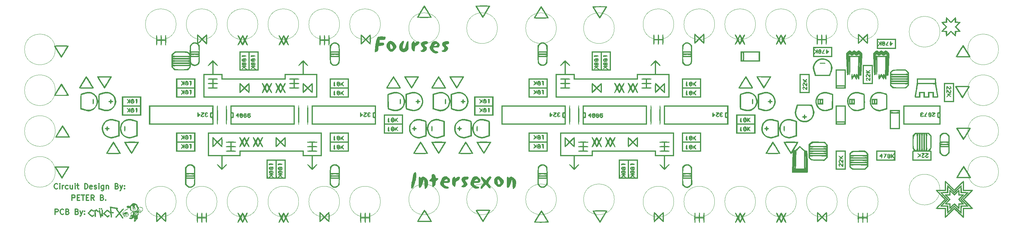
<source format=gbr>
%TF.GenerationSoftware,KiCad,Pcbnew,(5.1.7)-1*%
%TF.CreationDate,2021-05-19T12:24:51-05:00*%
%TF.ProjectId,FOURSES INTERSEXON,464f5552-5345-4532-9049-4e5445525345,rev?*%
%TF.SameCoordinates,Original*%
%TF.FileFunction,Legend,Top*%
%TF.FilePolarity,Positive*%
%FSLAX46Y46*%
G04 Gerber Fmt 4.6, Leading zero omitted, Abs format (unit mm)*
G04 Created by KiCad (PCBNEW (5.1.7)-1) date 2021-05-19 12:24:51*
%MOMM*%
%LPD*%
G01*
G04 APERTURE LIST*
%ADD10C,0.300000*%
%ADD11C,0.010000*%
%ADD12C,0.120000*%
%ADD13C,0.150000*%
G04 APERTURE END LIST*
D10*
X27130000Y-121628571D02*
X27130000Y-120128571D01*
X27701428Y-120128571D01*
X27844285Y-120200000D01*
X27915714Y-120271428D01*
X27987142Y-120414285D01*
X27987142Y-120628571D01*
X27915714Y-120771428D01*
X27844285Y-120842857D01*
X27701428Y-120914285D01*
X27130000Y-120914285D01*
X28630000Y-120842857D02*
X29130000Y-120842857D01*
X29344285Y-121628571D02*
X28630000Y-121628571D01*
X28630000Y-120128571D01*
X29344285Y-120128571D01*
X29772857Y-120128571D02*
X30630000Y-120128571D01*
X30201428Y-121628571D02*
X30201428Y-120128571D01*
X31130000Y-120842857D02*
X31630000Y-120842857D01*
X31844285Y-121628571D02*
X31130000Y-121628571D01*
X31130000Y-120128571D01*
X31844285Y-120128571D01*
X33344285Y-121628571D02*
X32844285Y-120914285D01*
X32487142Y-121628571D02*
X32487142Y-120128571D01*
X33058571Y-120128571D01*
X33201428Y-120200000D01*
X33272857Y-120271428D01*
X33344285Y-120414285D01*
X33344285Y-120628571D01*
X33272857Y-120771428D01*
X33201428Y-120842857D01*
X33058571Y-120914285D01*
X32487142Y-120914285D01*
X35630000Y-120842857D02*
X35844285Y-120914285D01*
X35915714Y-120985714D01*
X35987142Y-121128571D01*
X35987142Y-121342857D01*
X35915714Y-121485714D01*
X35844285Y-121557142D01*
X35701428Y-121628571D01*
X35130000Y-121628571D01*
X35130000Y-120128571D01*
X35630000Y-120128571D01*
X35772857Y-120200000D01*
X35844285Y-120271428D01*
X35915714Y-120414285D01*
X35915714Y-120557142D01*
X35844285Y-120700000D01*
X35772857Y-120771428D01*
X35630000Y-120842857D01*
X35130000Y-120842857D01*
X36630000Y-121485714D02*
X36701428Y-121557142D01*
X36630000Y-121628571D01*
X36558571Y-121557142D01*
X36630000Y-121485714D01*
X36630000Y-121628571D01*
X23069999Y-118265714D02*
X22998571Y-118337142D01*
X22784285Y-118408571D01*
X22641428Y-118408571D01*
X22427142Y-118337142D01*
X22284285Y-118194285D01*
X22212857Y-118051428D01*
X22141428Y-117765714D01*
X22141428Y-117551428D01*
X22212857Y-117265714D01*
X22284285Y-117122857D01*
X22427142Y-116980000D01*
X22641428Y-116908571D01*
X22784285Y-116908571D01*
X22998571Y-116980000D01*
X23069999Y-117051428D01*
X23712857Y-118408571D02*
X23712857Y-117408571D01*
X23712857Y-116908571D02*
X23641428Y-116980000D01*
X23712857Y-117051428D01*
X23784285Y-116980000D01*
X23712857Y-116908571D01*
X23712857Y-117051428D01*
X24427142Y-118408571D02*
X24427142Y-117408571D01*
X24427142Y-117694285D02*
X24498571Y-117551428D01*
X24569999Y-117480000D01*
X24712857Y-117408571D01*
X24855714Y-117408571D01*
X25998571Y-118337142D02*
X25855714Y-118408571D01*
X25569999Y-118408571D01*
X25427142Y-118337142D01*
X25355714Y-118265714D01*
X25284285Y-118122857D01*
X25284285Y-117694285D01*
X25355714Y-117551428D01*
X25427142Y-117480000D01*
X25569999Y-117408571D01*
X25855714Y-117408571D01*
X25998571Y-117480000D01*
X27284285Y-117408571D02*
X27284285Y-118408571D01*
X26641428Y-117408571D02*
X26641428Y-118194285D01*
X26712857Y-118337142D01*
X26855714Y-118408571D01*
X27069999Y-118408571D01*
X27212857Y-118337142D01*
X27284285Y-118265714D01*
X27998571Y-118408571D02*
X27998571Y-117408571D01*
X27998571Y-116908571D02*
X27927142Y-116980000D01*
X27998571Y-117051428D01*
X28069999Y-116980000D01*
X27998571Y-116908571D01*
X27998571Y-117051428D01*
X28498571Y-117408571D02*
X29070000Y-117408571D01*
X28712857Y-116908571D02*
X28712857Y-118194285D01*
X28784285Y-118337142D01*
X28927142Y-118408571D01*
X29070000Y-118408571D01*
X30712857Y-118408571D02*
X30712857Y-116908571D01*
X31070000Y-116908571D01*
X31284285Y-116980000D01*
X31427142Y-117122857D01*
X31498571Y-117265714D01*
X31570000Y-117551428D01*
X31570000Y-117765714D01*
X31498571Y-118051428D01*
X31427142Y-118194285D01*
X31284285Y-118337142D01*
X31070000Y-118408571D01*
X30712857Y-118408571D01*
X32784285Y-118337142D02*
X32641428Y-118408571D01*
X32355714Y-118408571D01*
X32212857Y-118337142D01*
X32141428Y-118194285D01*
X32141428Y-117622857D01*
X32212857Y-117480000D01*
X32355714Y-117408571D01*
X32641428Y-117408571D01*
X32784285Y-117480000D01*
X32855714Y-117622857D01*
X32855714Y-117765714D01*
X32141428Y-117908571D01*
X33427142Y-118337142D02*
X33570000Y-118408571D01*
X33855714Y-118408571D01*
X33998571Y-118337142D01*
X34070000Y-118194285D01*
X34070000Y-118122857D01*
X33998571Y-117980000D01*
X33855714Y-117908571D01*
X33641428Y-117908571D01*
X33498571Y-117837142D01*
X33427142Y-117694285D01*
X33427142Y-117622857D01*
X33498571Y-117480000D01*
X33641428Y-117408571D01*
X33855714Y-117408571D01*
X33998571Y-117480000D01*
X34712857Y-118408571D02*
X34712857Y-117408571D01*
X34712857Y-116908571D02*
X34641428Y-116980000D01*
X34712857Y-117051428D01*
X34784285Y-116980000D01*
X34712857Y-116908571D01*
X34712857Y-117051428D01*
X36070000Y-117408571D02*
X36070000Y-118622857D01*
X35998571Y-118765714D01*
X35927142Y-118837142D01*
X35784285Y-118908571D01*
X35570000Y-118908571D01*
X35427142Y-118837142D01*
X36070000Y-118337142D02*
X35927142Y-118408571D01*
X35641428Y-118408571D01*
X35498571Y-118337142D01*
X35427142Y-118265714D01*
X35355714Y-118122857D01*
X35355714Y-117694285D01*
X35427142Y-117551428D01*
X35498571Y-117480000D01*
X35641428Y-117408571D01*
X35927142Y-117408571D01*
X36070000Y-117480000D01*
X36784285Y-117408571D02*
X36784285Y-118408571D01*
X36784285Y-117551428D02*
X36855714Y-117480000D01*
X36998571Y-117408571D01*
X37212857Y-117408571D01*
X37355714Y-117480000D01*
X37427142Y-117622857D01*
X37427142Y-118408571D01*
X39784285Y-117622857D02*
X39998571Y-117694285D01*
X40070000Y-117765714D01*
X40141428Y-117908571D01*
X40141428Y-118122857D01*
X40070000Y-118265714D01*
X39998571Y-118337142D01*
X39855714Y-118408571D01*
X39284285Y-118408571D01*
X39284285Y-116908571D01*
X39784285Y-116908571D01*
X39927142Y-116980000D01*
X39998571Y-117051428D01*
X40070000Y-117194285D01*
X40070000Y-117337142D01*
X39998571Y-117480000D01*
X39927142Y-117551428D01*
X39784285Y-117622857D01*
X39284285Y-117622857D01*
X40641428Y-117408571D02*
X40998571Y-118408571D01*
X41355714Y-117408571D02*
X40998571Y-118408571D01*
X40855714Y-118765714D01*
X40784285Y-118837142D01*
X40641428Y-118908571D01*
X41927142Y-118265714D02*
X41998571Y-118337142D01*
X41927142Y-118408571D01*
X41855714Y-118337142D01*
X41927142Y-118265714D01*
X41927142Y-118408571D01*
X41927142Y-117480000D02*
X41998571Y-117551428D01*
X41927142Y-117622857D01*
X41855714Y-117551428D01*
X41927142Y-117480000D01*
X41927142Y-117622857D01*
X22407142Y-125578571D02*
X22407142Y-124078571D01*
X22978571Y-124078571D01*
X23121428Y-124150000D01*
X23192857Y-124221428D01*
X23264285Y-124364285D01*
X23264285Y-124578571D01*
X23192857Y-124721428D01*
X23121428Y-124792857D01*
X22978571Y-124864285D01*
X22407142Y-124864285D01*
X24764285Y-125435714D02*
X24692857Y-125507142D01*
X24478571Y-125578571D01*
X24335714Y-125578571D01*
X24121428Y-125507142D01*
X23978571Y-125364285D01*
X23907142Y-125221428D01*
X23835714Y-124935714D01*
X23835714Y-124721428D01*
X23907142Y-124435714D01*
X23978571Y-124292857D01*
X24121428Y-124150000D01*
X24335714Y-124078571D01*
X24478571Y-124078571D01*
X24692857Y-124150000D01*
X24764285Y-124221428D01*
X25907142Y-124792857D02*
X26121428Y-124864285D01*
X26192857Y-124935714D01*
X26264285Y-125078571D01*
X26264285Y-125292857D01*
X26192857Y-125435714D01*
X26121428Y-125507142D01*
X25978571Y-125578571D01*
X25407142Y-125578571D01*
X25407142Y-124078571D01*
X25907142Y-124078571D01*
X26050000Y-124150000D01*
X26121428Y-124221428D01*
X26192857Y-124364285D01*
X26192857Y-124507142D01*
X26121428Y-124650000D01*
X26050000Y-124721428D01*
X25907142Y-124792857D01*
X25407142Y-124792857D01*
X28550000Y-124792857D02*
X28764285Y-124864285D01*
X28835714Y-124935714D01*
X28907142Y-125078571D01*
X28907142Y-125292857D01*
X28835714Y-125435714D01*
X28764285Y-125507142D01*
X28621428Y-125578571D01*
X28050000Y-125578571D01*
X28050000Y-124078571D01*
X28550000Y-124078571D01*
X28692857Y-124150000D01*
X28764285Y-124221428D01*
X28835714Y-124364285D01*
X28835714Y-124507142D01*
X28764285Y-124650000D01*
X28692857Y-124721428D01*
X28550000Y-124792857D01*
X28050000Y-124792857D01*
X29407142Y-124578571D02*
X29764285Y-125578571D01*
X30121428Y-124578571D02*
X29764285Y-125578571D01*
X29621428Y-125935714D01*
X29550000Y-126007142D01*
X29407142Y-126078571D01*
X30692857Y-125435714D02*
X30764285Y-125507142D01*
X30692857Y-125578571D01*
X30621428Y-125507142D01*
X30692857Y-125435714D01*
X30692857Y-125578571D01*
X30692857Y-124650000D02*
X30764285Y-124721428D01*
X30692857Y-124792857D01*
X30621428Y-124721428D01*
X30692857Y-124650000D01*
X30692857Y-124792857D01*
D11*
%TO.C,G\u002A\u002A\u002A*%
G36*
X44667365Y-122436079D02*
G01*
X44752254Y-122442711D01*
X44822637Y-122458586D01*
X44896677Y-122487650D01*
X44982039Y-122528635D01*
X45187285Y-122657843D01*
X45362202Y-122824120D01*
X45501399Y-123020614D01*
X45599486Y-123240471D01*
X45630586Y-123353202D01*
X45652929Y-123448548D01*
X45671460Y-123504518D01*
X45692529Y-123531562D01*
X45722488Y-123540129D01*
X45744594Y-123540751D01*
X45815855Y-123562072D01*
X45864805Y-123619661D01*
X45891167Y-123703958D01*
X45894666Y-123805403D01*
X45875027Y-123914436D01*
X45831973Y-124021497D01*
X45765229Y-124117025D01*
X45761339Y-124121248D01*
X45695532Y-124178502D01*
X45621778Y-124223757D01*
X45557359Y-124247418D01*
X45533105Y-124247964D01*
X45501785Y-124261789D01*
X45446233Y-124304403D01*
X45376976Y-124367481D01*
X45356843Y-124387392D01*
X45227753Y-124499576D01*
X45089846Y-124589713D01*
X45051738Y-124609160D01*
X44891731Y-124684855D01*
X44988748Y-124684875D01*
X45066436Y-124678081D01*
X45129079Y-124661417D01*
X45134890Y-124658605D01*
X45182527Y-124646222D01*
X45265249Y-124636761D01*
X45367305Y-124631857D01*
X45395323Y-124631530D01*
X45606632Y-124630745D01*
X45605138Y-124512356D01*
X45605620Y-124498922D01*
X45641781Y-124498922D01*
X45654485Y-124547764D01*
X45684941Y-124607416D01*
X45721671Y-124659222D01*
X45753194Y-124684525D01*
X45756217Y-124684895D01*
X45751478Y-124663059D01*
X45735154Y-124606982D01*
X45720003Y-124558108D01*
X45689255Y-124475280D01*
X45664465Y-124436544D01*
X45647889Y-124443607D01*
X45641782Y-124498174D01*
X45641781Y-124498922D01*
X45605620Y-124498922D01*
X45607813Y-124437812D01*
X45621852Y-124399983D01*
X45652583Y-124385094D01*
X45654494Y-124384733D01*
X45709385Y-124362517D01*
X45730770Y-124344697D01*
X45826105Y-124265234D01*
X45937998Y-124229345D01*
X46055146Y-124238067D01*
X46166246Y-124292436D01*
X46180352Y-124303483D01*
X46263580Y-124392529D01*
X46330553Y-124502116D01*
X46371339Y-124613643D01*
X46379119Y-124675778D01*
X46355567Y-124761357D01*
X46290564Y-124829692D01*
X46192591Y-124873171D01*
X46150097Y-124881379D01*
X46058565Y-124907301D01*
X45982713Y-124951915D01*
X45978620Y-124955571D01*
X45925950Y-124996295D01*
X45884233Y-125015251D01*
X45881561Y-125015426D01*
X45842302Y-125030727D01*
X45786377Y-125068562D01*
X45773545Y-125078989D01*
X45716591Y-125120252D01*
X45671529Y-125141697D01*
X45665136Y-125142553D01*
X45658155Y-125158031D01*
X45684714Y-125198314D01*
X45697297Y-125212473D01*
X45788842Y-125325208D01*
X45834763Y-125423047D01*
X45834812Y-125514046D01*
X45788743Y-125606261D01*
X45696306Y-125707749D01*
X45681651Y-125721332D01*
X45545168Y-125846069D01*
X45536268Y-126307937D01*
X45534510Y-126454815D01*
X45535032Y-126582416D01*
X45537632Y-126682757D01*
X45542108Y-126747858D01*
X45547937Y-126769793D01*
X45566217Y-126777983D01*
X45545712Y-126798793D01*
X45495067Y-126826504D01*
X45422926Y-126855399D01*
X45413844Y-126858473D01*
X45329104Y-126895305D01*
X45279614Y-126935478D01*
X45272948Y-126948278D01*
X45249024Y-126993136D01*
X45202755Y-127059875D01*
X45157909Y-127117101D01*
X45100859Y-127194124D01*
X45080702Y-127241900D01*
X45086660Y-127255483D01*
X45094181Y-127286387D01*
X45072435Y-127340931D01*
X45028792Y-127407489D01*
X44970624Y-127474438D01*
X44918703Y-127520375D01*
X44820736Y-127572913D01*
X44728995Y-127580090D01*
X44650740Y-127542005D01*
X44626610Y-127516401D01*
X44595370Y-127456447D01*
X44651834Y-127456447D01*
X44658206Y-127469675D01*
X44672372Y-127488049D01*
X44718583Y-127520024D01*
X44777874Y-127532459D01*
X44826948Y-127522166D01*
X44838611Y-127510790D01*
X44828170Y-127498705D01*
X44789114Y-127501070D01*
X44722802Y-127497234D01*
X44681826Y-127478328D01*
X44669012Y-127468979D01*
X44879019Y-127468979D01*
X44891731Y-127481692D01*
X44904444Y-127468979D01*
X44891731Y-127456267D01*
X44879019Y-127468979D01*
X44669012Y-127468979D01*
X44651834Y-127456447D01*
X44595370Y-127456447D01*
X44588976Y-127444178D01*
X44574472Y-127370205D01*
X44574969Y-127367278D01*
X44629721Y-127367278D01*
X44632469Y-127410700D01*
X44640429Y-127414523D01*
X44641442Y-127412256D01*
X44646472Y-127361782D01*
X44642384Y-127335980D01*
X44634291Y-127325611D01*
X44629889Y-127359382D01*
X44629721Y-127367278D01*
X44574969Y-127367278D01*
X44588321Y-127288717D01*
X44595953Y-127266548D01*
X44736992Y-127266548D01*
X44763107Y-127291810D01*
X44811827Y-127320667D01*
X44839384Y-127328331D01*
X44843067Y-127315455D01*
X44817788Y-127291001D01*
X45031571Y-127291001D01*
X45044284Y-127303714D01*
X45056997Y-127291001D01*
X45044284Y-127278289D01*
X45031571Y-127291001D01*
X44817788Y-127291001D01*
X44816952Y-127290193D01*
X44768233Y-127261336D01*
X44740676Y-127253672D01*
X44736992Y-127266548D01*
X44595953Y-127266548D01*
X44609418Y-127227438D01*
X44650190Y-127227438D01*
X44659493Y-127248366D01*
X44667140Y-127244388D01*
X44670183Y-127214214D01*
X44667140Y-127210488D01*
X44652025Y-127213978D01*
X44650190Y-127227438D01*
X44609418Y-127227438D01*
X44622052Y-127190744D01*
X44789571Y-127190744D01*
X44822091Y-127222590D01*
X44828168Y-127227438D01*
X44880212Y-127262376D01*
X44916879Y-127277155D01*
X44917157Y-127277158D01*
X44917616Y-127264132D01*
X44885096Y-127232286D01*
X44879019Y-127227438D01*
X44826975Y-127192500D01*
X44790307Y-127177721D01*
X44790030Y-127177718D01*
X44789571Y-127190744D01*
X44622052Y-127190744D01*
X44622908Y-127188259D01*
X44634511Y-127163874D01*
X44675615Y-127163874D01*
X44688328Y-127176587D01*
X44701041Y-127163874D01*
X44688328Y-127151162D01*
X44675615Y-127163874D01*
X44634511Y-127163874D01*
X44669162Y-127091056D01*
X44703298Y-127040784D01*
X44801516Y-127040784D01*
X44827669Y-127098205D01*
X44842322Y-127120079D01*
X44901257Y-127169287D01*
X44974211Y-127170370D01*
X45059549Y-127123586D01*
X45110839Y-127077877D01*
X45171457Y-127010176D01*
X45204139Y-126958743D01*
X45206262Y-126929944D01*
X45175201Y-126930147D01*
X45171092Y-126931650D01*
X45126742Y-126941829D01*
X45049481Y-126953658D01*
X44967688Y-126963307D01*
X44867253Y-126978678D01*
X44813287Y-127002723D01*
X44801516Y-127040784D01*
X44703298Y-127040784D01*
X44717433Y-127019968D01*
X44739322Y-126988296D01*
X44727056Y-126964669D01*
X44681048Y-126937855D01*
X44630186Y-126900988D01*
X44600103Y-126848165D01*
X44588690Y-126769937D01*
X44590433Y-126731642D01*
X44777317Y-126731642D01*
X44790030Y-126744355D01*
X44802742Y-126731642D01*
X44790030Y-126718929D01*
X44777317Y-126731642D01*
X44590433Y-126731642D01*
X44592748Y-126680791D01*
X44802742Y-126680791D01*
X44815455Y-126693504D01*
X44828168Y-126680791D01*
X44904444Y-126680791D01*
X44917157Y-126693504D01*
X44929870Y-126680791D01*
X44917157Y-126668079D01*
X44904444Y-126680791D01*
X44828168Y-126680791D01*
X44815455Y-126668079D01*
X44802742Y-126680791D01*
X44592748Y-126680791D01*
X44593839Y-126656855D01*
X44602027Y-126583802D01*
X44612251Y-126495260D01*
X44618135Y-126429664D01*
X44618518Y-126400184D01*
X44618261Y-126399768D01*
X44595711Y-126410448D01*
X44538775Y-126443434D01*
X44455935Y-126493670D01*
X44355669Y-126556104D01*
X44350722Y-126559221D01*
X44238390Y-126628851D01*
X44160244Y-126673506D01*
X44108305Y-126696634D01*
X44074593Y-126701681D01*
X44051129Y-126692095D01*
X44048306Y-126689864D01*
X44020017Y-126670601D01*
X44018429Y-126689207D01*
X44026109Y-126715282D01*
X44034478Y-126757618D01*
X44011952Y-126764453D01*
X43985282Y-126757912D01*
X43948191Y-126750089D01*
X43955649Y-126761528D01*
X43962842Y-126766655D01*
X43974495Y-126791289D01*
X43943738Y-126814267D01*
X43878999Y-126832774D01*
X43788707Y-126843993D01*
X43725121Y-126846057D01*
X43599973Y-126835608D01*
X43474762Y-126807243D01*
X43404685Y-126781798D01*
X43607627Y-126781798D01*
X43633585Y-126785445D01*
X43698991Y-126787047D01*
X43709449Y-126787068D01*
X43779301Y-126785766D01*
X43810402Y-126782332D01*
X43797055Y-126777472D01*
X43792082Y-126776813D01*
X43702927Y-126772605D01*
X43626816Y-126776813D01*
X43607627Y-126781798D01*
X43404685Y-126781798D01*
X43359600Y-126765428D01*
X43336038Y-126752830D01*
X43463670Y-126752830D01*
X43467160Y-126767945D01*
X43480620Y-126769780D01*
X43501548Y-126760477D01*
X43497571Y-126752830D01*
X43467397Y-126749787D01*
X43463670Y-126752830D01*
X43336038Y-126752830D01*
X43296408Y-126731642D01*
X43378919Y-126731642D01*
X43391631Y-126744355D01*
X43404344Y-126731642D01*
X43391631Y-126718929D01*
X43378919Y-126731642D01*
X43296408Y-126731642D01*
X43264598Y-126714635D01*
X43199868Y-126659331D01*
X43175521Y-126603985D01*
X43175515Y-126603149D01*
X43186686Y-126579090D01*
X43213653Y-126579090D01*
X43275293Y-126649009D01*
X43324984Y-126702140D01*
X43349113Y-126718637D01*
X43353493Y-126710649D01*
X43336437Y-126690208D01*
X43294335Y-126650315D01*
X43283573Y-126640729D01*
X43274450Y-126632686D01*
X43494199Y-126632686D01*
X43518900Y-126668234D01*
X43559223Y-126702157D01*
X43580012Y-126703038D01*
X43570926Y-126674167D01*
X43567956Y-126670171D01*
X43629598Y-126670171D01*
X43637824Y-126686396D01*
X43677234Y-126702150D01*
X43738024Y-126702314D01*
X43793513Y-126687897D01*
X43806225Y-126680022D01*
X43788908Y-126673970D01*
X43736171Y-126666467D01*
X43712622Y-126664023D01*
X43649901Y-126661067D01*
X43629598Y-126670171D01*
X43567956Y-126670171D01*
X43557407Y-126655980D01*
X43518603Y-126623570D01*
X43498992Y-126617228D01*
X43494199Y-126632686D01*
X43274450Y-126632686D01*
X43213653Y-126579090D01*
X43186686Y-126579090D01*
X43197297Y-126556241D01*
X43260417Y-126533806D01*
X43361536Y-126536028D01*
X43497316Y-126563095D01*
X43562698Y-126581559D01*
X43587206Y-126585365D01*
X43590946Y-126568926D01*
X43573302Y-126521994D01*
X43556900Y-126485281D01*
X43513060Y-126342682D01*
X43514209Y-126285377D01*
X43556897Y-126285377D01*
X43570899Y-126383355D01*
X43610614Y-126444939D01*
X43667774Y-126464675D01*
X43724972Y-126482560D01*
X43783431Y-126525840D01*
X43785725Y-126528239D01*
X43838959Y-126577901D01*
X43868292Y-126584474D01*
X43876999Y-126545980D01*
X43870708Y-126476923D01*
X43865462Y-126393238D01*
X43880548Y-126338436D01*
X43898912Y-126313480D01*
X43927018Y-126264881D01*
X43921855Y-126209674D01*
X43880887Y-126138228D01*
X43838550Y-126084143D01*
X43765333Y-125996002D01*
X43661115Y-126100220D01*
X43594267Y-126176399D01*
X43562551Y-126240320D01*
X43556897Y-126285377D01*
X43514209Y-126285377D01*
X43515662Y-126213021D01*
X43542822Y-126136778D01*
X43565384Y-126070932D01*
X43567030Y-126017269D01*
X43571569Y-125958242D01*
X43587461Y-125928511D01*
X43635927Y-125892972D01*
X43719787Y-125853326D01*
X43824473Y-125814931D01*
X43935419Y-125783149D01*
X44035552Y-125763663D01*
X44103155Y-125752228D01*
X44148078Y-125732516D01*
X44184569Y-125693109D01*
X44185000Y-125692390D01*
X44383223Y-125692390D01*
X44561201Y-125734540D01*
X44685620Y-125763190D01*
X44777960Y-125781602D01*
X44855357Y-125792324D01*
X44934950Y-125797905D01*
X45002510Y-125800152D01*
X45080539Y-125800274D01*
X45118156Y-125793086D01*
X45125661Y-125775012D01*
X45120680Y-125759120D01*
X45098131Y-125700952D01*
X45078414Y-125647804D01*
X45045186Y-125596658D01*
X44983093Y-125569856D01*
X44960244Y-125565451D01*
X44818610Y-125550337D01*
X44715744Y-125559384D01*
X44645314Y-125593259D01*
X44638274Y-125599462D01*
X44577873Y-125637868D01*
X44498161Y-125667635D01*
X44484083Y-125670977D01*
X44383223Y-125692390D01*
X44185000Y-125692390D01*
X44202168Y-125663774D01*
X44345085Y-125663774D01*
X44357797Y-125676487D01*
X44370510Y-125663774D01*
X44357797Y-125651062D01*
X44345085Y-125663774D01*
X44202168Y-125663774D01*
X44226876Y-125622591D01*
X44238995Y-125600648D01*
X44268670Y-125526583D01*
X45138824Y-125526583D01*
X45140775Y-125640140D01*
X45176531Y-125722217D01*
X45252389Y-125784103D01*
X45294233Y-125805217D01*
X45365216Y-125836944D01*
X45407281Y-125848956D01*
X45438457Y-125841071D01*
X45476778Y-125813104D01*
X45489229Y-125803236D01*
X45529671Y-125766062D01*
X45531343Y-125742412D01*
X45514654Y-125728609D01*
X45438678Y-125674935D01*
X45548658Y-125674935D01*
X45550219Y-125697748D01*
X45577581Y-125723980D01*
X45612851Y-125714012D01*
X45666165Y-125664881D01*
X45667523Y-125663438D01*
X45706310Y-125610022D01*
X45702766Y-125574907D01*
X45700770Y-125572753D01*
X45666438Y-125568946D01*
X45618983Y-125593557D01*
X45574393Y-125633312D01*
X45548658Y-125674935D01*
X45438678Y-125674935D01*
X45424401Y-125664849D01*
X45372803Y-125615292D01*
X45362102Y-125591564D01*
X45374607Y-125581105D01*
X45392612Y-125595126D01*
X45449381Y-125623731D01*
X45515176Y-125603640D01*
X45574449Y-125553293D01*
X45616970Y-125504369D01*
X45625859Y-125474567D01*
X45605376Y-125449098D01*
X45604632Y-125448478D01*
X45572482Y-125408486D01*
X45566589Y-125387338D01*
X45581939Y-125389014D01*
X45620726Y-125422337D01*
X45664879Y-125469341D01*
X45762084Y-125580012D01*
X45778749Y-125513616D01*
X45777917Y-125431417D01*
X45757402Y-125373714D01*
X45710884Y-125307354D01*
X45643074Y-125237142D01*
X45567536Y-125174500D01*
X45497833Y-125130855D01*
X45452871Y-125117223D01*
X45357785Y-125141380D01*
X45272106Y-125207898D01*
X45202280Y-125308370D01*
X45154756Y-125434390D01*
X45138824Y-125526583D01*
X44268670Y-125526583D01*
X44303685Y-125439191D01*
X44318330Y-125278073D01*
X44283394Y-125111766D01*
X44280788Y-125104415D01*
X44257415Y-125028942D01*
X44245159Y-124969742D01*
X44321443Y-124969742D01*
X44341121Y-125058002D01*
X44345979Y-125067948D01*
X44380862Y-125110438D01*
X44409528Y-125109393D01*
X44419889Y-125070924D01*
X44599269Y-125070924D01*
X44621105Y-125123658D01*
X44677505Y-125185785D01*
X44772187Y-125264363D01*
X44821811Y-125302133D01*
X44912892Y-125369684D01*
X44988383Y-125424252D01*
X45039468Y-125459553D01*
X45056997Y-125469720D01*
X45073520Y-125449026D01*
X45104853Y-125393960D01*
X45144342Y-125316252D01*
X45145986Y-125312862D01*
X45210298Y-125200257D01*
X45277117Y-125127535D01*
X45311251Y-125104415D01*
X45370270Y-125063310D01*
X45392440Y-125021546D01*
X45392195Y-124983644D01*
X45385981Y-124942950D01*
X45371630Y-124921833D01*
X45337874Y-124917872D01*
X45273443Y-124928641D01*
X45205133Y-124943410D01*
X45105305Y-124968801D01*
X45052212Y-124993544D01*
X45042021Y-125022348D01*
X45070897Y-125059921D01*
X45094141Y-125079762D01*
X45147147Y-125127427D01*
X45159571Y-125151044D01*
X45135198Y-125151414D01*
X45077810Y-125129340D01*
X44991191Y-125085625D01*
X44913115Y-125041358D01*
X44689484Y-124909735D01*
X44644411Y-124965397D01*
X44608277Y-125020524D01*
X44599269Y-125070924D01*
X44419889Y-125070924D01*
X44421361Y-125065460D01*
X44436788Y-124983131D01*
X44475547Y-124890231D01*
X44526357Y-124810640D01*
X44555841Y-124780806D01*
X44588616Y-124753166D01*
X44587556Y-124740444D01*
X44545925Y-124736693D01*
X44505435Y-124736312D01*
X44425331Y-124743887D01*
X44375509Y-124772445D01*
X44359239Y-124792254D01*
X44327919Y-124872080D01*
X44321443Y-124969742D01*
X44245159Y-124969742D01*
X44244583Y-124966963D01*
X44243766Y-124955462D01*
X44235634Y-124928230D01*
X44207585Y-124920135D01*
X44153258Y-124932528D01*
X44066291Y-124966757D01*
X43957132Y-125016285D01*
X43864949Y-125062816D01*
X43807361Y-125103429D01*
X43771156Y-125149531D01*
X43749804Y-125195277D01*
X43715801Y-125335317D01*
X43726554Y-125464983D01*
X43779886Y-125576760D01*
X43873619Y-125663135D01*
X43887797Y-125671618D01*
X43945516Y-125711599D01*
X43961910Y-125740124D01*
X43934715Y-125752567D01*
X43927516Y-125752763D01*
X43878095Y-125734095D01*
X43814181Y-125686744D01*
X43750434Y-125623692D01*
X43701512Y-125557920D01*
X43695823Y-125547594D01*
X43673229Y-125477964D01*
X43660016Y-125387080D01*
X43658598Y-125350092D01*
X43666615Y-125257516D01*
X43696293Y-125175673D01*
X43741231Y-125100932D01*
X43827063Y-124998684D01*
X43937265Y-124903936D01*
X44054776Y-124829617D01*
X44149225Y-124791757D01*
X44206719Y-124768987D01*
X44236997Y-124742159D01*
X44237185Y-124741628D01*
X44221081Y-124716556D01*
X44181897Y-124689598D01*
X45398302Y-124689598D01*
X45399275Y-124699151D01*
X45426579Y-124713498D01*
X45468113Y-124757051D01*
X45502284Y-124845831D01*
X45511756Y-124883399D01*
X45534541Y-124968135D01*
X45558261Y-125034861D01*
X45572496Y-125061527D01*
X45602233Y-125078896D01*
X45622315Y-125055372D01*
X45629701Y-125000484D01*
X45621347Y-124923757D01*
X45619396Y-124914657D01*
X45578546Y-124790192D01*
X45553828Y-124756445D01*
X45749124Y-124756445D01*
X45753476Y-124775964D01*
X45764227Y-124828688D01*
X45768902Y-124900568D01*
X45768909Y-124903091D01*
X45773580Y-124960424D01*
X45793659Y-124984568D01*
X45838241Y-124977629D01*
X45916423Y-124941711D01*
X45922474Y-124938633D01*
X45983333Y-124903171D01*
X46019147Y-124873771D01*
X46023163Y-124865704D01*
X46045697Y-124849300D01*
X46102127Y-124834175D01*
X46126838Y-124830238D01*
X46228450Y-124801588D01*
X46298136Y-124750834D01*
X46327338Y-124684610D01*
X46327710Y-124674598D01*
X46307991Y-124576143D01*
X46257452Y-124475507D01*
X46186086Y-124384670D01*
X46103884Y-124315610D01*
X46020837Y-124280307D01*
X45996983Y-124278089D01*
X45895094Y-124296492D01*
X45815227Y-124345523D01*
X45765848Y-124415908D01*
X45755422Y-124498377D01*
X45764192Y-124533045D01*
X45777959Y-124560219D01*
X45798724Y-124562906D01*
X45838315Y-124538086D01*
X45883885Y-124502470D01*
X45985025Y-124421744D01*
X45889245Y-124523055D01*
X45793466Y-124624365D01*
X45851107Y-124678369D01*
X45899955Y-124713977D01*
X45941908Y-124712689D01*
X45959599Y-124704132D01*
X45994170Y-124687175D01*
X45989741Y-124700666D01*
X45975555Y-124718531D01*
X45953901Y-124760850D01*
X45972312Y-124799310D01*
X45987758Y-124830341D01*
X45969173Y-124837779D01*
X45926872Y-124822914D01*
X45871170Y-124787034D01*
X45870610Y-124786597D01*
X45809199Y-124747900D01*
X45765622Y-124737569D01*
X45749124Y-124756445D01*
X45553828Y-124756445D01*
X45522852Y-124714156D01*
X45452415Y-124686679D01*
X45444148Y-124686616D01*
X45398302Y-124689598D01*
X44181897Y-124689598D01*
X44168992Y-124680720D01*
X44092986Y-124639991D01*
X44005133Y-124600238D01*
X43917499Y-124567334D01*
X43842153Y-124547148D01*
X43834881Y-124545917D01*
X43715049Y-124508600D01*
X43606290Y-124440959D01*
X43515144Y-124351876D01*
X43448149Y-124250236D01*
X43411841Y-124144920D01*
X43411877Y-124140941D01*
X43463286Y-124140941D01*
X43486122Y-124198912D01*
X43525023Y-124266994D01*
X43572085Y-124330432D01*
X43598260Y-124357700D01*
X43658155Y-124405687D01*
X43728839Y-124453129D01*
X43793640Y-124489710D01*
X43835883Y-124505115D01*
X43836576Y-124505141D01*
X43826292Y-124490350D01*
X43786579Y-124451784D01*
X43740837Y-124410813D01*
X43677028Y-124345840D01*
X43639000Y-124288038D01*
X43632779Y-124263801D01*
X43616833Y-124224253D01*
X43577829Y-124176330D01*
X43529716Y-124132954D01*
X43486442Y-124107047D01*
X43464419Y-124107836D01*
X43463286Y-124140941D01*
X43411877Y-124140941D01*
X43412760Y-124044811D01*
X43430664Y-123996737D01*
X43463012Y-123956768D01*
X43490158Y-123950477D01*
X43498308Y-123978156D01*
X43494289Y-123995398D01*
X43496874Y-124042240D01*
X43515206Y-124057091D01*
X43534414Y-124058699D01*
X43538230Y-124036229D01*
X43526741Y-123979753D01*
X43516265Y-123939331D01*
X43495954Y-123852154D01*
X43483157Y-123776325D01*
X43480922Y-123747791D01*
X43473097Y-123705525D01*
X43443784Y-123703834D01*
X43436126Y-123706871D01*
X43258207Y-123763680D01*
X43084380Y-123783506D01*
X42922415Y-123767764D01*
X42780085Y-123717871D01*
X42665160Y-123635242D01*
X42603084Y-123555144D01*
X42554589Y-123453824D01*
X42543116Y-123368846D01*
X42551282Y-123339886D01*
X43661989Y-123339886D01*
X43663824Y-123387767D01*
X43678891Y-123469738D01*
X43698585Y-123557464D01*
X43723781Y-123710908D01*
X43722053Y-123852733D01*
X43718530Y-123883216D01*
X43706758Y-124056323D01*
X43723819Y-124195374D01*
X43772465Y-124309968D01*
X43855448Y-124409702D01*
X43874454Y-124427002D01*
X43979633Y-124509780D01*
X44087801Y-124572115D01*
X44210122Y-124617917D01*
X44357761Y-124651098D01*
X44541881Y-124675567D01*
X44600354Y-124681286D01*
X44645208Y-124677110D01*
X44720308Y-124662564D01*
X44785115Y-124646969D01*
X45008148Y-124567508D01*
X45201532Y-124454730D01*
X45359722Y-124312623D01*
X45444180Y-124193314D01*
X45522728Y-124193314D01*
X45537118Y-124201812D01*
X45569802Y-124188845D01*
X45625663Y-124156523D01*
X45644378Y-124144400D01*
X45727933Y-124064174D01*
X45795880Y-123953768D01*
X45837423Y-123833625D01*
X45845185Y-123764193D01*
X45840137Y-123694735D01*
X45822914Y-123672919D01*
X45790400Y-123698293D01*
X45752329Y-123750685D01*
X45711210Y-123843816D01*
X45710259Y-123912633D01*
X45712108Y-123968566D01*
X45689232Y-124011886D01*
X45633702Y-124060162D01*
X45572885Y-124113460D01*
X45533733Y-124161014D01*
X45522728Y-124193314D01*
X45444180Y-124193314D01*
X45473728Y-124151575D01*
X45514770Y-124067621D01*
X45526313Y-124021966D01*
X45606534Y-124021966D01*
X45615327Y-124036321D01*
X45630917Y-124032320D01*
X45663370Y-124008444D01*
X45667207Y-123997768D01*
X45675487Y-123957929D01*
X45682640Y-123936925D01*
X45683712Y-123902958D01*
X45672414Y-123896707D01*
X45647031Y-123918104D01*
X45621300Y-123969751D01*
X45620691Y-123971476D01*
X45606534Y-124021966D01*
X45526313Y-124021966D01*
X45531954Y-123999656D01*
X45530505Y-123921954D01*
X45526853Y-123889988D01*
X45502878Y-123758774D01*
X45473984Y-123686149D01*
X45668010Y-123686149D01*
X45668814Y-123756867D01*
X45734875Y-123681692D01*
X45773145Y-123628579D01*
X45775836Y-123599226D01*
X45771371Y-123596661D01*
X45712772Y-123598030D01*
X45675640Y-123639948D01*
X45668010Y-123686149D01*
X45473984Y-123686149D01*
X45465524Y-123664887D01*
X45408272Y-123595272D01*
X45362102Y-123560017D01*
X45287223Y-123497006D01*
X45238219Y-123419550D01*
X45210593Y-123316461D01*
X45199851Y-123176548D01*
X45199461Y-123155174D01*
X45196837Y-122957358D01*
X45026552Y-122918524D01*
X44931170Y-122898598D01*
X44848822Y-122884589D01*
X44800139Y-122879690D01*
X44761826Y-122882682D01*
X44764011Y-122900293D01*
X44788318Y-122928649D01*
X44821175Y-122989115D01*
X44814962Y-123042945D01*
X44772480Y-123075559D01*
X44759552Y-123078301D01*
X44709630Y-123107239D01*
X44696248Y-123139726D01*
X44665345Y-123190212D01*
X44612052Y-123220795D01*
X44556184Y-123251683D01*
X44536691Y-123300090D01*
X44535775Y-123321723D01*
X44518871Y-123384932D01*
X44473473Y-123415911D01*
X44407559Y-123417870D01*
X44329103Y-123394017D01*
X44246082Y-123347560D01*
X44166470Y-123281709D01*
X44098243Y-123199672D01*
X44059657Y-123130165D01*
X44030328Y-123079465D01*
X44004071Y-123057684D01*
X44003565Y-123057668D01*
X43955582Y-123075264D01*
X43891830Y-123119326D01*
X43828498Y-123176769D01*
X43781774Y-123234506D01*
X43778960Y-123239229D01*
X43739202Y-123289429D01*
X43699806Y-123311843D01*
X43697919Y-123311922D01*
X43673362Y-123317477D01*
X43661989Y-123339886D01*
X42551282Y-123339886D01*
X42567252Y-123283260D01*
X42578480Y-123260177D01*
X42608112Y-123215255D01*
X42647857Y-123185679D01*
X42706392Y-123169899D01*
X42792388Y-123166365D01*
X42914520Y-123173527D01*
X43012195Y-123182659D01*
X43139911Y-123194352D01*
X43262682Y-123203584D01*
X43363184Y-123209145D01*
X43407373Y-123210221D01*
X43528698Y-123210221D01*
X43623979Y-123028902D01*
X43689293Y-122927367D01*
X43843183Y-122927367D01*
X43861808Y-122915181D01*
X43865157Y-122911896D01*
X43885240Y-122878560D01*
X43882517Y-122866305D01*
X43863603Y-122873935D01*
X43850924Y-122897663D01*
X43843183Y-122927367D01*
X43689293Y-122927367D01*
X43758826Y-122819274D01*
X43761880Y-122816127D01*
X43887427Y-122816127D01*
X43900140Y-122828839D01*
X43912853Y-122816127D01*
X43900140Y-122803414D01*
X43963703Y-122803414D01*
X43973006Y-122824342D01*
X43980654Y-122820364D01*
X43983697Y-122790190D01*
X43980654Y-122786464D01*
X43965538Y-122789954D01*
X43963703Y-122803414D01*
X43900140Y-122803414D01*
X43887427Y-122816127D01*
X43761880Y-122816127D01*
X43920584Y-122652643D01*
X44109642Y-122528618D01*
X44134683Y-122516343D01*
X44222301Y-122477138D01*
X44294993Y-122452932D01*
X44370796Y-122440179D01*
X44467752Y-122435334D01*
X44549807Y-122434745D01*
X44667365Y-122436079D01*
G37*
X44667365Y-122436079D02*
X44752254Y-122442711D01*
X44822637Y-122458586D01*
X44896677Y-122487650D01*
X44982039Y-122528635D01*
X45187285Y-122657843D01*
X45362202Y-122824120D01*
X45501399Y-123020614D01*
X45599486Y-123240471D01*
X45630586Y-123353202D01*
X45652929Y-123448548D01*
X45671460Y-123504518D01*
X45692529Y-123531562D01*
X45722488Y-123540129D01*
X45744594Y-123540751D01*
X45815855Y-123562072D01*
X45864805Y-123619661D01*
X45891167Y-123703958D01*
X45894666Y-123805403D01*
X45875027Y-123914436D01*
X45831973Y-124021497D01*
X45765229Y-124117025D01*
X45761339Y-124121248D01*
X45695532Y-124178502D01*
X45621778Y-124223757D01*
X45557359Y-124247418D01*
X45533105Y-124247964D01*
X45501785Y-124261789D01*
X45446233Y-124304403D01*
X45376976Y-124367481D01*
X45356843Y-124387392D01*
X45227753Y-124499576D01*
X45089846Y-124589713D01*
X45051738Y-124609160D01*
X44891731Y-124684855D01*
X44988748Y-124684875D01*
X45066436Y-124678081D01*
X45129079Y-124661417D01*
X45134890Y-124658605D01*
X45182527Y-124646222D01*
X45265249Y-124636761D01*
X45367305Y-124631857D01*
X45395323Y-124631530D01*
X45606632Y-124630745D01*
X45605138Y-124512356D01*
X45605620Y-124498922D01*
X45641781Y-124498922D01*
X45654485Y-124547764D01*
X45684941Y-124607416D01*
X45721671Y-124659222D01*
X45753194Y-124684525D01*
X45756217Y-124684895D01*
X45751478Y-124663059D01*
X45735154Y-124606982D01*
X45720003Y-124558108D01*
X45689255Y-124475280D01*
X45664465Y-124436544D01*
X45647889Y-124443607D01*
X45641782Y-124498174D01*
X45641781Y-124498922D01*
X45605620Y-124498922D01*
X45607813Y-124437812D01*
X45621852Y-124399983D01*
X45652583Y-124385094D01*
X45654494Y-124384733D01*
X45709385Y-124362517D01*
X45730770Y-124344697D01*
X45826105Y-124265234D01*
X45937998Y-124229345D01*
X46055146Y-124238067D01*
X46166246Y-124292436D01*
X46180352Y-124303483D01*
X46263580Y-124392529D01*
X46330553Y-124502116D01*
X46371339Y-124613643D01*
X46379119Y-124675778D01*
X46355567Y-124761357D01*
X46290564Y-124829692D01*
X46192591Y-124873171D01*
X46150097Y-124881379D01*
X46058565Y-124907301D01*
X45982713Y-124951915D01*
X45978620Y-124955571D01*
X45925950Y-124996295D01*
X45884233Y-125015251D01*
X45881561Y-125015426D01*
X45842302Y-125030727D01*
X45786377Y-125068562D01*
X45773545Y-125078989D01*
X45716591Y-125120252D01*
X45671529Y-125141697D01*
X45665136Y-125142553D01*
X45658155Y-125158031D01*
X45684714Y-125198314D01*
X45697297Y-125212473D01*
X45788842Y-125325208D01*
X45834763Y-125423047D01*
X45834812Y-125514046D01*
X45788743Y-125606261D01*
X45696306Y-125707749D01*
X45681651Y-125721332D01*
X45545168Y-125846069D01*
X45536268Y-126307937D01*
X45534510Y-126454815D01*
X45535032Y-126582416D01*
X45537632Y-126682757D01*
X45542108Y-126747858D01*
X45547937Y-126769793D01*
X45566217Y-126777983D01*
X45545712Y-126798793D01*
X45495067Y-126826504D01*
X45422926Y-126855399D01*
X45413844Y-126858473D01*
X45329104Y-126895305D01*
X45279614Y-126935478D01*
X45272948Y-126948278D01*
X45249024Y-126993136D01*
X45202755Y-127059875D01*
X45157909Y-127117101D01*
X45100859Y-127194124D01*
X45080702Y-127241900D01*
X45086660Y-127255483D01*
X45094181Y-127286387D01*
X45072435Y-127340931D01*
X45028792Y-127407489D01*
X44970624Y-127474438D01*
X44918703Y-127520375D01*
X44820736Y-127572913D01*
X44728995Y-127580090D01*
X44650740Y-127542005D01*
X44626610Y-127516401D01*
X44595370Y-127456447D01*
X44651834Y-127456447D01*
X44658206Y-127469675D01*
X44672372Y-127488049D01*
X44718583Y-127520024D01*
X44777874Y-127532459D01*
X44826948Y-127522166D01*
X44838611Y-127510790D01*
X44828170Y-127498705D01*
X44789114Y-127501070D01*
X44722802Y-127497234D01*
X44681826Y-127478328D01*
X44669012Y-127468979D01*
X44879019Y-127468979D01*
X44891731Y-127481692D01*
X44904444Y-127468979D01*
X44891731Y-127456267D01*
X44879019Y-127468979D01*
X44669012Y-127468979D01*
X44651834Y-127456447D01*
X44595370Y-127456447D01*
X44588976Y-127444178D01*
X44574472Y-127370205D01*
X44574969Y-127367278D01*
X44629721Y-127367278D01*
X44632469Y-127410700D01*
X44640429Y-127414523D01*
X44641442Y-127412256D01*
X44646472Y-127361782D01*
X44642384Y-127335980D01*
X44634291Y-127325611D01*
X44629889Y-127359382D01*
X44629721Y-127367278D01*
X44574969Y-127367278D01*
X44588321Y-127288717D01*
X44595953Y-127266548D01*
X44736992Y-127266548D01*
X44763107Y-127291810D01*
X44811827Y-127320667D01*
X44839384Y-127328331D01*
X44843067Y-127315455D01*
X44817788Y-127291001D01*
X45031571Y-127291001D01*
X45044284Y-127303714D01*
X45056997Y-127291001D01*
X45044284Y-127278289D01*
X45031571Y-127291001D01*
X44817788Y-127291001D01*
X44816952Y-127290193D01*
X44768233Y-127261336D01*
X44740676Y-127253672D01*
X44736992Y-127266548D01*
X44595953Y-127266548D01*
X44609418Y-127227438D01*
X44650190Y-127227438D01*
X44659493Y-127248366D01*
X44667140Y-127244388D01*
X44670183Y-127214214D01*
X44667140Y-127210488D01*
X44652025Y-127213978D01*
X44650190Y-127227438D01*
X44609418Y-127227438D01*
X44622052Y-127190744D01*
X44789571Y-127190744D01*
X44822091Y-127222590D01*
X44828168Y-127227438D01*
X44880212Y-127262376D01*
X44916879Y-127277155D01*
X44917157Y-127277158D01*
X44917616Y-127264132D01*
X44885096Y-127232286D01*
X44879019Y-127227438D01*
X44826975Y-127192500D01*
X44790307Y-127177721D01*
X44790030Y-127177718D01*
X44789571Y-127190744D01*
X44622052Y-127190744D01*
X44622908Y-127188259D01*
X44634511Y-127163874D01*
X44675615Y-127163874D01*
X44688328Y-127176587D01*
X44701041Y-127163874D01*
X44688328Y-127151162D01*
X44675615Y-127163874D01*
X44634511Y-127163874D01*
X44669162Y-127091056D01*
X44703298Y-127040784D01*
X44801516Y-127040784D01*
X44827669Y-127098205D01*
X44842322Y-127120079D01*
X44901257Y-127169287D01*
X44974211Y-127170370D01*
X45059549Y-127123586D01*
X45110839Y-127077877D01*
X45171457Y-127010176D01*
X45204139Y-126958743D01*
X45206262Y-126929944D01*
X45175201Y-126930147D01*
X45171092Y-126931650D01*
X45126742Y-126941829D01*
X45049481Y-126953658D01*
X44967688Y-126963307D01*
X44867253Y-126978678D01*
X44813287Y-127002723D01*
X44801516Y-127040784D01*
X44703298Y-127040784D01*
X44717433Y-127019968D01*
X44739322Y-126988296D01*
X44727056Y-126964669D01*
X44681048Y-126937855D01*
X44630186Y-126900988D01*
X44600103Y-126848165D01*
X44588690Y-126769937D01*
X44590433Y-126731642D01*
X44777317Y-126731642D01*
X44790030Y-126744355D01*
X44802742Y-126731642D01*
X44790030Y-126718929D01*
X44777317Y-126731642D01*
X44590433Y-126731642D01*
X44592748Y-126680791D01*
X44802742Y-126680791D01*
X44815455Y-126693504D01*
X44828168Y-126680791D01*
X44904444Y-126680791D01*
X44917157Y-126693504D01*
X44929870Y-126680791D01*
X44917157Y-126668079D01*
X44904444Y-126680791D01*
X44828168Y-126680791D01*
X44815455Y-126668079D01*
X44802742Y-126680791D01*
X44592748Y-126680791D01*
X44593839Y-126656855D01*
X44602027Y-126583802D01*
X44612251Y-126495260D01*
X44618135Y-126429664D01*
X44618518Y-126400184D01*
X44618261Y-126399768D01*
X44595711Y-126410448D01*
X44538775Y-126443434D01*
X44455935Y-126493670D01*
X44355669Y-126556104D01*
X44350722Y-126559221D01*
X44238390Y-126628851D01*
X44160244Y-126673506D01*
X44108305Y-126696634D01*
X44074593Y-126701681D01*
X44051129Y-126692095D01*
X44048306Y-126689864D01*
X44020017Y-126670601D01*
X44018429Y-126689207D01*
X44026109Y-126715282D01*
X44034478Y-126757618D01*
X44011952Y-126764453D01*
X43985282Y-126757912D01*
X43948191Y-126750089D01*
X43955649Y-126761528D01*
X43962842Y-126766655D01*
X43974495Y-126791289D01*
X43943738Y-126814267D01*
X43878999Y-126832774D01*
X43788707Y-126843993D01*
X43725121Y-126846057D01*
X43599973Y-126835608D01*
X43474762Y-126807243D01*
X43404685Y-126781798D01*
X43607627Y-126781798D01*
X43633585Y-126785445D01*
X43698991Y-126787047D01*
X43709449Y-126787068D01*
X43779301Y-126785766D01*
X43810402Y-126782332D01*
X43797055Y-126777472D01*
X43792082Y-126776813D01*
X43702927Y-126772605D01*
X43626816Y-126776813D01*
X43607627Y-126781798D01*
X43404685Y-126781798D01*
X43359600Y-126765428D01*
X43336038Y-126752830D01*
X43463670Y-126752830D01*
X43467160Y-126767945D01*
X43480620Y-126769780D01*
X43501548Y-126760477D01*
X43497571Y-126752830D01*
X43467397Y-126749787D01*
X43463670Y-126752830D01*
X43336038Y-126752830D01*
X43296408Y-126731642D01*
X43378919Y-126731642D01*
X43391631Y-126744355D01*
X43404344Y-126731642D01*
X43391631Y-126718929D01*
X43378919Y-126731642D01*
X43296408Y-126731642D01*
X43264598Y-126714635D01*
X43199868Y-126659331D01*
X43175521Y-126603985D01*
X43175515Y-126603149D01*
X43186686Y-126579090D01*
X43213653Y-126579090D01*
X43275293Y-126649009D01*
X43324984Y-126702140D01*
X43349113Y-126718637D01*
X43353493Y-126710649D01*
X43336437Y-126690208D01*
X43294335Y-126650315D01*
X43283573Y-126640729D01*
X43274450Y-126632686D01*
X43494199Y-126632686D01*
X43518900Y-126668234D01*
X43559223Y-126702157D01*
X43580012Y-126703038D01*
X43570926Y-126674167D01*
X43567956Y-126670171D01*
X43629598Y-126670171D01*
X43637824Y-126686396D01*
X43677234Y-126702150D01*
X43738024Y-126702314D01*
X43793513Y-126687897D01*
X43806225Y-126680022D01*
X43788908Y-126673970D01*
X43736171Y-126666467D01*
X43712622Y-126664023D01*
X43649901Y-126661067D01*
X43629598Y-126670171D01*
X43567956Y-126670171D01*
X43557407Y-126655980D01*
X43518603Y-126623570D01*
X43498992Y-126617228D01*
X43494199Y-126632686D01*
X43274450Y-126632686D01*
X43213653Y-126579090D01*
X43186686Y-126579090D01*
X43197297Y-126556241D01*
X43260417Y-126533806D01*
X43361536Y-126536028D01*
X43497316Y-126563095D01*
X43562698Y-126581559D01*
X43587206Y-126585365D01*
X43590946Y-126568926D01*
X43573302Y-126521994D01*
X43556900Y-126485281D01*
X43513060Y-126342682D01*
X43514209Y-126285377D01*
X43556897Y-126285377D01*
X43570899Y-126383355D01*
X43610614Y-126444939D01*
X43667774Y-126464675D01*
X43724972Y-126482560D01*
X43783431Y-126525840D01*
X43785725Y-126528239D01*
X43838959Y-126577901D01*
X43868292Y-126584474D01*
X43876999Y-126545980D01*
X43870708Y-126476923D01*
X43865462Y-126393238D01*
X43880548Y-126338436D01*
X43898912Y-126313480D01*
X43927018Y-126264881D01*
X43921855Y-126209674D01*
X43880887Y-126138228D01*
X43838550Y-126084143D01*
X43765333Y-125996002D01*
X43661115Y-126100220D01*
X43594267Y-126176399D01*
X43562551Y-126240320D01*
X43556897Y-126285377D01*
X43514209Y-126285377D01*
X43515662Y-126213021D01*
X43542822Y-126136778D01*
X43565384Y-126070932D01*
X43567030Y-126017269D01*
X43571569Y-125958242D01*
X43587461Y-125928511D01*
X43635927Y-125892972D01*
X43719787Y-125853326D01*
X43824473Y-125814931D01*
X43935419Y-125783149D01*
X44035552Y-125763663D01*
X44103155Y-125752228D01*
X44148078Y-125732516D01*
X44184569Y-125693109D01*
X44185000Y-125692390D01*
X44383223Y-125692390D01*
X44561201Y-125734540D01*
X44685620Y-125763190D01*
X44777960Y-125781602D01*
X44855357Y-125792324D01*
X44934950Y-125797905D01*
X45002510Y-125800152D01*
X45080539Y-125800274D01*
X45118156Y-125793086D01*
X45125661Y-125775012D01*
X45120680Y-125759120D01*
X45098131Y-125700952D01*
X45078414Y-125647804D01*
X45045186Y-125596658D01*
X44983093Y-125569856D01*
X44960244Y-125565451D01*
X44818610Y-125550337D01*
X44715744Y-125559384D01*
X44645314Y-125593259D01*
X44638274Y-125599462D01*
X44577873Y-125637868D01*
X44498161Y-125667635D01*
X44484083Y-125670977D01*
X44383223Y-125692390D01*
X44185000Y-125692390D01*
X44202168Y-125663774D01*
X44345085Y-125663774D01*
X44357797Y-125676487D01*
X44370510Y-125663774D01*
X44357797Y-125651062D01*
X44345085Y-125663774D01*
X44202168Y-125663774D01*
X44226876Y-125622591D01*
X44238995Y-125600648D01*
X44268670Y-125526583D01*
X45138824Y-125526583D01*
X45140775Y-125640140D01*
X45176531Y-125722217D01*
X45252389Y-125784103D01*
X45294233Y-125805217D01*
X45365216Y-125836944D01*
X45407281Y-125848956D01*
X45438457Y-125841071D01*
X45476778Y-125813104D01*
X45489229Y-125803236D01*
X45529671Y-125766062D01*
X45531343Y-125742412D01*
X45514654Y-125728609D01*
X45438678Y-125674935D01*
X45548658Y-125674935D01*
X45550219Y-125697748D01*
X45577581Y-125723980D01*
X45612851Y-125714012D01*
X45666165Y-125664881D01*
X45667523Y-125663438D01*
X45706310Y-125610022D01*
X45702766Y-125574907D01*
X45700770Y-125572753D01*
X45666438Y-125568946D01*
X45618983Y-125593557D01*
X45574393Y-125633312D01*
X45548658Y-125674935D01*
X45438678Y-125674935D01*
X45424401Y-125664849D01*
X45372803Y-125615292D01*
X45362102Y-125591564D01*
X45374607Y-125581105D01*
X45392612Y-125595126D01*
X45449381Y-125623731D01*
X45515176Y-125603640D01*
X45574449Y-125553293D01*
X45616970Y-125504369D01*
X45625859Y-125474567D01*
X45605376Y-125449098D01*
X45604632Y-125448478D01*
X45572482Y-125408486D01*
X45566589Y-125387338D01*
X45581939Y-125389014D01*
X45620726Y-125422337D01*
X45664879Y-125469341D01*
X45762084Y-125580012D01*
X45778749Y-125513616D01*
X45777917Y-125431417D01*
X45757402Y-125373714D01*
X45710884Y-125307354D01*
X45643074Y-125237142D01*
X45567536Y-125174500D01*
X45497833Y-125130855D01*
X45452871Y-125117223D01*
X45357785Y-125141380D01*
X45272106Y-125207898D01*
X45202280Y-125308370D01*
X45154756Y-125434390D01*
X45138824Y-125526583D01*
X44268670Y-125526583D01*
X44303685Y-125439191D01*
X44318330Y-125278073D01*
X44283394Y-125111766D01*
X44280788Y-125104415D01*
X44257415Y-125028942D01*
X44245159Y-124969742D01*
X44321443Y-124969742D01*
X44341121Y-125058002D01*
X44345979Y-125067948D01*
X44380862Y-125110438D01*
X44409528Y-125109393D01*
X44419889Y-125070924D01*
X44599269Y-125070924D01*
X44621105Y-125123658D01*
X44677505Y-125185785D01*
X44772187Y-125264363D01*
X44821811Y-125302133D01*
X44912892Y-125369684D01*
X44988383Y-125424252D01*
X45039468Y-125459553D01*
X45056997Y-125469720D01*
X45073520Y-125449026D01*
X45104853Y-125393960D01*
X45144342Y-125316252D01*
X45145986Y-125312862D01*
X45210298Y-125200257D01*
X45277117Y-125127535D01*
X45311251Y-125104415D01*
X45370270Y-125063310D01*
X45392440Y-125021546D01*
X45392195Y-124983644D01*
X45385981Y-124942950D01*
X45371630Y-124921833D01*
X45337874Y-124917872D01*
X45273443Y-124928641D01*
X45205133Y-124943410D01*
X45105305Y-124968801D01*
X45052212Y-124993544D01*
X45042021Y-125022348D01*
X45070897Y-125059921D01*
X45094141Y-125079762D01*
X45147147Y-125127427D01*
X45159571Y-125151044D01*
X45135198Y-125151414D01*
X45077810Y-125129340D01*
X44991191Y-125085625D01*
X44913115Y-125041358D01*
X44689484Y-124909735D01*
X44644411Y-124965397D01*
X44608277Y-125020524D01*
X44599269Y-125070924D01*
X44419889Y-125070924D01*
X44421361Y-125065460D01*
X44436788Y-124983131D01*
X44475547Y-124890231D01*
X44526357Y-124810640D01*
X44555841Y-124780806D01*
X44588616Y-124753166D01*
X44587556Y-124740444D01*
X44545925Y-124736693D01*
X44505435Y-124736312D01*
X44425331Y-124743887D01*
X44375509Y-124772445D01*
X44359239Y-124792254D01*
X44327919Y-124872080D01*
X44321443Y-124969742D01*
X44245159Y-124969742D01*
X44244583Y-124966963D01*
X44243766Y-124955462D01*
X44235634Y-124928230D01*
X44207585Y-124920135D01*
X44153258Y-124932528D01*
X44066291Y-124966757D01*
X43957132Y-125016285D01*
X43864949Y-125062816D01*
X43807361Y-125103429D01*
X43771156Y-125149531D01*
X43749804Y-125195277D01*
X43715801Y-125335317D01*
X43726554Y-125464983D01*
X43779886Y-125576760D01*
X43873619Y-125663135D01*
X43887797Y-125671618D01*
X43945516Y-125711599D01*
X43961910Y-125740124D01*
X43934715Y-125752567D01*
X43927516Y-125752763D01*
X43878095Y-125734095D01*
X43814181Y-125686744D01*
X43750434Y-125623692D01*
X43701512Y-125557920D01*
X43695823Y-125547594D01*
X43673229Y-125477964D01*
X43660016Y-125387080D01*
X43658598Y-125350092D01*
X43666615Y-125257516D01*
X43696293Y-125175673D01*
X43741231Y-125100932D01*
X43827063Y-124998684D01*
X43937265Y-124903936D01*
X44054776Y-124829617D01*
X44149225Y-124791757D01*
X44206719Y-124768987D01*
X44236997Y-124742159D01*
X44237185Y-124741628D01*
X44221081Y-124716556D01*
X44181897Y-124689598D01*
X45398302Y-124689598D01*
X45399275Y-124699151D01*
X45426579Y-124713498D01*
X45468113Y-124757051D01*
X45502284Y-124845831D01*
X45511756Y-124883399D01*
X45534541Y-124968135D01*
X45558261Y-125034861D01*
X45572496Y-125061527D01*
X45602233Y-125078896D01*
X45622315Y-125055372D01*
X45629701Y-125000484D01*
X45621347Y-124923757D01*
X45619396Y-124914657D01*
X45578546Y-124790192D01*
X45553828Y-124756445D01*
X45749124Y-124756445D01*
X45753476Y-124775964D01*
X45764227Y-124828688D01*
X45768902Y-124900568D01*
X45768909Y-124903091D01*
X45773580Y-124960424D01*
X45793659Y-124984568D01*
X45838241Y-124977629D01*
X45916423Y-124941711D01*
X45922474Y-124938633D01*
X45983333Y-124903171D01*
X46019147Y-124873771D01*
X46023163Y-124865704D01*
X46045697Y-124849300D01*
X46102127Y-124834175D01*
X46126838Y-124830238D01*
X46228450Y-124801588D01*
X46298136Y-124750834D01*
X46327338Y-124684610D01*
X46327710Y-124674598D01*
X46307991Y-124576143D01*
X46257452Y-124475507D01*
X46186086Y-124384670D01*
X46103884Y-124315610D01*
X46020837Y-124280307D01*
X45996983Y-124278089D01*
X45895094Y-124296492D01*
X45815227Y-124345523D01*
X45765848Y-124415908D01*
X45755422Y-124498377D01*
X45764192Y-124533045D01*
X45777959Y-124560219D01*
X45798724Y-124562906D01*
X45838315Y-124538086D01*
X45883885Y-124502470D01*
X45985025Y-124421744D01*
X45889245Y-124523055D01*
X45793466Y-124624365D01*
X45851107Y-124678369D01*
X45899955Y-124713977D01*
X45941908Y-124712689D01*
X45959599Y-124704132D01*
X45994170Y-124687175D01*
X45989741Y-124700666D01*
X45975555Y-124718531D01*
X45953901Y-124760850D01*
X45972312Y-124799310D01*
X45987758Y-124830341D01*
X45969173Y-124837779D01*
X45926872Y-124822914D01*
X45871170Y-124787034D01*
X45870610Y-124786597D01*
X45809199Y-124747900D01*
X45765622Y-124737569D01*
X45749124Y-124756445D01*
X45553828Y-124756445D01*
X45522852Y-124714156D01*
X45452415Y-124686679D01*
X45444148Y-124686616D01*
X45398302Y-124689598D01*
X44181897Y-124689598D01*
X44168992Y-124680720D01*
X44092986Y-124639991D01*
X44005133Y-124600238D01*
X43917499Y-124567334D01*
X43842153Y-124547148D01*
X43834881Y-124545917D01*
X43715049Y-124508600D01*
X43606290Y-124440959D01*
X43515144Y-124351876D01*
X43448149Y-124250236D01*
X43411841Y-124144920D01*
X43411877Y-124140941D01*
X43463286Y-124140941D01*
X43486122Y-124198912D01*
X43525023Y-124266994D01*
X43572085Y-124330432D01*
X43598260Y-124357700D01*
X43658155Y-124405687D01*
X43728839Y-124453129D01*
X43793640Y-124489710D01*
X43835883Y-124505115D01*
X43836576Y-124505141D01*
X43826292Y-124490350D01*
X43786579Y-124451784D01*
X43740837Y-124410813D01*
X43677028Y-124345840D01*
X43639000Y-124288038D01*
X43632779Y-124263801D01*
X43616833Y-124224253D01*
X43577829Y-124176330D01*
X43529716Y-124132954D01*
X43486442Y-124107047D01*
X43464419Y-124107836D01*
X43463286Y-124140941D01*
X43411877Y-124140941D01*
X43412760Y-124044811D01*
X43430664Y-123996737D01*
X43463012Y-123956768D01*
X43490158Y-123950477D01*
X43498308Y-123978156D01*
X43494289Y-123995398D01*
X43496874Y-124042240D01*
X43515206Y-124057091D01*
X43534414Y-124058699D01*
X43538230Y-124036229D01*
X43526741Y-123979753D01*
X43516265Y-123939331D01*
X43495954Y-123852154D01*
X43483157Y-123776325D01*
X43480922Y-123747791D01*
X43473097Y-123705525D01*
X43443784Y-123703834D01*
X43436126Y-123706871D01*
X43258207Y-123763680D01*
X43084380Y-123783506D01*
X42922415Y-123767764D01*
X42780085Y-123717871D01*
X42665160Y-123635242D01*
X42603084Y-123555144D01*
X42554589Y-123453824D01*
X42543116Y-123368846D01*
X42551282Y-123339886D01*
X43661989Y-123339886D01*
X43663824Y-123387767D01*
X43678891Y-123469738D01*
X43698585Y-123557464D01*
X43723781Y-123710908D01*
X43722053Y-123852733D01*
X43718530Y-123883216D01*
X43706758Y-124056323D01*
X43723819Y-124195374D01*
X43772465Y-124309968D01*
X43855448Y-124409702D01*
X43874454Y-124427002D01*
X43979633Y-124509780D01*
X44087801Y-124572115D01*
X44210122Y-124617917D01*
X44357761Y-124651098D01*
X44541881Y-124675567D01*
X44600354Y-124681286D01*
X44645208Y-124677110D01*
X44720308Y-124662564D01*
X44785115Y-124646969D01*
X45008148Y-124567508D01*
X45201532Y-124454730D01*
X45359722Y-124312623D01*
X45444180Y-124193314D01*
X45522728Y-124193314D01*
X45537118Y-124201812D01*
X45569802Y-124188845D01*
X45625663Y-124156523D01*
X45644378Y-124144400D01*
X45727933Y-124064174D01*
X45795880Y-123953768D01*
X45837423Y-123833625D01*
X45845185Y-123764193D01*
X45840137Y-123694735D01*
X45822914Y-123672919D01*
X45790400Y-123698293D01*
X45752329Y-123750685D01*
X45711210Y-123843816D01*
X45710259Y-123912633D01*
X45712108Y-123968566D01*
X45689232Y-124011886D01*
X45633702Y-124060162D01*
X45572885Y-124113460D01*
X45533733Y-124161014D01*
X45522728Y-124193314D01*
X45444180Y-124193314D01*
X45473728Y-124151575D01*
X45514770Y-124067621D01*
X45526313Y-124021966D01*
X45606534Y-124021966D01*
X45615327Y-124036321D01*
X45630917Y-124032320D01*
X45663370Y-124008444D01*
X45667207Y-123997768D01*
X45675487Y-123957929D01*
X45682640Y-123936925D01*
X45683712Y-123902958D01*
X45672414Y-123896707D01*
X45647031Y-123918104D01*
X45621300Y-123969751D01*
X45620691Y-123971476D01*
X45606534Y-124021966D01*
X45526313Y-124021966D01*
X45531954Y-123999656D01*
X45530505Y-123921954D01*
X45526853Y-123889988D01*
X45502878Y-123758774D01*
X45473984Y-123686149D01*
X45668010Y-123686149D01*
X45668814Y-123756867D01*
X45734875Y-123681692D01*
X45773145Y-123628579D01*
X45775836Y-123599226D01*
X45771371Y-123596661D01*
X45712772Y-123598030D01*
X45675640Y-123639948D01*
X45668010Y-123686149D01*
X45473984Y-123686149D01*
X45465524Y-123664887D01*
X45408272Y-123595272D01*
X45362102Y-123560017D01*
X45287223Y-123497006D01*
X45238219Y-123419550D01*
X45210593Y-123316461D01*
X45199851Y-123176548D01*
X45199461Y-123155174D01*
X45196837Y-122957358D01*
X45026552Y-122918524D01*
X44931170Y-122898598D01*
X44848822Y-122884589D01*
X44800139Y-122879690D01*
X44761826Y-122882682D01*
X44764011Y-122900293D01*
X44788318Y-122928649D01*
X44821175Y-122989115D01*
X44814962Y-123042945D01*
X44772480Y-123075559D01*
X44759552Y-123078301D01*
X44709630Y-123107239D01*
X44696248Y-123139726D01*
X44665345Y-123190212D01*
X44612052Y-123220795D01*
X44556184Y-123251683D01*
X44536691Y-123300090D01*
X44535775Y-123321723D01*
X44518871Y-123384932D01*
X44473473Y-123415911D01*
X44407559Y-123417870D01*
X44329103Y-123394017D01*
X44246082Y-123347560D01*
X44166470Y-123281709D01*
X44098243Y-123199672D01*
X44059657Y-123130165D01*
X44030328Y-123079465D01*
X44004071Y-123057684D01*
X44003565Y-123057668D01*
X43955582Y-123075264D01*
X43891830Y-123119326D01*
X43828498Y-123176769D01*
X43781774Y-123234506D01*
X43778960Y-123239229D01*
X43739202Y-123289429D01*
X43699806Y-123311843D01*
X43697919Y-123311922D01*
X43673362Y-123317477D01*
X43661989Y-123339886D01*
X42551282Y-123339886D01*
X42567252Y-123283260D01*
X42578480Y-123260177D01*
X42608112Y-123215255D01*
X42647857Y-123185679D01*
X42706392Y-123169899D01*
X42792388Y-123166365D01*
X42914520Y-123173527D01*
X43012195Y-123182659D01*
X43139911Y-123194352D01*
X43262682Y-123203584D01*
X43363184Y-123209145D01*
X43407373Y-123210221D01*
X43528698Y-123210221D01*
X43623979Y-123028902D01*
X43689293Y-122927367D01*
X43843183Y-122927367D01*
X43861808Y-122915181D01*
X43865157Y-122911896D01*
X43885240Y-122878560D01*
X43882517Y-122866305D01*
X43863603Y-122873935D01*
X43850924Y-122897663D01*
X43843183Y-122927367D01*
X43689293Y-122927367D01*
X43758826Y-122819274D01*
X43761880Y-122816127D01*
X43887427Y-122816127D01*
X43900140Y-122828839D01*
X43912853Y-122816127D01*
X43900140Y-122803414D01*
X43963703Y-122803414D01*
X43973006Y-122824342D01*
X43980654Y-122820364D01*
X43983697Y-122790190D01*
X43980654Y-122786464D01*
X43965538Y-122789954D01*
X43963703Y-122803414D01*
X43900140Y-122803414D01*
X43887427Y-122816127D01*
X43761880Y-122816127D01*
X43920584Y-122652643D01*
X44109642Y-122528618D01*
X44134683Y-122516343D01*
X44222301Y-122477138D01*
X44294993Y-122452932D01*
X44370796Y-122440179D01*
X44467752Y-122435334D01*
X44549807Y-122434745D01*
X44667365Y-122436079D01*
G36*
X37839707Y-123405500D02*
G01*
X37911057Y-123415084D01*
X38022077Y-123431432D01*
X38167523Y-123453734D01*
X38342153Y-123481179D01*
X38540724Y-123512957D01*
X38757993Y-123548260D01*
X38878618Y-123568069D01*
X39104676Y-123605233D01*
X39315645Y-123639732D01*
X39506136Y-123670697D01*
X39670761Y-123697263D01*
X39804134Y-123718561D01*
X39900867Y-123733723D01*
X39955571Y-123741883D01*
X39965555Y-123743069D01*
X39990238Y-123767050D01*
X39996250Y-123833044D01*
X39983163Y-123935601D01*
X39981358Y-123944822D01*
X39969762Y-123991594D01*
X39949870Y-124013191D01*
X39907131Y-124015989D01*
X39837694Y-124007781D01*
X39710009Y-123990843D01*
X39788099Y-124102684D01*
X39869801Y-124218078D01*
X39961155Y-124344412D01*
X40057298Y-124475258D01*
X40153370Y-124604189D01*
X40244508Y-124724778D01*
X40325850Y-124830598D01*
X40392535Y-124915221D01*
X40439702Y-124972221D01*
X40462488Y-124995169D01*
X40463318Y-124995336D01*
X40484710Y-124976386D01*
X40535605Y-124924263D01*
X40611598Y-124843692D01*
X40708286Y-124739399D01*
X40821266Y-124616108D01*
X40946133Y-124478545D01*
X40982581Y-124438163D01*
X41110153Y-124297880D01*
X41227501Y-124171184D01*
X41330171Y-124062701D01*
X41413706Y-123977056D01*
X41473650Y-123918875D01*
X41505547Y-123892784D01*
X41508865Y-123891864D01*
X41541892Y-123913573D01*
X41593505Y-123958919D01*
X41615918Y-123980853D01*
X41696260Y-124061972D01*
X41165562Y-124646757D01*
X41034854Y-124791948D01*
X40916425Y-124925740D01*
X40814332Y-125043372D01*
X40732631Y-125140080D01*
X40675379Y-125211102D01*
X40646634Y-125251678D01*
X40644107Y-125258827D01*
X40660964Y-125285427D01*
X40704277Y-125347707D01*
X40770292Y-125440441D01*
X40855257Y-125558404D01*
X40955419Y-125696370D01*
X41067025Y-125849114D01*
X41115716Y-125915472D01*
X41249099Y-126096916D01*
X41354808Y-126241861D01*
X41434836Y-126355113D01*
X41491170Y-126441475D01*
X41525802Y-126505753D01*
X41540723Y-126552751D01*
X41537922Y-126587273D01*
X41519389Y-126614124D01*
X41487115Y-126638109D01*
X41443090Y-126664032D01*
X41429165Y-126672152D01*
X41357481Y-126714363D01*
X40902124Y-126092976D01*
X40787932Y-125938169D01*
X40683023Y-125797902D01*
X40591209Y-125677117D01*
X40516302Y-125580756D01*
X40462113Y-125513761D01*
X40432453Y-125481073D01*
X40428353Y-125478692D01*
X40406801Y-125498901D01*
X40356484Y-125551655D01*
X40282434Y-125631505D01*
X40189680Y-125733002D01*
X40083253Y-125850695D01*
X40022797Y-125918028D01*
X39907962Y-126046040D01*
X39801317Y-126164549D01*
X39708623Y-126267182D01*
X39635642Y-126347568D01*
X39588135Y-126399333D01*
X39576437Y-126411765D01*
X39517217Y-126473269D01*
X39416231Y-126382035D01*
X39315246Y-126290800D01*
X39780078Y-125773884D01*
X39902417Y-125637337D01*
X40013166Y-125512768D01*
X40107869Y-125405265D01*
X40182071Y-125319918D01*
X40231317Y-125261815D01*
X40251150Y-125236046D01*
X40251301Y-125235662D01*
X40238548Y-125210308D01*
X40199343Y-125149673D01*
X40137542Y-125059306D01*
X40057000Y-124944759D01*
X39961572Y-124811583D01*
X39855597Y-124665985D01*
X39453504Y-124117613D01*
X39538009Y-124047066D01*
X39622514Y-123976518D01*
X39536602Y-123960445D01*
X39488677Y-123952048D01*
X39398294Y-123936740D01*
X39273182Y-123915811D01*
X39121069Y-123890548D01*
X38949683Y-123862239D01*
X38789629Y-123835925D01*
X38587606Y-123803133D01*
X38430226Y-123778581D01*
X38312049Y-123761704D01*
X38227636Y-123751933D01*
X38171549Y-123748703D01*
X38138348Y-123751445D01*
X38122593Y-123759595D01*
X38119416Y-123766077D01*
X38118294Y-123802878D01*
X38120707Y-123880946D01*
X38126053Y-123990867D01*
X38133731Y-124123224D01*
X38143141Y-124268602D01*
X38153682Y-124417587D01*
X38164754Y-124560763D01*
X38175755Y-124688715D01*
X38183119Y-124764436D01*
X38198000Y-124907541D01*
X38501420Y-124925650D01*
X38804840Y-124943760D01*
X38797234Y-125074938D01*
X38789629Y-125206117D01*
X38500815Y-125197329D01*
X38212000Y-125188542D01*
X38227169Y-125337169D01*
X38235586Y-125417978D01*
X38247998Y-125535026D01*
X38262878Y-125674001D01*
X38278698Y-125820592D01*
X38282373Y-125854465D01*
X38297007Y-125989572D01*
X38309933Y-126109556D01*
X38320023Y-126203905D01*
X38326151Y-126262112D01*
X38327190Y-126272404D01*
X38308401Y-126320932D01*
X38241485Y-126373449D01*
X38230270Y-126380043D01*
X38165820Y-126415041D01*
X38120336Y-126436109D01*
X38110479Y-126438831D01*
X38092634Y-126421737D01*
X38074323Y-126367736D01*
X38055042Y-126273984D01*
X38034288Y-126137638D01*
X38011556Y-125955852D01*
X37989688Y-125757676D01*
X37973548Y-125602286D01*
X37959459Y-125461928D01*
X37948261Y-125345347D01*
X37940791Y-125261286D01*
X37937888Y-125218491D01*
X37937878Y-125217385D01*
X37930735Y-125187679D01*
X37901063Y-125172869D01*
X37836492Y-125168147D01*
X37810750Y-125167978D01*
X37683623Y-125167978D01*
X37683623Y-124888299D01*
X37919003Y-124888299D01*
X37904089Y-124767528D01*
X37896568Y-124695451D01*
X37887286Y-124589226D01*
X37876774Y-124456840D01*
X37865565Y-124306281D01*
X37854191Y-124145539D01*
X37843183Y-123982601D01*
X37833073Y-123825456D01*
X37824393Y-123682092D01*
X37817676Y-123560497D01*
X37813452Y-123468661D01*
X37812254Y-123414570D01*
X37813270Y-123403489D01*
X37839707Y-123405500D01*
G37*
X37839707Y-123405500D02*
X37911057Y-123415084D01*
X38022077Y-123431432D01*
X38167523Y-123453734D01*
X38342153Y-123481179D01*
X38540724Y-123512957D01*
X38757993Y-123548260D01*
X38878618Y-123568069D01*
X39104676Y-123605233D01*
X39315645Y-123639732D01*
X39506136Y-123670697D01*
X39670761Y-123697263D01*
X39804134Y-123718561D01*
X39900867Y-123733723D01*
X39955571Y-123741883D01*
X39965555Y-123743069D01*
X39990238Y-123767050D01*
X39996250Y-123833044D01*
X39983163Y-123935601D01*
X39981358Y-123944822D01*
X39969762Y-123991594D01*
X39949870Y-124013191D01*
X39907131Y-124015989D01*
X39837694Y-124007781D01*
X39710009Y-123990843D01*
X39788099Y-124102684D01*
X39869801Y-124218078D01*
X39961155Y-124344412D01*
X40057298Y-124475258D01*
X40153370Y-124604189D01*
X40244508Y-124724778D01*
X40325850Y-124830598D01*
X40392535Y-124915221D01*
X40439702Y-124972221D01*
X40462488Y-124995169D01*
X40463318Y-124995336D01*
X40484710Y-124976386D01*
X40535605Y-124924263D01*
X40611598Y-124843692D01*
X40708286Y-124739399D01*
X40821266Y-124616108D01*
X40946133Y-124478545D01*
X40982581Y-124438163D01*
X41110153Y-124297880D01*
X41227501Y-124171184D01*
X41330171Y-124062701D01*
X41413706Y-123977056D01*
X41473650Y-123918875D01*
X41505547Y-123892784D01*
X41508865Y-123891864D01*
X41541892Y-123913573D01*
X41593505Y-123958919D01*
X41615918Y-123980853D01*
X41696260Y-124061972D01*
X41165562Y-124646757D01*
X41034854Y-124791948D01*
X40916425Y-124925740D01*
X40814332Y-125043372D01*
X40732631Y-125140080D01*
X40675379Y-125211102D01*
X40646634Y-125251678D01*
X40644107Y-125258827D01*
X40660964Y-125285427D01*
X40704277Y-125347707D01*
X40770292Y-125440441D01*
X40855257Y-125558404D01*
X40955419Y-125696370D01*
X41067025Y-125849114D01*
X41115716Y-125915472D01*
X41249099Y-126096916D01*
X41354808Y-126241861D01*
X41434836Y-126355113D01*
X41491170Y-126441475D01*
X41525802Y-126505753D01*
X41540723Y-126552751D01*
X41537922Y-126587273D01*
X41519389Y-126614124D01*
X41487115Y-126638109D01*
X41443090Y-126664032D01*
X41429165Y-126672152D01*
X41357481Y-126714363D01*
X40902124Y-126092976D01*
X40787932Y-125938169D01*
X40683023Y-125797902D01*
X40591209Y-125677117D01*
X40516302Y-125580756D01*
X40462113Y-125513761D01*
X40432453Y-125481073D01*
X40428353Y-125478692D01*
X40406801Y-125498901D01*
X40356484Y-125551655D01*
X40282434Y-125631505D01*
X40189680Y-125733002D01*
X40083253Y-125850695D01*
X40022797Y-125918028D01*
X39907962Y-126046040D01*
X39801317Y-126164549D01*
X39708623Y-126267182D01*
X39635642Y-126347568D01*
X39588135Y-126399333D01*
X39576437Y-126411765D01*
X39517217Y-126473269D01*
X39416231Y-126382035D01*
X39315246Y-126290800D01*
X39780078Y-125773884D01*
X39902417Y-125637337D01*
X40013166Y-125512768D01*
X40107869Y-125405265D01*
X40182071Y-125319918D01*
X40231317Y-125261815D01*
X40251150Y-125236046D01*
X40251301Y-125235662D01*
X40238548Y-125210308D01*
X40199343Y-125149673D01*
X40137542Y-125059306D01*
X40057000Y-124944759D01*
X39961572Y-124811583D01*
X39855597Y-124665985D01*
X39453504Y-124117613D01*
X39538009Y-124047066D01*
X39622514Y-123976518D01*
X39536602Y-123960445D01*
X39488677Y-123952048D01*
X39398294Y-123936740D01*
X39273182Y-123915811D01*
X39121069Y-123890548D01*
X38949683Y-123862239D01*
X38789629Y-123835925D01*
X38587606Y-123803133D01*
X38430226Y-123778581D01*
X38312049Y-123761704D01*
X38227636Y-123751933D01*
X38171549Y-123748703D01*
X38138348Y-123751445D01*
X38122593Y-123759595D01*
X38119416Y-123766077D01*
X38118294Y-123802878D01*
X38120707Y-123880946D01*
X38126053Y-123990867D01*
X38133731Y-124123224D01*
X38143141Y-124268602D01*
X38153682Y-124417587D01*
X38164754Y-124560763D01*
X38175755Y-124688715D01*
X38183119Y-124764436D01*
X38198000Y-124907541D01*
X38501420Y-124925650D01*
X38804840Y-124943760D01*
X38797234Y-125074938D01*
X38789629Y-125206117D01*
X38500815Y-125197329D01*
X38212000Y-125188542D01*
X38227169Y-125337169D01*
X38235586Y-125417978D01*
X38247998Y-125535026D01*
X38262878Y-125674001D01*
X38278698Y-125820592D01*
X38282373Y-125854465D01*
X38297007Y-125989572D01*
X38309933Y-126109556D01*
X38320023Y-126203905D01*
X38326151Y-126262112D01*
X38327190Y-126272404D01*
X38308401Y-126320932D01*
X38241485Y-126373449D01*
X38230270Y-126380043D01*
X38165820Y-126415041D01*
X38120336Y-126436109D01*
X38110479Y-126438831D01*
X38092634Y-126421737D01*
X38074323Y-126367736D01*
X38055042Y-126273984D01*
X38034288Y-126137638D01*
X38011556Y-125955852D01*
X37989688Y-125757676D01*
X37973548Y-125602286D01*
X37959459Y-125461928D01*
X37948261Y-125345347D01*
X37940791Y-125261286D01*
X37937888Y-125218491D01*
X37937878Y-125217385D01*
X37930735Y-125187679D01*
X37901063Y-125172869D01*
X37836492Y-125168147D01*
X37810750Y-125167978D01*
X37683623Y-125167978D01*
X37683623Y-124888299D01*
X37919003Y-124888299D01*
X37904089Y-124767528D01*
X37896568Y-124695451D01*
X37887286Y-124589226D01*
X37876774Y-124456840D01*
X37865565Y-124306281D01*
X37854191Y-124145539D01*
X37843183Y-123982601D01*
X37833073Y-123825456D01*
X37824393Y-123682092D01*
X37817676Y-123560497D01*
X37813452Y-123468661D01*
X37812254Y-123414570D01*
X37813270Y-123403489D01*
X37839707Y-123405500D01*
G36*
X35710044Y-124261091D02*
G01*
X35721839Y-124265465D01*
X35726794Y-124293886D01*
X35733368Y-124367226D01*
X35741202Y-124479589D01*
X35749940Y-124625083D01*
X35759225Y-124797812D01*
X35768699Y-124991883D01*
X35776716Y-125171115D01*
X35814855Y-126060149D01*
X35761166Y-126073595D01*
X35697803Y-126080678D01*
X35621326Y-126078811D01*
X35571750Y-126071533D01*
X35544651Y-126053049D01*
X35531123Y-126010101D01*
X35522462Y-125931666D01*
X35509749Y-125792751D01*
X35359963Y-126122357D01*
X35288952Y-126278364D01*
X35235986Y-126393483D01*
X35198134Y-126473147D01*
X35172468Y-126522792D01*
X35156056Y-126547853D01*
X35145971Y-126553764D01*
X35139281Y-126545961D01*
X35135997Y-126537818D01*
X35127691Y-126506210D01*
X35109336Y-126430387D01*
X35082186Y-126315709D01*
X35047492Y-126167541D01*
X35006510Y-125991244D01*
X34960491Y-125792183D01*
X34910689Y-125575718D01*
X34885318Y-125465073D01*
X34825840Y-125204104D01*
X34777440Y-124988492D01*
X34739336Y-124814142D01*
X34710746Y-124676963D01*
X34690889Y-124572862D01*
X34678983Y-124497747D01*
X34674247Y-124447523D01*
X34675899Y-124418100D01*
X34682951Y-124405508D01*
X34732849Y-124385088D01*
X34800015Y-124368791D01*
X34863772Y-124360332D01*
X34903442Y-124363425D01*
X34906318Y-124365381D01*
X34915585Y-124392980D01*
X34934516Y-124463628D01*
X34961497Y-124570787D01*
X34994914Y-124707923D01*
X35033151Y-124868498D01*
X35074595Y-125045977D01*
X35076876Y-125055842D01*
X35233138Y-125732007D01*
X35365182Y-125450498D01*
X35497226Y-125168988D01*
X35463878Y-124285022D01*
X35584489Y-124266935D01*
X35658510Y-124259503D01*
X35710044Y-124261091D01*
G37*
X35710044Y-124261091D02*
X35721839Y-124265465D01*
X35726794Y-124293886D01*
X35733368Y-124367226D01*
X35741202Y-124479589D01*
X35749940Y-124625083D01*
X35759225Y-124797812D01*
X35768699Y-124991883D01*
X35776716Y-125171115D01*
X35814855Y-126060149D01*
X35761166Y-126073595D01*
X35697803Y-126080678D01*
X35621326Y-126078811D01*
X35571750Y-126071533D01*
X35544651Y-126053049D01*
X35531123Y-126010101D01*
X35522462Y-125931666D01*
X35509749Y-125792751D01*
X35359963Y-126122357D01*
X35288952Y-126278364D01*
X35235986Y-126393483D01*
X35198134Y-126473147D01*
X35172468Y-126522792D01*
X35156056Y-126547853D01*
X35145971Y-126553764D01*
X35139281Y-126545961D01*
X35135997Y-126537818D01*
X35127691Y-126506210D01*
X35109336Y-126430387D01*
X35082186Y-126315709D01*
X35047492Y-126167541D01*
X35006510Y-125991244D01*
X34960491Y-125792183D01*
X34910689Y-125575718D01*
X34885318Y-125465073D01*
X34825840Y-125204104D01*
X34777440Y-124988492D01*
X34739336Y-124814142D01*
X34710746Y-124676963D01*
X34690889Y-124572862D01*
X34678983Y-124497747D01*
X34674247Y-124447523D01*
X34675899Y-124418100D01*
X34682951Y-124405508D01*
X34732849Y-124385088D01*
X34800015Y-124368791D01*
X34863772Y-124360332D01*
X34903442Y-124363425D01*
X34906318Y-124365381D01*
X34915585Y-124392980D01*
X34934516Y-124463628D01*
X34961497Y-124570787D01*
X34994914Y-124707923D01*
X35033151Y-124868498D01*
X35074595Y-125045977D01*
X35076876Y-125055842D01*
X35233138Y-125732007D01*
X35365182Y-125450498D01*
X35497226Y-125168988D01*
X35463878Y-124285022D01*
X35584489Y-124266935D01*
X35658510Y-124259503D01*
X35710044Y-124261091D01*
G36*
X37312616Y-124454743D02*
G01*
X37435477Y-124525486D01*
X37541155Y-124588645D01*
X37622356Y-124639673D01*
X37671787Y-124674022D01*
X37683623Y-124686063D01*
X37672352Y-124716315D01*
X37644712Y-124772771D01*
X37609965Y-124837714D01*
X37577372Y-124893430D01*
X37566912Y-124909309D01*
X37544075Y-124900460D01*
X37485682Y-124870377D01*
X37400056Y-124823530D01*
X37295516Y-124764390D01*
X37272757Y-124751299D01*
X36984424Y-124584991D01*
X36622112Y-124946076D01*
X36512196Y-125056315D01*
X36415857Y-125154271D01*
X36338473Y-125234364D01*
X36285423Y-125291013D01*
X36262085Y-125318640D01*
X36261458Y-125320202D01*
X36280412Y-125340518D01*
X36331158Y-125386997D01*
X36406465Y-125453204D01*
X36499100Y-125532701D01*
X36522068Y-125552164D01*
X36638618Y-125650801D01*
X36760139Y-125753820D01*
X36871610Y-125848479D01*
X36952221Y-125917094D01*
X37123421Y-126063103D01*
X37316833Y-125908715D01*
X37510244Y-125754327D01*
X37565755Y-125823465D01*
X37613414Y-125883375D01*
X37651480Y-125932115D01*
X37652165Y-125933010D01*
X37659615Y-125953253D01*
X37649403Y-125979570D01*
X37616354Y-126017444D01*
X37555292Y-126072358D01*
X37461042Y-126149797D01*
X37406214Y-126193620D01*
X37305483Y-126273181D01*
X37219611Y-126339947D01*
X37156063Y-126388194D01*
X37122307Y-126412198D01*
X37119005Y-126413824D01*
X37097880Y-126397939D01*
X37042749Y-126352869D01*
X36958238Y-126282498D01*
X36848973Y-126190705D01*
X36719581Y-126081373D01*
X36574689Y-125958384D01*
X36478211Y-125876216D01*
X35847776Y-125338607D01*
X36394692Y-124791690D01*
X36941609Y-124244774D01*
X37312616Y-124454743D01*
G37*
X37312616Y-124454743D02*
X37435477Y-124525486D01*
X37541155Y-124588645D01*
X37622356Y-124639673D01*
X37671787Y-124674022D01*
X37683623Y-124686063D01*
X37672352Y-124716315D01*
X37644712Y-124772771D01*
X37609965Y-124837714D01*
X37577372Y-124893430D01*
X37566912Y-124909309D01*
X37544075Y-124900460D01*
X37485682Y-124870377D01*
X37400056Y-124823530D01*
X37295516Y-124764390D01*
X37272757Y-124751299D01*
X36984424Y-124584991D01*
X36622112Y-124946076D01*
X36512196Y-125056315D01*
X36415857Y-125154271D01*
X36338473Y-125234364D01*
X36285423Y-125291013D01*
X36262085Y-125318640D01*
X36261458Y-125320202D01*
X36280412Y-125340518D01*
X36331158Y-125386997D01*
X36406465Y-125453204D01*
X36499100Y-125532701D01*
X36522068Y-125552164D01*
X36638618Y-125650801D01*
X36760139Y-125753820D01*
X36871610Y-125848479D01*
X36952221Y-125917094D01*
X37123421Y-126063103D01*
X37316833Y-125908715D01*
X37510244Y-125754327D01*
X37565755Y-125823465D01*
X37613414Y-125883375D01*
X37651480Y-125932115D01*
X37652165Y-125933010D01*
X37659615Y-125953253D01*
X37649403Y-125979570D01*
X37616354Y-126017444D01*
X37555292Y-126072358D01*
X37461042Y-126149797D01*
X37406214Y-126193620D01*
X37305483Y-126273181D01*
X37219611Y-126339947D01*
X37156063Y-126388194D01*
X37122307Y-126412198D01*
X37119005Y-126413824D01*
X37097880Y-126397939D01*
X37042749Y-126352869D01*
X36958238Y-126282498D01*
X36848973Y-126190705D01*
X36719581Y-126081373D01*
X36574689Y-125958384D01*
X36478211Y-125876216D01*
X35847776Y-125338607D01*
X36394692Y-124791690D01*
X36941609Y-124244774D01*
X37312616Y-124454743D01*
G36*
X32939443Y-124327616D02*
G01*
X33062153Y-124397691D01*
X33167735Y-124459183D01*
X33248923Y-124507763D01*
X33298451Y-124539102D01*
X33310450Y-124548690D01*
X33298803Y-124581412D01*
X33270613Y-124638459D01*
X33236006Y-124701264D01*
X33205110Y-124751261D01*
X33190043Y-124769457D01*
X33161931Y-124761865D01*
X33099096Y-124732692D01*
X33010478Y-124686422D01*
X32905016Y-124627541D01*
X32890931Y-124619423D01*
X32611251Y-124457653D01*
X32243277Y-124824942D01*
X32118805Y-124949892D01*
X32026954Y-125044296D01*
X31963797Y-125112965D01*
X31925407Y-125160708D01*
X31907856Y-125192336D01*
X31907217Y-125212660D01*
X31916986Y-125224599D01*
X31948422Y-125250486D01*
X32011938Y-125303927D01*
X32101003Y-125379385D01*
X32209086Y-125471326D01*
X32329657Y-125574212D01*
X32355098Y-125595961D01*
X32751527Y-125934955D01*
X32945004Y-125780515D01*
X33138482Y-125626074D01*
X33223703Y-125733768D01*
X33272658Y-125801675D01*
X33289152Y-125843898D01*
X33277905Y-125869575D01*
X33242049Y-125899726D01*
X33179373Y-125950249D01*
X33098938Y-126014065D01*
X33009803Y-126084095D01*
X32921029Y-126153262D01*
X32841677Y-126214485D01*
X32780807Y-126260688D01*
X32747480Y-126284792D01*
X32743994Y-126286697D01*
X32723380Y-126270813D01*
X32668738Y-126225746D01*
X32584676Y-126155377D01*
X32475800Y-126063586D01*
X32346719Y-125954253D01*
X32202038Y-125831259D01*
X32105376Y-125748865D01*
X31475051Y-125211032D01*
X32021743Y-124664339D01*
X32568436Y-124117647D01*
X32939443Y-124327616D01*
G37*
X32939443Y-124327616D02*
X33062153Y-124397691D01*
X33167735Y-124459183D01*
X33248923Y-124507763D01*
X33298451Y-124539102D01*
X33310450Y-124548690D01*
X33298803Y-124581412D01*
X33270613Y-124638459D01*
X33236006Y-124701264D01*
X33205110Y-124751261D01*
X33190043Y-124769457D01*
X33161931Y-124761865D01*
X33099096Y-124732692D01*
X33010478Y-124686422D01*
X32905016Y-124627541D01*
X32890931Y-124619423D01*
X32611251Y-124457653D01*
X32243277Y-124824942D01*
X32118805Y-124949892D01*
X32026954Y-125044296D01*
X31963797Y-125112965D01*
X31925407Y-125160708D01*
X31907856Y-125192336D01*
X31907217Y-125212660D01*
X31916986Y-125224599D01*
X31948422Y-125250486D01*
X32011938Y-125303927D01*
X32101003Y-125379385D01*
X32209086Y-125471326D01*
X32329657Y-125574212D01*
X32355098Y-125595961D01*
X32751527Y-125934955D01*
X32945004Y-125780515D01*
X33138482Y-125626074D01*
X33223703Y-125733768D01*
X33272658Y-125801675D01*
X33289152Y-125843898D01*
X33277905Y-125869575D01*
X33242049Y-125899726D01*
X33179373Y-125950249D01*
X33098938Y-126014065D01*
X33009803Y-126084095D01*
X32921029Y-126153262D01*
X32841677Y-126214485D01*
X32780807Y-126260688D01*
X32747480Y-126284792D01*
X32743994Y-126286697D01*
X32723380Y-126270813D01*
X32668738Y-126225746D01*
X32584676Y-126155377D01*
X32475800Y-126063586D01*
X32346719Y-125954253D01*
X32202038Y-125831259D01*
X32105376Y-125748865D01*
X31475051Y-125211032D01*
X32021743Y-124664339D01*
X32568436Y-124117647D01*
X32939443Y-124327616D01*
G36*
X34043780Y-124179401D02*
G01*
X34112372Y-124240775D01*
X34197313Y-124319828D01*
X34291510Y-124409585D01*
X34387867Y-124503072D01*
X34479289Y-124593317D01*
X34558683Y-124673345D01*
X34618954Y-124736183D01*
X34653006Y-124774856D01*
X34657998Y-124783157D01*
X34641227Y-124810497D01*
X34598627Y-124858582D01*
X34570444Y-124886908D01*
X34482890Y-124971768D01*
X34225995Y-124729427D01*
X33969100Y-124487085D01*
X33723310Y-124748459D01*
X33761546Y-125480553D01*
X33771004Y-125667961D01*
X33778962Y-125838211D01*
X33785171Y-125984879D01*
X33789382Y-126101539D01*
X33791344Y-126181764D01*
X33790808Y-126219129D01*
X33790302Y-126220988D01*
X33761738Y-126229210D01*
X33699817Y-126240706D01*
X33659860Y-126246888D01*
X33579514Y-126254094D01*
X33537848Y-126245032D01*
X33527228Y-126231076D01*
X33522893Y-126198721D01*
X33515775Y-126121599D01*
X33506330Y-126005688D01*
X33495014Y-125856969D01*
X33482283Y-125681422D01*
X33468594Y-125485027D01*
X33455813Y-125295106D01*
X33438777Y-125028553D01*
X33426213Y-124810526D01*
X33418045Y-124638906D01*
X33414199Y-124511572D01*
X33414598Y-124426403D01*
X33419168Y-124381279D01*
X33423180Y-124372927D01*
X33463021Y-124362465D01*
X33533357Y-124358136D01*
X33573936Y-124358873D01*
X33640393Y-124359565D01*
X33688789Y-124349254D01*
X33734437Y-124320157D01*
X33792652Y-124264489D01*
X33824183Y-124231681D01*
X33950783Y-124098967D01*
X34043780Y-124179401D01*
G37*
X34043780Y-124179401D02*
X34112372Y-124240775D01*
X34197313Y-124319828D01*
X34291510Y-124409585D01*
X34387867Y-124503072D01*
X34479289Y-124593317D01*
X34558683Y-124673345D01*
X34618954Y-124736183D01*
X34653006Y-124774856D01*
X34657998Y-124783157D01*
X34641227Y-124810497D01*
X34598627Y-124858582D01*
X34570444Y-124886908D01*
X34482890Y-124971768D01*
X34225995Y-124729427D01*
X33969100Y-124487085D01*
X33723310Y-124748459D01*
X33761546Y-125480553D01*
X33771004Y-125667961D01*
X33778962Y-125838211D01*
X33785171Y-125984879D01*
X33789382Y-126101539D01*
X33791344Y-126181764D01*
X33790808Y-126219129D01*
X33790302Y-126220988D01*
X33761738Y-126229210D01*
X33699817Y-126240706D01*
X33659860Y-126246888D01*
X33579514Y-126254094D01*
X33537848Y-126245032D01*
X33527228Y-126231076D01*
X33522893Y-126198721D01*
X33515775Y-126121599D01*
X33506330Y-126005688D01*
X33495014Y-125856969D01*
X33482283Y-125681422D01*
X33468594Y-125485027D01*
X33455813Y-125295106D01*
X33438777Y-125028553D01*
X33426213Y-124810526D01*
X33418045Y-124638906D01*
X33414199Y-124511572D01*
X33414598Y-124426403D01*
X33419168Y-124381279D01*
X33423180Y-124372927D01*
X33463021Y-124362465D01*
X33533357Y-124358136D01*
X33573936Y-124358873D01*
X33640393Y-124359565D01*
X33688789Y-124349254D01*
X33734437Y-124320157D01*
X33792652Y-124264489D01*
X33824183Y-124231681D01*
X33950783Y-124098967D01*
X34043780Y-124179401D01*
G36*
X42486812Y-124948711D02*
G01*
X42635074Y-124988336D01*
X42753783Y-125064586D01*
X42777597Y-125087711D01*
X42850914Y-125194159D01*
X42875851Y-125306472D01*
X42853997Y-125421088D01*
X42786941Y-125534447D01*
X42676274Y-125642989D01*
X42523583Y-125743151D01*
X42473395Y-125769269D01*
X42315185Y-125831509D01*
X42149165Y-125869064D01*
X41989401Y-125880337D01*
X41849957Y-125863731D01*
X41796186Y-125846155D01*
X41700841Y-125806209D01*
X41700936Y-125874831D01*
X41723614Y-125980699D01*
X41786731Y-126066389D01*
X41883390Y-126130304D01*
X42006693Y-126170843D01*
X42149744Y-126186407D01*
X42305644Y-126175397D01*
X42467498Y-126136213D01*
X42597974Y-126082848D01*
X42712797Y-126016209D01*
X42816596Y-125937422D01*
X42900367Y-125855186D01*
X42955106Y-125778200D01*
X42972112Y-125721382D01*
X42965002Y-125655202D01*
X42948560Y-125581317D01*
X42938164Y-125520239D01*
X42946261Y-125486160D01*
X42947319Y-125485405D01*
X42969072Y-125495431D01*
X42990142Y-125541674D01*
X43007031Y-125609580D01*
X43016242Y-125684594D01*
X43014280Y-125752161D01*
X43013100Y-125759225D01*
X42970648Y-125857294D01*
X42882284Y-125957071D01*
X42752588Y-126054250D01*
X42620961Y-126127818D01*
X42516792Y-126176058D01*
X42430565Y-126205278D01*
X42339823Y-126221076D01*
X42222110Y-126229050D01*
X42213430Y-126229413D01*
X42098000Y-126232101D01*
X42015617Y-126227120D01*
X41948728Y-126211826D01*
X41879776Y-126183571D01*
X41866106Y-126177056D01*
X41747782Y-126098406D01*
X41675603Y-125999250D01*
X41650037Y-125880243D01*
X41649990Y-125874471D01*
X41639120Y-125799186D01*
X41612950Y-125738939D01*
X41612660Y-125738554D01*
X41578777Y-125655103D01*
X41576672Y-125546376D01*
X41580915Y-125528394D01*
X41627256Y-125528394D01*
X41633078Y-125631415D01*
X41684472Y-125714320D01*
X41782355Y-125780023D01*
X41785525Y-125781526D01*
X41857538Y-125809199D01*
X41932814Y-125821435D01*
X42031262Y-125820747D01*
X42074186Y-125817969D01*
X42185041Y-125804720D01*
X42292912Y-125783488D01*
X42366578Y-125761586D01*
X42520997Y-125687193D01*
X42647828Y-125598408D01*
X42743425Y-125500698D01*
X42804143Y-125399525D01*
X42826340Y-125300355D01*
X42806369Y-125208651D01*
X42770034Y-125156677D01*
X42716071Y-125112876D01*
X42680965Y-125114535D01*
X42667128Y-125161373D01*
X42667007Y-125168594D01*
X42646142Y-125229131D01*
X42590493Y-125302293D01*
X42510477Y-125377408D01*
X42416509Y-125443808D01*
X42376903Y-125465764D01*
X42203944Y-125525974D01*
X42082222Y-125542874D01*
X41985079Y-125546678D01*
X41918884Y-125539168D01*
X41864308Y-125516638D01*
X41829046Y-125494333D01*
X41768685Y-125440996D01*
X41728931Y-125383695D01*
X41724375Y-125371096D01*
X41712506Y-125333807D01*
X41700159Y-125332868D01*
X41679289Y-125372592D01*
X41666089Y-125402347D01*
X41627256Y-125528394D01*
X41580915Y-125528394D01*
X41605128Y-125425789D01*
X41649830Y-125328485D01*
X41744303Y-125204220D01*
X42035042Y-125204220D01*
X42041037Y-125217487D01*
X42055296Y-125218829D01*
X42089773Y-125200363D01*
X42094755Y-125193695D01*
X42090662Y-125179247D01*
X42070830Y-125183703D01*
X42035042Y-125204220D01*
X41744303Y-125204220D01*
X41765197Y-125176738D01*
X41781052Y-125164401D01*
X42009594Y-125164401D01*
X42028258Y-125167978D01*
X42060753Y-125150468D01*
X42085465Y-125125678D01*
X42106088Y-125097491D01*
X42091428Y-125099364D01*
X42063153Y-125113860D01*
X42015343Y-125145336D01*
X42009594Y-125164401D01*
X41781052Y-125164401D01*
X41914802Y-125060333D01*
X42093750Y-124982138D01*
X42297147Y-124945022D01*
X42304942Y-124944483D01*
X42486812Y-124948711D01*
G37*
X42486812Y-124948711D02*
X42635074Y-124988336D01*
X42753783Y-125064586D01*
X42777597Y-125087711D01*
X42850914Y-125194159D01*
X42875851Y-125306472D01*
X42853997Y-125421088D01*
X42786941Y-125534447D01*
X42676274Y-125642989D01*
X42523583Y-125743151D01*
X42473395Y-125769269D01*
X42315185Y-125831509D01*
X42149165Y-125869064D01*
X41989401Y-125880337D01*
X41849957Y-125863731D01*
X41796186Y-125846155D01*
X41700841Y-125806209D01*
X41700936Y-125874831D01*
X41723614Y-125980699D01*
X41786731Y-126066389D01*
X41883390Y-126130304D01*
X42006693Y-126170843D01*
X42149744Y-126186407D01*
X42305644Y-126175397D01*
X42467498Y-126136213D01*
X42597974Y-126082848D01*
X42712797Y-126016209D01*
X42816596Y-125937422D01*
X42900367Y-125855186D01*
X42955106Y-125778200D01*
X42972112Y-125721382D01*
X42965002Y-125655202D01*
X42948560Y-125581317D01*
X42938164Y-125520239D01*
X42946261Y-125486160D01*
X42947319Y-125485405D01*
X42969072Y-125495431D01*
X42990142Y-125541674D01*
X43007031Y-125609580D01*
X43016242Y-125684594D01*
X43014280Y-125752161D01*
X43013100Y-125759225D01*
X42970648Y-125857294D01*
X42882284Y-125957071D01*
X42752588Y-126054250D01*
X42620961Y-126127818D01*
X42516792Y-126176058D01*
X42430565Y-126205278D01*
X42339823Y-126221076D01*
X42222110Y-126229050D01*
X42213430Y-126229413D01*
X42098000Y-126232101D01*
X42015617Y-126227120D01*
X41948728Y-126211826D01*
X41879776Y-126183571D01*
X41866106Y-126177056D01*
X41747782Y-126098406D01*
X41675603Y-125999250D01*
X41650037Y-125880243D01*
X41649990Y-125874471D01*
X41639120Y-125799186D01*
X41612950Y-125738939D01*
X41612660Y-125738554D01*
X41578777Y-125655103D01*
X41576672Y-125546376D01*
X41580915Y-125528394D01*
X41627256Y-125528394D01*
X41633078Y-125631415D01*
X41684472Y-125714320D01*
X41782355Y-125780023D01*
X41785525Y-125781526D01*
X41857538Y-125809199D01*
X41932814Y-125821435D01*
X42031262Y-125820747D01*
X42074186Y-125817969D01*
X42185041Y-125804720D01*
X42292912Y-125783488D01*
X42366578Y-125761586D01*
X42520997Y-125687193D01*
X42647828Y-125598408D01*
X42743425Y-125500698D01*
X42804143Y-125399525D01*
X42826340Y-125300355D01*
X42806369Y-125208651D01*
X42770034Y-125156677D01*
X42716071Y-125112876D01*
X42680965Y-125114535D01*
X42667128Y-125161373D01*
X42667007Y-125168594D01*
X42646142Y-125229131D01*
X42590493Y-125302293D01*
X42510477Y-125377408D01*
X42416509Y-125443808D01*
X42376903Y-125465764D01*
X42203944Y-125525974D01*
X42082222Y-125542874D01*
X41985079Y-125546678D01*
X41918884Y-125539168D01*
X41864308Y-125516638D01*
X41829046Y-125494333D01*
X41768685Y-125440996D01*
X41728931Y-125383695D01*
X41724375Y-125371096D01*
X41712506Y-125333807D01*
X41700159Y-125332868D01*
X41679289Y-125372592D01*
X41666089Y-125402347D01*
X41627256Y-125528394D01*
X41580915Y-125528394D01*
X41605128Y-125425789D01*
X41649830Y-125328485D01*
X41744303Y-125204220D01*
X42035042Y-125204220D01*
X42041037Y-125217487D01*
X42055296Y-125218829D01*
X42089773Y-125200363D01*
X42094755Y-125193695D01*
X42090662Y-125179247D01*
X42070830Y-125183703D01*
X42035042Y-125204220D01*
X41744303Y-125204220D01*
X41765197Y-125176738D01*
X41781052Y-125164401D01*
X42009594Y-125164401D01*
X42028258Y-125167978D01*
X42060753Y-125150468D01*
X42085465Y-125125678D01*
X42106088Y-125097491D01*
X42091428Y-125099364D01*
X42063153Y-125113860D01*
X42015343Y-125145336D01*
X42009594Y-125164401D01*
X41781052Y-125164401D01*
X41914802Y-125060333D01*
X42093750Y-124982138D01*
X42297147Y-124945022D01*
X42304942Y-124944483D01*
X42486812Y-124948711D01*
G36*
X42884659Y-123988793D02*
G01*
X42865570Y-124007479D01*
X42835678Y-124021296D01*
X42549515Y-124143579D01*
X42306984Y-124266787D01*
X42100985Y-124395319D01*
X41924417Y-124533575D01*
X41779246Y-124675994D01*
X41626611Y-124869073D01*
X41524147Y-125061050D01*
X41471248Y-125253554D01*
X41467308Y-125448213D01*
X41473699Y-125496164D01*
X41486500Y-125590870D01*
X41485865Y-125637838D01*
X41471364Y-125638488D01*
X41443549Y-125596032D01*
X41426757Y-125539437D01*
X41415470Y-125450027D01*
X41411960Y-125352794D01*
X41415770Y-125249350D01*
X41429549Y-125166306D01*
X41458776Y-125081998D01*
X41506112Y-124980445D01*
X41638611Y-124762362D01*
X41812016Y-124564301D01*
X42000317Y-124403576D01*
X42103690Y-124332480D01*
X42234811Y-124252650D01*
X42379581Y-124171685D01*
X42523904Y-124097185D01*
X42653681Y-124036748D01*
X42749861Y-123999536D01*
X42818512Y-123982719D01*
X42866209Y-123979840D01*
X42884659Y-123988793D01*
G37*
X42884659Y-123988793D02*
X42865570Y-124007479D01*
X42835678Y-124021296D01*
X42549515Y-124143579D01*
X42306984Y-124266787D01*
X42100985Y-124395319D01*
X41924417Y-124533575D01*
X41779246Y-124675994D01*
X41626611Y-124869073D01*
X41524147Y-125061050D01*
X41471248Y-125253554D01*
X41467308Y-125448213D01*
X41473699Y-125496164D01*
X41486500Y-125590870D01*
X41485865Y-125637838D01*
X41471364Y-125638488D01*
X41443549Y-125596032D01*
X41426757Y-125539437D01*
X41415470Y-125450027D01*
X41411960Y-125352794D01*
X41415770Y-125249350D01*
X41429549Y-125166306D01*
X41458776Y-125081998D01*
X41506112Y-124980445D01*
X41638611Y-124762362D01*
X41812016Y-124564301D01*
X42000317Y-124403576D01*
X42103690Y-124332480D01*
X42234811Y-124252650D01*
X42379581Y-124171685D01*
X42523904Y-124097185D01*
X42653681Y-124036748D01*
X42749861Y-123999536D01*
X42818512Y-123982719D01*
X42866209Y-123979840D01*
X42884659Y-123988793D01*
G36*
X47031776Y-124060285D02*
G01*
X47034462Y-124076695D01*
X47027193Y-124163179D01*
X46991383Y-124275524D01*
X46932282Y-124401590D01*
X46855142Y-124529240D01*
X46813772Y-124586824D01*
X46716841Y-124703430D01*
X46595145Y-124834265D01*
X46463288Y-124964747D01*
X46335874Y-125080292D01*
X46249592Y-125150200D01*
X46179969Y-125196420D01*
X46134745Y-125215844D01*
X46119520Y-125209749D01*
X46139896Y-125179408D01*
X46188428Y-125136273D01*
X46305794Y-125036701D01*
X46431694Y-124919338D01*
X46556918Y-124793809D01*
X46672258Y-124669736D01*
X46768505Y-124556740D01*
X46836448Y-124464446D01*
X46845737Y-124449474D01*
X46901900Y-124344814D01*
X46952969Y-124232464D01*
X46983125Y-124150961D01*
X47007588Y-124077213D01*
X47022798Y-124048444D01*
X47031776Y-124060285D01*
G37*
X47031776Y-124060285D02*
X47034462Y-124076695D01*
X47027193Y-124163179D01*
X46991383Y-124275524D01*
X46932282Y-124401590D01*
X46855142Y-124529240D01*
X46813772Y-124586824D01*
X46716841Y-124703430D01*
X46595145Y-124834265D01*
X46463288Y-124964747D01*
X46335874Y-125080292D01*
X46249592Y-125150200D01*
X46179969Y-125196420D01*
X46134745Y-125215844D01*
X46119520Y-125209749D01*
X46139896Y-125179408D01*
X46188428Y-125136273D01*
X46305794Y-125036701D01*
X46431694Y-124919338D01*
X46556918Y-124793809D01*
X46672258Y-124669736D01*
X46768505Y-124556740D01*
X46836448Y-124464446D01*
X46845737Y-124449474D01*
X46901900Y-124344814D01*
X46952969Y-124232464D01*
X46983125Y-124150961D01*
X47007588Y-124077213D01*
X47022798Y-124048444D01*
X47031776Y-124060285D01*
G36*
X34999207Y-123783546D02*
G01*
X35009306Y-123826317D01*
X35013604Y-123910674D01*
X35013954Y-123957551D01*
X35012457Y-124061232D01*
X35002627Y-124121825D01*
X34976458Y-124147092D01*
X34925943Y-124144795D01*
X34843471Y-124122811D01*
X34757138Y-124076545D01*
X34700109Y-124003237D01*
X34683423Y-123931231D01*
X34693330Y-123894508D01*
X34730258Y-123865270D01*
X34805021Y-123835440D01*
X34816907Y-123831484D01*
X34897113Y-123804893D01*
X34959633Y-123783771D01*
X34982172Y-123775869D01*
X34999207Y-123783546D01*
G37*
X34999207Y-123783546D02*
X35009306Y-123826317D01*
X35013604Y-123910674D01*
X35013954Y-123957551D01*
X35012457Y-124061232D01*
X35002627Y-124121825D01*
X34976458Y-124147092D01*
X34925943Y-124144795D01*
X34843471Y-124122811D01*
X34757138Y-124076545D01*
X34700109Y-124003237D01*
X34683423Y-123931231D01*
X34693330Y-123894508D01*
X34730258Y-123865270D01*
X34805021Y-123835440D01*
X34816907Y-123831484D01*
X34897113Y-123804893D01*
X34959633Y-123783771D01*
X34982172Y-123775869D01*
X34999207Y-123783546D01*
G36*
X35378275Y-123832206D02*
G01*
X35467611Y-123841497D01*
X35533642Y-123849304D01*
X35563431Y-123854084D01*
X35563943Y-123854363D01*
X35566666Y-123891145D01*
X35550919Y-123953217D01*
X35523319Y-124021640D01*
X35490486Y-124077472D01*
X35482757Y-124086686D01*
X35417733Y-124134814D01*
X35348916Y-124152962D01*
X35290614Y-124140684D01*
X35257138Y-124097535D01*
X35256185Y-124093754D01*
X35242707Y-124032805D01*
X35224976Y-123950739D01*
X35219572Y-123925402D01*
X35195950Y-123814256D01*
X35378275Y-123832206D01*
G37*
X35378275Y-123832206D02*
X35467611Y-123841497D01*
X35533642Y-123849304D01*
X35563431Y-123854084D01*
X35563943Y-123854363D01*
X35566666Y-123891145D01*
X35550919Y-123953217D01*
X35523319Y-124021640D01*
X35490486Y-124077472D01*
X35482757Y-124086686D01*
X35417733Y-124134814D01*
X35348916Y-124152962D01*
X35290614Y-124140684D01*
X35257138Y-124097535D01*
X35256185Y-124093754D01*
X35242707Y-124032805D01*
X35224976Y-123950739D01*
X35219572Y-123925402D01*
X35195950Y-123814256D01*
X35378275Y-123832206D01*
G36*
X46967584Y-123789425D02*
G01*
X46990083Y-123821840D01*
X47008368Y-123871921D01*
X47007165Y-123905198D01*
X46989473Y-123908946D01*
X46973278Y-123893139D01*
X46941110Y-123840056D01*
X46926743Y-123793449D01*
X46934904Y-123770053D01*
X46938382Y-123769580D01*
X46967584Y-123789425D01*
G37*
X46967584Y-123789425D02*
X46990083Y-123821840D01*
X47008368Y-123871921D01*
X47007165Y-123905198D01*
X46989473Y-123908946D01*
X46973278Y-123893139D01*
X46941110Y-123840056D01*
X46926743Y-123793449D01*
X46934904Y-123770053D01*
X46938382Y-123769580D01*
X46967584Y-123789425D01*
G36*
X46269824Y-123474422D02*
G01*
X46376814Y-123494568D01*
X46492946Y-123523321D01*
X46608643Y-123558254D01*
X46714333Y-123596940D01*
X46800440Y-123636951D01*
X46857392Y-123675861D01*
X46865024Y-123683992D01*
X46886737Y-123718096D01*
X46872097Y-123725912D01*
X46818822Y-123707137D01*
X46735075Y-123666808D01*
X46640268Y-123627155D01*
X46517629Y-123587527D01*
X46385174Y-123552599D01*
X46260920Y-123527048D01*
X46162886Y-123515550D01*
X46151362Y-123515326D01*
X46109468Y-123504876D01*
X46099439Y-123489900D01*
X46121562Y-123469661D01*
X46181549Y-123465310D01*
X46269824Y-123474422D01*
G37*
X46269824Y-123474422D02*
X46376814Y-123494568D01*
X46492946Y-123523321D01*
X46608643Y-123558254D01*
X46714333Y-123596940D01*
X46800440Y-123636951D01*
X46857392Y-123675861D01*
X46865024Y-123683992D01*
X46886737Y-123718096D01*
X46872097Y-123725912D01*
X46818822Y-123707137D01*
X46735075Y-123666808D01*
X46640268Y-123627155D01*
X46517629Y-123587527D01*
X46385174Y-123552599D01*
X46260920Y-123527048D01*
X46162886Y-123515550D01*
X46151362Y-123515326D01*
X46109468Y-123504876D01*
X46099439Y-123489900D01*
X46121562Y-123469661D01*
X46181549Y-123465310D01*
X46269824Y-123474422D01*
G36*
X44953770Y-124007404D02*
G01*
X44955295Y-124020178D01*
X44938317Y-124060585D01*
X44894570Y-124122723D01*
X44834836Y-124194031D01*
X44769894Y-124261949D01*
X44710525Y-124313918D01*
X44692476Y-124326376D01*
X44572956Y-124371662D01*
X44443383Y-124370698D01*
X44357797Y-124344131D01*
X44307722Y-124315386D01*
X44256425Y-124276426D01*
X44215297Y-124237687D01*
X44195729Y-124209606D01*
X44202469Y-124201812D01*
X44233261Y-124212874D01*
X44293030Y-124241250D01*
X44339691Y-124265376D01*
X44419916Y-124302098D01*
X44491705Y-124325057D01*
X44519859Y-124328939D01*
X44610153Y-124306020D01*
X44708481Y-124241436D01*
X44805881Y-124141450D01*
X44826986Y-124114400D01*
X44890546Y-124036825D01*
X44933374Y-124000743D01*
X44953770Y-124007404D01*
G37*
X44953770Y-124007404D02*
X44955295Y-124020178D01*
X44938317Y-124060585D01*
X44894570Y-124122723D01*
X44834836Y-124194031D01*
X44769894Y-124261949D01*
X44710525Y-124313918D01*
X44692476Y-124326376D01*
X44572956Y-124371662D01*
X44443383Y-124370698D01*
X44357797Y-124344131D01*
X44307722Y-124315386D01*
X44256425Y-124276426D01*
X44215297Y-124237687D01*
X44195729Y-124209606D01*
X44202469Y-124201812D01*
X44233261Y-124212874D01*
X44293030Y-124241250D01*
X44339691Y-124265376D01*
X44419916Y-124302098D01*
X44491705Y-124325057D01*
X44519859Y-124328939D01*
X44610153Y-124306020D01*
X44708481Y-124241436D01*
X44805881Y-124141450D01*
X44826986Y-124114400D01*
X44890546Y-124036825D01*
X44933374Y-124000743D01*
X44953770Y-124007404D01*
G36*
X44334671Y-123447897D02*
G01*
X44378107Y-123520447D01*
X44410179Y-123628190D01*
X44428238Y-123765944D01*
X44431034Y-123833144D01*
X44434074Y-124011122D01*
X44353805Y-124018913D01*
X44308291Y-124020067D01*
X44277931Y-124005485D01*
X44252347Y-123964568D01*
X44221162Y-123886717D01*
X44219172Y-123881405D01*
X44186591Y-123766070D01*
X44171689Y-123650160D01*
X44174324Y-123546308D01*
X44194351Y-123467147D01*
X44224314Y-123429099D01*
X44282523Y-123415720D01*
X44334671Y-123447897D01*
G37*
X44334671Y-123447897D02*
X44378107Y-123520447D01*
X44410179Y-123628190D01*
X44428238Y-123765944D01*
X44431034Y-123833144D01*
X44434074Y-124011122D01*
X44353805Y-124018913D01*
X44308291Y-124020067D01*
X44277931Y-124005485D01*
X44252347Y-123964568D01*
X44221162Y-123886717D01*
X44219172Y-123881405D01*
X44186591Y-123766070D01*
X44171689Y-123650160D01*
X44174324Y-123546308D01*
X44194351Y-123467147D01*
X44224314Y-123429099D01*
X44282523Y-123415720D01*
X44334671Y-123447897D01*
G36*
X44735759Y-123342779D02*
G01*
X44780596Y-123402104D01*
X44802166Y-123462335D01*
X44843422Y-123635968D01*
X44861473Y-123767585D01*
X44855907Y-123860632D01*
X44826313Y-123918549D01*
X44772278Y-123944780D01*
X44744106Y-123947169D01*
X44700547Y-123922622D01*
X44655273Y-123850052D01*
X44648618Y-123835512D01*
X44617445Y-123744144D01*
X44592194Y-123633648D01*
X44583205Y-123571824D01*
X44576429Y-123483069D01*
X44581425Y-123427548D01*
X44601374Y-123388375D01*
X44622068Y-123365470D01*
X44681531Y-123329822D01*
X44735759Y-123342779D01*
G37*
X44735759Y-123342779D02*
X44780596Y-123402104D01*
X44802166Y-123462335D01*
X44843422Y-123635968D01*
X44861473Y-123767585D01*
X44855907Y-123860632D01*
X44826313Y-123918549D01*
X44772278Y-123944780D01*
X44744106Y-123947169D01*
X44700547Y-123922622D01*
X44655273Y-123850052D01*
X44648618Y-123835512D01*
X44617445Y-123744144D01*
X44592194Y-123633648D01*
X44583205Y-123571824D01*
X44576429Y-123483069D01*
X44581425Y-123427548D01*
X44601374Y-123388375D01*
X44622068Y-123365470D01*
X44681531Y-123329822D01*
X44735759Y-123342779D01*
D12*
%TO.C,REF\u002A\u002A*%
X113950000Y-121990000D02*
G75*
G03*
X113950000Y-121990000I-4320000J0D01*
G01*
X67950000Y-71990000D02*
G75*
G03*
X67950000Y-71990000I-4320000J0D01*
G01*
X22430000Y-113600000D02*
G75*
G03*
X22430000Y-113600000I-4320000J0D01*
G01*
X79450000Y-71990000D02*
G75*
G03*
X79450000Y-71990000I-4320000J0D01*
G01*
X179780000Y-73100000D02*
G75*
G03*
X179780000Y-73100000I-4320000J0D01*
G01*
X113950000Y-71990000D02*
G75*
G03*
X113950000Y-71990000I-4320000J0D01*
G01*
X196530000Y-121990000D02*
G75*
G03*
X196530000Y-121990000I-4320000J0D01*
G01*
X67950000Y-121990000D02*
G75*
G03*
X67950000Y-121990000I-4320000J0D01*
G01*
X22430000Y-102100000D02*
G75*
G03*
X22430000Y-102100000I-4320000J0D01*
G01*
X102450000Y-121990000D02*
G75*
G03*
X102450000Y-121990000I-4320000J0D01*
G01*
X163480000Y-73100000D02*
G75*
G03*
X163480000Y-73100000I-4320000J0D01*
G01*
X208030000Y-121990000D02*
G75*
G03*
X208030000Y-121990000I-4320000J0D01*
G01*
X22430000Y-90600000D02*
G75*
G03*
X22430000Y-90600000I-4320000J0D01*
G01*
X79450000Y-121990000D02*
G75*
G03*
X79450000Y-121990000I-4320000J0D01*
G01*
X56450000Y-121990000D02*
G75*
G03*
X56450000Y-121990000I-4320000J0D01*
G01*
X163480000Y-121350000D02*
G75*
G03*
X163480000Y-121350000I-4320000J0D01*
G01*
X231030000Y-121990000D02*
G75*
G03*
X231030000Y-121990000I-4320000J0D01*
G01*
X130580000Y-73100000D02*
G75*
G03*
X130580000Y-73100000I-4320000J0D01*
G01*
X56450000Y-71990000D02*
G75*
G03*
X56450000Y-71990000I-4320000J0D01*
G01*
X242530000Y-121990000D02*
G75*
G03*
X242530000Y-121990000I-4320000J0D01*
G01*
X146880000Y-121350000D02*
G75*
G03*
X146880000Y-121350000I-4320000J0D01*
G01*
X102450000Y-71990000D02*
G75*
G03*
X102450000Y-71990000I-4320000J0D01*
G01*
X90950000Y-71990000D02*
G75*
G03*
X90950000Y-71990000I-4320000J0D01*
G01*
X179780000Y-121350000D02*
G75*
G03*
X179780000Y-121350000I-4320000J0D01*
G01*
X219530000Y-121990000D02*
G75*
G03*
X219530000Y-121990000I-4320000J0D01*
G01*
X231030000Y-71990000D02*
G75*
G03*
X231030000Y-71990000I-4320000J0D01*
G01*
D11*
%TO.C,*%
G36*
X87955036Y-77849129D02*
G01*
X87882399Y-77780537D01*
X87801495Y-77677273D01*
X87716032Y-77543452D01*
X87634752Y-77393274D01*
X87560215Y-77254023D01*
X87489044Y-77138439D01*
X87426175Y-77053733D01*
X87376547Y-77007119D01*
X87367211Y-77002422D01*
X87319578Y-77010586D01*
X87258349Y-77063320D01*
X87186472Y-77157110D01*
X87106897Y-77288442D01*
X87071484Y-77354737D01*
X86990417Y-77503192D01*
X86909769Y-77635403D01*
X86834564Y-77744192D01*
X86769824Y-77822379D01*
X86720572Y-77862787D01*
X86714224Y-77865344D01*
X86672995Y-77867045D01*
X86628997Y-77843246D01*
X86578827Y-77789608D01*
X86519080Y-77701792D01*
X86446355Y-77575461D01*
X86363165Y-77417805D01*
X86280577Y-77260361D01*
X86215250Y-77144452D01*
X86163589Y-77065237D01*
X86121995Y-77017874D01*
X86086871Y-76997524D01*
X86054620Y-76999344D01*
X86052736Y-77000038D01*
X86006415Y-77036857D01*
X85944407Y-77115018D01*
X85870538Y-77228907D01*
X85788638Y-77372911D01*
X85754900Y-77436886D01*
X85663849Y-77597782D01*
X85575175Y-77725341D01*
X85492435Y-77815497D01*
X85419182Y-77864184D01*
X85375027Y-77871365D01*
X85339370Y-77861160D01*
X85318245Y-77837590D01*
X85312946Y-77796434D01*
X85324768Y-77733472D01*
X85355005Y-77644484D01*
X85404952Y-77525249D01*
X85475903Y-77371547D01*
X85569152Y-77179156D01*
X85617074Y-77082179D01*
X85916879Y-76477958D01*
X85617074Y-75873738D01*
X85513471Y-75662568D01*
X85432828Y-75491917D01*
X85373829Y-75357623D01*
X85335162Y-75255522D01*
X85315512Y-75181450D01*
X85313564Y-75131243D01*
X85328005Y-75100738D01*
X85357520Y-75085772D01*
X85367773Y-75083873D01*
X85420408Y-75090716D01*
X85478784Y-75127590D01*
X85545187Y-75197545D01*
X85621903Y-75303629D01*
X85711218Y-75448891D01*
X85815420Y-75636380D01*
X85893655Y-75785115D01*
X85955558Y-75902886D01*
X86009900Y-76002701D01*
X86052242Y-76076684D01*
X86078149Y-76116958D01*
X86083433Y-76122002D01*
X86099137Y-76100310D01*
X86132702Y-76040292D01*
X86180134Y-75949538D01*
X86237438Y-75835636D01*
X86281656Y-75745434D01*
X86376240Y-75557633D01*
X86465297Y-75394565D01*
X86545956Y-75260733D01*
X86615340Y-75160644D01*
X86670577Y-75098802D01*
X86706415Y-75079560D01*
X86753061Y-75103231D01*
X86816136Y-75173360D01*
X86894684Y-75288616D01*
X86987749Y-75447671D01*
X87037734Y-75540011D01*
X87130390Y-75707415D01*
X87207574Y-75829780D01*
X87271423Y-75909773D01*
X87324073Y-75950061D01*
X87367662Y-75953310D01*
X87368606Y-75952959D01*
X87409879Y-75918040D01*
X87470367Y-75838571D01*
X87548768Y-75716528D01*
X87643778Y-75553887D01*
X87707289Y-75439335D01*
X87792740Y-75295863D01*
X87872724Y-75186699D01*
X87944208Y-75114301D01*
X88004161Y-75081125D01*
X88049549Y-75089629D01*
X88076786Y-75140008D01*
X88080152Y-75186598D01*
X88069752Y-75251655D01*
X88044001Y-75339289D01*
X88001315Y-75453610D01*
X87940107Y-75598729D01*
X87858794Y-75778755D01*
X87755790Y-75997799D01*
X87705498Y-76102797D01*
X87525166Y-76477686D01*
X87559856Y-76549890D01*
X87013959Y-76549890D01*
X87008878Y-76403495D01*
X86975258Y-76242283D01*
X86913399Y-76054634D01*
X86881856Y-75972214D01*
X86834935Y-75852918D01*
X86792854Y-75745888D01*
X86760196Y-75662780D01*
X86741544Y-75615252D01*
X86741474Y-75615074D01*
X86717207Y-75553091D01*
X86663862Y-75640500D01*
X86631234Y-75698443D01*
X86583301Y-75789139D01*
X86526849Y-75899542D01*
X86475789Y-76002078D01*
X86420432Y-76121227D01*
X86372964Y-76235453D01*
X86338878Y-76330775D01*
X86324398Y-76387359D01*
X86325864Y-76527456D01*
X86367601Y-76698219D01*
X86449528Y-76899366D01*
X86495387Y-76991848D01*
X86565319Y-77113900D01*
X86626019Y-77187249D01*
X86681845Y-77212192D01*
X86737159Y-77189026D01*
X86796321Y-77118048D01*
X86854985Y-77016355D01*
X86937312Y-76844701D01*
X86990204Y-76693086D01*
X87013959Y-76549890D01*
X87559856Y-76549890D01*
X87720427Y-76884099D01*
X87836538Y-77129782D01*
X87928766Y-77334373D01*
X87998217Y-77501066D01*
X88045998Y-77633056D01*
X88073218Y-77733537D01*
X88080982Y-77805703D01*
X88070399Y-77852749D01*
X88060684Y-77865850D01*
X88015700Y-77878938D01*
X87955036Y-77849129D01*
G37*
X87955036Y-77849129D02*
X87882399Y-77780537D01*
X87801495Y-77677273D01*
X87716032Y-77543452D01*
X87634752Y-77393274D01*
X87560215Y-77254023D01*
X87489044Y-77138439D01*
X87426175Y-77053733D01*
X87376547Y-77007119D01*
X87367211Y-77002422D01*
X87319578Y-77010586D01*
X87258349Y-77063320D01*
X87186472Y-77157110D01*
X87106897Y-77288442D01*
X87071484Y-77354737D01*
X86990417Y-77503192D01*
X86909769Y-77635403D01*
X86834564Y-77744192D01*
X86769824Y-77822379D01*
X86720572Y-77862787D01*
X86714224Y-77865344D01*
X86672995Y-77867045D01*
X86628997Y-77843246D01*
X86578827Y-77789608D01*
X86519080Y-77701792D01*
X86446355Y-77575461D01*
X86363165Y-77417805D01*
X86280577Y-77260361D01*
X86215250Y-77144452D01*
X86163589Y-77065237D01*
X86121995Y-77017874D01*
X86086871Y-76997524D01*
X86054620Y-76999344D01*
X86052736Y-77000038D01*
X86006415Y-77036857D01*
X85944407Y-77115018D01*
X85870538Y-77228907D01*
X85788638Y-77372911D01*
X85754900Y-77436886D01*
X85663849Y-77597782D01*
X85575175Y-77725341D01*
X85492435Y-77815497D01*
X85419182Y-77864184D01*
X85375027Y-77871365D01*
X85339370Y-77861160D01*
X85318245Y-77837590D01*
X85312946Y-77796434D01*
X85324768Y-77733472D01*
X85355005Y-77644484D01*
X85404952Y-77525249D01*
X85475903Y-77371547D01*
X85569152Y-77179156D01*
X85617074Y-77082179D01*
X85916879Y-76477958D01*
X85617074Y-75873738D01*
X85513471Y-75662568D01*
X85432828Y-75491917D01*
X85373829Y-75357623D01*
X85335162Y-75255522D01*
X85315512Y-75181450D01*
X85313564Y-75131243D01*
X85328005Y-75100738D01*
X85357520Y-75085772D01*
X85367773Y-75083873D01*
X85420408Y-75090716D01*
X85478784Y-75127590D01*
X85545187Y-75197545D01*
X85621903Y-75303629D01*
X85711218Y-75448891D01*
X85815420Y-75636380D01*
X85893655Y-75785115D01*
X85955558Y-75902886D01*
X86009900Y-76002701D01*
X86052242Y-76076684D01*
X86078149Y-76116958D01*
X86083433Y-76122002D01*
X86099137Y-76100310D01*
X86132702Y-76040292D01*
X86180134Y-75949538D01*
X86237438Y-75835636D01*
X86281656Y-75745434D01*
X86376240Y-75557633D01*
X86465297Y-75394565D01*
X86545956Y-75260733D01*
X86615340Y-75160644D01*
X86670577Y-75098802D01*
X86706415Y-75079560D01*
X86753061Y-75103231D01*
X86816136Y-75173360D01*
X86894684Y-75288616D01*
X86987749Y-75447671D01*
X87037734Y-75540011D01*
X87130390Y-75707415D01*
X87207574Y-75829780D01*
X87271423Y-75909773D01*
X87324073Y-75950061D01*
X87367662Y-75953310D01*
X87368606Y-75952959D01*
X87409879Y-75918040D01*
X87470367Y-75838571D01*
X87548768Y-75716528D01*
X87643778Y-75553887D01*
X87707289Y-75439335D01*
X87792740Y-75295863D01*
X87872724Y-75186699D01*
X87944208Y-75114301D01*
X88004161Y-75081125D01*
X88049549Y-75089629D01*
X88076786Y-75140008D01*
X88080152Y-75186598D01*
X88069752Y-75251655D01*
X88044001Y-75339289D01*
X88001315Y-75453610D01*
X87940107Y-75598729D01*
X87858794Y-75778755D01*
X87755790Y-75997799D01*
X87705498Y-76102797D01*
X87525166Y-76477686D01*
X87559856Y-76549890D01*
X87013959Y-76549890D01*
X87008878Y-76403495D01*
X86975258Y-76242283D01*
X86913399Y-76054634D01*
X86881856Y-75972214D01*
X86834935Y-75852918D01*
X86792854Y-75745888D01*
X86760196Y-75662780D01*
X86741544Y-75615252D01*
X86741474Y-75615074D01*
X86717207Y-75553091D01*
X86663862Y-75640500D01*
X86631234Y-75698443D01*
X86583301Y-75789139D01*
X86526849Y-75899542D01*
X86475789Y-76002078D01*
X86420432Y-76121227D01*
X86372964Y-76235453D01*
X86338878Y-76330775D01*
X86324398Y-76387359D01*
X86325864Y-76527456D01*
X86367601Y-76698219D01*
X86449528Y-76899366D01*
X86495387Y-76991848D01*
X86565319Y-77113900D01*
X86626019Y-77187249D01*
X86681845Y-77212192D01*
X86737159Y-77189026D01*
X86796321Y-77118048D01*
X86854985Y-77016355D01*
X86937312Y-76844701D01*
X86990204Y-76693086D01*
X87013959Y-76549890D01*
X87559856Y-76549890D01*
X87720427Y-76884099D01*
X87836538Y-77129782D01*
X87928766Y-77334373D01*
X87998217Y-77501066D01*
X88045998Y-77633056D01*
X88073218Y-77733537D01*
X88080982Y-77805703D01*
X88070399Y-77852749D01*
X88060684Y-77865850D01*
X88015700Y-77878938D01*
X87955036Y-77849129D01*
G36*
X225474964Y-125120871D02*
G01*
X225547601Y-125189463D01*
X225628505Y-125292727D01*
X225713968Y-125426548D01*
X225795248Y-125576726D01*
X225869785Y-125715977D01*
X225940956Y-125831561D01*
X226003825Y-125916267D01*
X226053453Y-125962881D01*
X226062789Y-125967578D01*
X226110422Y-125959414D01*
X226171651Y-125906680D01*
X226243528Y-125812890D01*
X226323103Y-125681558D01*
X226358516Y-125615263D01*
X226439583Y-125466808D01*
X226520231Y-125334597D01*
X226595436Y-125225808D01*
X226660176Y-125147621D01*
X226709428Y-125107213D01*
X226715776Y-125104656D01*
X226757005Y-125102955D01*
X226801003Y-125126754D01*
X226851173Y-125180392D01*
X226910920Y-125268208D01*
X226983645Y-125394539D01*
X227066835Y-125552195D01*
X227149423Y-125709639D01*
X227214750Y-125825548D01*
X227266411Y-125904763D01*
X227308005Y-125952126D01*
X227343129Y-125972476D01*
X227375380Y-125970656D01*
X227377264Y-125969962D01*
X227423585Y-125933143D01*
X227485593Y-125854982D01*
X227559462Y-125741093D01*
X227641362Y-125597089D01*
X227675100Y-125533114D01*
X227766151Y-125372218D01*
X227854825Y-125244659D01*
X227937565Y-125154503D01*
X228010818Y-125105816D01*
X228054973Y-125098635D01*
X228090630Y-125108840D01*
X228111755Y-125132410D01*
X228117054Y-125173566D01*
X228105232Y-125236528D01*
X228074995Y-125325516D01*
X228025048Y-125444751D01*
X227954097Y-125598453D01*
X227860848Y-125790844D01*
X227812926Y-125887821D01*
X227513121Y-126492042D01*
X227812926Y-127096262D01*
X227916529Y-127307432D01*
X227997172Y-127478083D01*
X228056171Y-127612377D01*
X228094838Y-127714478D01*
X228114488Y-127788550D01*
X228116436Y-127838757D01*
X228101995Y-127869262D01*
X228072480Y-127884228D01*
X228062227Y-127886127D01*
X228009592Y-127879284D01*
X227951216Y-127842410D01*
X227884813Y-127772455D01*
X227808097Y-127666371D01*
X227718782Y-127521109D01*
X227614580Y-127333620D01*
X227536345Y-127184885D01*
X227474442Y-127067114D01*
X227420100Y-126967299D01*
X227377758Y-126893316D01*
X227351851Y-126853042D01*
X227346567Y-126847998D01*
X227330863Y-126869690D01*
X227297298Y-126929708D01*
X227249866Y-127020462D01*
X227192562Y-127134364D01*
X227148344Y-127224566D01*
X227053760Y-127412367D01*
X226964703Y-127575435D01*
X226884044Y-127709267D01*
X226814660Y-127809356D01*
X226759423Y-127871198D01*
X226723585Y-127890440D01*
X226676939Y-127866769D01*
X226613864Y-127796640D01*
X226535316Y-127681384D01*
X226442251Y-127522329D01*
X226392266Y-127429989D01*
X226299610Y-127262585D01*
X226222426Y-127140220D01*
X226158577Y-127060227D01*
X226105927Y-127019939D01*
X226062338Y-127016690D01*
X226061394Y-127017041D01*
X226020121Y-127051960D01*
X225959633Y-127131429D01*
X225881232Y-127253472D01*
X225786222Y-127416113D01*
X225722711Y-127530665D01*
X225637260Y-127674137D01*
X225557276Y-127783301D01*
X225485792Y-127855699D01*
X225425839Y-127888875D01*
X225380451Y-127880371D01*
X225353214Y-127829992D01*
X225349848Y-127783402D01*
X225360248Y-127718345D01*
X225385999Y-127630711D01*
X225428685Y-127516390D01*
X225489893Y-127371271D01*
X225571206Y-127191245D01*
X225674210Y-126972201D01*
X225724502Y-126867203D01*
X225904834Y-126492314D01*
X225870144Y-126420110D01*
X226416041Y-126420110D01*
X226421122Y-126566505D01*
X226454742Y-126727717D01*
X226516601Y-126915366D01*
X226548144Y-126997786D01*
X226595065Y-127117082D01*
X226637146Y-127224112D01*
X226669804Y-127307220D01*
X226688456Y-127354748D01*
X226688526Y-127354926D01*
X226712793Y-127416909D01*
X226766138Y-127329500D01*
X226798766Y-127271557D01*
X226846699Y-127180861D01*
X226903151Y-127070458D01*
X226954211Y-126967922D01*
X227009568Y-126848773D01*
X227057036Y-126734547D01*
X227091122Y-126639225D01*
X227105602Y-126582641D01*
X227104136Y-126442544D01*
X227062399Y-126271781D01*
X226980472Y-126070634D01*
X226934613Y-125978152D01*
X226864681Y-125856100D01*
X226803981Y-125782751D01*
X226748155Y-125757808D01*
X226692841Y-125780974D01*
X226633679Y-125851952D01*
X226575015Y-125953645D01*
X226492688Y-126125299D01*
X226439796Y-126276914D01*
X226416041Y-126420110D01*
X225870144Y-126420110D01*
X225709573Y-126085901D01*
X225593462Y-125840218D01*
X225501234Y-125635627D01*
X225431783Y-125468934D01*
X225384002Y-125336944D01*
X225356782Y-125236463D01*
X225349018Y-125164297D01*
X225359601Y-125117251D01*
X225369316Y-125104150D01*
X225414300Y-125091062D01*
X225474964Y-125120871D01*
G37*
X225474964Y-125120871D02*
X225547601Y-125189463D01*
X225628505Y-125292727D01*
X225713968Y-125426548D01*
X225795248Y-125576726D01*
X225869785Y-125715977D01*
X225940956Y-125831561D01*
X226003825Y-125916267D01*
X226053453Y-125962881D01*
X226062789Y-125967578D01*
X226110422Y-125959414D01*
X226171651Y-125906680D01*
X226243528Y-125812890D01*
X226323103Y-125681558D01*
X226358516Y-125615263D01*
X226439583Y-125466808D01*
X226520231Y-125334597D01*
X226595436Y-125225808D01*
X226660176Y-125147621D01*
X226709428Y-125107213D01*
X226715776Y-125104656D01*
X226757005Y-125102955D01*
X226801003Y-125126754D01*
X226851173Y-125180392D01*
X226910920Y-125268208D01*
X226983645Y-125394539D01*
X227066835Y-125552195D01*
X227149423Y-125709639D01*
X227214750Y-125825548D01*
X227266411Y-125904763D01*
X227308005Y-125952126D01*
X227343129Y-125972476D01*
X227375380Y-125970656D01*
X227377264Y-125969962D01*
X227423585Y-125933143D01*
X227485593Y-125854982D01*
X227559462Y-125741093D01*
X227641362Y-125597089D01*
X227675100Y-125533114D01*
X227766151Y-125372218D01*
X227854825Y-125244659D01*
X227937565Y-125154503D01*
X228010818Y-125105816D01*
X228054973Y-125098635D01*
X228090630Y-125108840D01*
X228111755Y-125132410D01*
X228117054Y-125173566D01*
X228105232Y-125236528D01*
X228074995Y-125325516D01*
X228025048Y-125444751D01*
X227954097Y-125598453D01*
X227860848Y-125790844D01*
X227812926Y-125887821D01*
X227513121Y-126492042D01*
X227812926Y-127096262D01*
X227916529Y-127307432D01*
X227997172Y-127478083D01*
X228056171Y-127612377D01*
X228094838Y-127714478D01*
X228114488Y-127788550D01*
X228116436Y-127838757D01*
X228101995Y-127869262D01*
X228072480Y-127884228D01*
X228062227Y-127886127D01*
X228009592Y-127879284D01*
X227951216Y-127842410D01*
X227884813Y-127772455D01*
X227808097Y-127666371D01*
X227718782Y-127521109D01*
X227614580Y-127333620D01*
X227536345Y-127184885D01*
X227474442Y-127067114D01*
X227420100Y-126967299D01*
X227377758Y-126893316D01*
X227351851Y-126853042D01*
X227346567Y-126847998D01*
X227330863Y-126869690D01*
X227297298Y-126929708D01*
X227249866Y-127020462D01*
X227192562Y-127134364D01*
X227148344Y-127224566D01*
X227053760Y-127412367D01*
X226964703Y-127575435D01*
X226884044Y-127709267D01*
X226814660Y-127809356D01*
X226759423Y-127871198D01*
X226723585Y-127890440D01*
X226676939Y-127866769D01*
X226613864Y-127796640D01*
X226535316Y-127681384D01*
X226442251Y-127522329D01*
X226392266Y-127429989D01*
X226299610Y-127262585D01*
X226222426Y-127140220D01*
X226158577Y-127060227D01*
X226105927Y-127019939D01*
X226062338Y-127016690D01*
X226061394Y-127017041D01*
X226020121Y-127051960D01*
X225959633Y-127131429D01*
X225881232Y-127253472D01*
X225786222Y-127416113D01*
X225722711Y-127530665D01*
X225637260Y-127674137D01*
X225557276Y-127783301D01*
X225485792Y-127855699D01*
X225425839Y-127888875D01*
X225380451Y-127880371D01*
X225353214Y-127829992D01*
X225349848Y-127783402D01*
X225360248Y-127718345D01*
X225385999Y-127630711D01*
X225428685Y-127516390D01*
X225489893Y-127371271D01*
X225571206Y-127191245D01*
X225674210Y-126972201D01*
X225724502Y-126867203D01*
X225904834Y-126492314D01*
X225870144Y-126420110D01*
X226416041Y-126420110D01*
X226421122Y-126566505D01*
X226454742Y-126727717D01*
X226516601Y-126915366D01*
X226548144Y-126997786D01*
X226595065Y-127117082D01*
X226637146Y-127224112D01*
X226669804Y-127307220D01*
X226688456Y-127354748D01*
X226688526Y-127354926D01*
X226712793Y-127416909D01*
X226766138Y-127329500D01*
X226798766Y-127271557D01*
X226846699Y-127180861D01*
X226903151Y-127070458D01*
X226954211Y-126967922D01*
X227009568Y-126848773D01*
X227057036Y-126734547D01*
X227091122Y-126639225D01*
X227105602Y-126582641D01*
X227104136Y-126442544D01*
X227062399Y-126271781D01*
X226980472Y-126070634D01*
X226934613Y-125978152D01*
X226864681Y-125856100D01*
X226803981Y-125782751D01*
X226748155Y-125757808D01*
X226692841Y-125780974D01*
X226633679Y-125851952D01*
X226575015Y-125953645D01*
X226492688Y-126125299D01*
X226439796Y-126276914D01*
X226416041Y-126420110D01*
X225870144Y-126420110D01*
X225709573Y-126085901D01*
X225593462Y-125840218D01*
X225501234Y-125635627D01*
X225431783Y-125468934D01*
X225384002Y-125336944D01*
X225356782Y-125236463D01*
X225349018Y-125164297D01*
X225359601Y-125117251D01*
X225369316Y-125104150D01*
X225414300Y-125091062D01*
X225474964Y-125120871D01*
G36*
X204916394Y-77394682D02*
G01*
X204841596Y-77341771D01*
X204740504Y-77258782D01*
X204611477Y-77144303D01*
X204452876Y-76996923D01*
X204263061Y-76815230D01*
X204040390Y-76597812D01*
X204021806Y-76579521D01*
X203678057Y-76241008D01*
X203500585Y-76421708D01*
X203398777Y-76523506D01*
X203278789Y-76640484D01*
X203147348Y-76766380D01*
X203011182Y-76894935D01*
X202877016Y-77019888D01*
X202751579Y-77134978D01*
X202641597Y-77233945D01*
X202553797Y-77310529D01*
X202494907Y-77358468D01*
X202490659Y-77361596D01*
X202427330Y-77400854D01*
X202379588Y-77418505D01*
X202364472Y-77415913D01*
X202344892Y-77369762D01*
X202328086Y-77273939D01*
X202314116Y-77129551D01*
X202303043Y-76937705D01*
X202294928Y-76699506D01*
X202289833Y-76416061D01*
X202287821Y-76088478D01*
X202287788Y-76037958D01*
X202289354Y-75704137D01*
X202294011Y-75414296D01*
X202301696Y-75169542D01*
X202312349Y-74970982D01*
X202325908Y-74819722D01*
X202342311Y-74716868D01*
X202361497Y-74663528D01*
X202364472Y-74660003D01*
X202395329Y-74661365D01*
X202450984Y-74688235D01*
X202491707Y-74715079D01*
X202543687Y-74757054D01*
X202625468Y-74828339D01*
X202730429Y-74922761D01*
X202851949Y-75034144D01*
X202983407Y-75156314D01*
X203118181Y-75283098D01*
X203249651Y-75408320D01*
X203371194Y-75525806D01*
X203476189Y-75629381D01*
X203524320Y-75678012D01*
X203674675Y-75831723D01*
X204109104Y-75409644D01*
X204318802Y-75207242D01*
X204495625Y-75039654D01*
X204641866Y-74904963D01*
X204759818Y-74801253D01*
X204851773Y-74726606D01*
X204920024Y-74679107D01*
X204966863Y-74656839D01*
X204994582Y-74657884D01*
X205000710Y-74664206D01*
X205018016Y-74719177D01*
X205032947Y-74823124D01*
X205045411Y-74974223D01*
X205052256Y-75109930D01*
X204809308Y-75109930D01*
X204377672Y-75546284D01*
X204218487Y-75709424D01*
X204096466Y-75839482D01*
X204010883Y-75937287D01*
X203961009Y-76003669D01*
X203946036Y-76037958D01*
X203946117Y-76038136D01*
X203475314Y-76038136D01*
X203018097Y-75580389D01*
X202893826Y-75456223D01*
X202781881Y-75344851D01*
X202687113Y-75251058D01*
X202614371Y-75179631D01*
X202568505Y-75135356D01*
X202554259Y-75122643D01*
X202552745Y-75147126D01*
X202551352Y-75216806D01*
X202550122Y-75326029D01*
X202549095Y-75469140D01*
X202548311Y-75640487D01*
X202547812Y-75834415D01*
X202547638Y-76044227D01*
X202547638Y-76965812D01*
X203475314Y-76038136D01*
X203946117Y-76038136D01*
X203963309Y-76075822D01*
X204015614Y-76144337D01*
X204103679Y-76244332D01*
X204228230Y-76376638D01*
X204377672Y-76529632D01*
X204809308Y-76965986D01*
X204809308Y-75109930D01*
X205052256Y-75109930D01*
X205055320Y-75170653D01*
X205062582Y-75410589D01*
X205067107Y-75692208D01*
X205068804Y-76013686D01*
X205068815Y-76037958D01*
X205067323Y-76373524D01*
X205062785Y-76664347D01*
X205055255Y-76909442D01*
X205044788Y-77107825D01*
X205031436Y-77258510D01*
X205015253Y-77360513D01*
X204996293Y-77412849D01*
X204993667Y-77415913D01*
X204966537Y-77418925D01*
X204916394Y-77394682D01*
G37*
X204916394Y-77394682D02*
X204841596Y-77341771D01*
X204740504Y-77258782D01*
X204611477Y-77144303D01*
X204452876Y-76996923D01*
X204263061Y-76815230D01*
X204040390Y-76597812D01*
X204021806Y-76579521D01*
X203678057Y-76241008D01*
X203500585Y-76421708D01*
X203398777Y-76523506D01*
X203278789Y-76640484D01*
X203147348Y-76766380D01*
X203011182Y-76894935D01*
X202877016Y-77019888D01*
X202751579Y-77134978D01*
X202641597Y-77233945D01*
X202553797Y-77310529D01*
X202494907Y-77358468D01*
X202490659Y-77361596D01*
X202427330Y-77400854D01*
X202379588Y-77418505D01*
X202364472Y-77415913D01*
X202344892Y-77369762D01*
X202328086Y-77273939D01*
X202314116Y-77129551D01*
X202303043Y-76937705D01*
X202294928Y-76699506D01*
X202289833Y-76416061D01*
X202287821Y-76088478D01*
X202287788Y-76037958D01*
X202289354Y-75704137D01*
X202294011Y-75414296D01*
X202301696Y-75169542D01*
X202312349Y-74970982D01*
X202325908Y-74819722D01*
X202342311Y-74716868D01*
X202361497Y-74663528D01*
X202364472Y-74660003D01*
X202395329Y-74661365D01*
X202450984Y-74688235D01*
X202491707Y-74715079D01*
X202543687Y-74757054D01*
X202625468Y-74828339D01*
X202730429Y-74922761D01*
X202851949Y-75034144D01*
X202983407Y-75156314D01*
X203118181Y-75283098D01*
X203249651Y-75408320D01*
X203371194Y-75525806D01*
X203476189Y-75629381D01*
X203524320Y-75678012D01*
X203674675Y-75831723D01*
X204109104Y-75409644D01*
X204318802Y-75207242D01*
X204495625Y-75039654D01*
X204641866Y-74904963D01*
X204759818Y-74801253D01*
X204851773Y-74726606D01*
X204920024Y-74679107D01*
X204966863Y-74656839D01*
X204994582Y-74657884D01*
X205000710Y-74664206D01*
X205018016Y-74719177D01*
X205032947Y-74823124D01*
X205045411Y-74974223D01*
X205052256Y-75109930D01*
X204809308Y-75109930D01*
X204377672Y-75546284D01*
X204218487Y-75709424D01*
X204096466Y-75839482D01*
X204010883Y-75937287D01*
X203961009Y-76003669D01*
X203946036Y-76037958D01*
X203946117Y-76038136D01*
X203475314Y-76038136D01*
X203018097Y-75580389D01*
X202893826Y-75456223D01*
X202781881Y-75344851D01*
X202687113Y-75251058D01*
X202614371Y-75179631D01*
X202568505Y-75135356D01*
X202554259Y-75122643D01*
X202552745Y-75147126D01*
X202551352Y-75216806D01*
X202550122Y-75326029D01*
X202549095Y-75469140D01*
X202548311Y-75640487D01*
X202547812Y-75834415D01*
X202547638Y-76044227D01*
X202547638Y-76965812D01*
X203475314Y-76038136D01*
X203946117Y-76038136D01*
X203963309Y-76075822D01*
X204015614Y-76144337D01*
X204103679Y-76244332D01*
X204228230Y-76376638D01*
X204377672Y-76529632D01*
X204809308Y-76965986D01*
X204809308Y-75109930D01*
X205052256Y-75109930D01*
X205055320Y-75170653D01*
X205062582Y-75410589D01*
X205067107Y-75692208D01*
X205068804Y-76013686D01*
X205068815Y-76037958D01*
X205067323Y-76373524D01*
X205062785Y-76664347D01*
X205055255Y-76909442D01*
X205044788Y-77107825D01*
X205031436Y-77258510D01*
X205015253Y-77360513D01*
X204996293Y-77412849D01*
X204993667Y-77415913D01*
X204966537Y-77418925D01*
X204916394Y-77394682D01*
G36*
X213924964Y-125120871D02*
G01*
X213997601Y-125189463D01*
X214078505Y-125292727D01*
X214163968Y-125426548D01*
X214245248Y-125576726D01*
X214319785Y-125715977D01*
X214390956Y-125831561D01*
X214453825Y-125916267D01*
X214503453Y-125962881D01*
X214512789Y-125967578D01*
X214560422Y-125959414D01*
X214621651Y-125906680D01*
X214693528Y-125812890D01*
X214773103Y-125681558D01*
X214808516Y-125615263D01*
X214889583Y-125466808D01*
X214970231Y-125334597D01*
X215045436Y-125225808D01*
X215110176Y-125147621D01*
X215159428Y-125107213D01*
X215165776Y-125104656D01*
X215207005Y-125102955D01*
X215251003Y-125126754D01*
X215301173Y-125180392D01*
X215360920Y-125268208D01*
X215433645Y-125394539D01*
X215516835Y-125552195D01*
X215599423Y-125709639D01*
X215664750Y-125825548D01*
X215716411Y-125904763D01*
X215758005Y-125952126D01*
X215793129Y-125972476D01*
X215825380Y-125970656D01*
X215827264Y-125969962D01*
X215873585Y-125933143D01*
X215935593Y-125854982D01*
X216009462Y-125741093D01*
X216091362Y-125597089D01*
X216125100Y-125533114D01*
X216216151Y-125372218D01*
X216304825Y-125244659D01*
X216387565Y-125154503D01*
X216460818Y-125105816D01*
X216504973Y-125098635D01*
X216540630Y-125108840D01*
X216561755Y-125132410D01*
X216567054Y-125173566D01*
X216555232Y-125236528D01*
X216524995Y-125325516D01*
X216475048Y-125444751D01*
X216404097Y-125598453D01*
X216310848Y-125790844D01*
X216262926Y-125887821D01*
X215963121Y-126492042D01*
X216262926Y-127096262D01*
X216366529Y-127307432D01*
X216447172Y-127478083D01*
X216506171Y-127612377D01*
X216544838Y-127714478D01*
X216564488Y-127788550D01*
X216566436Y-127838757D01*
X216551995Y-127869262D01*
X216522480Y-127884228D01*
X216512227Y-127886127D01*
X216459592Y-127879284D01*
X216401216Y-127842410D01*
X216334813Y-127772455D01*
X216258097Y-127666371D01*
X216168782Y-127521109D01*
X216064580Y-127333620D01*
X215986345Y-127184885D01*
X215924442Y-127067114D01*
X215870100Y-126967299D01*
X215827758Y-126893316D01*
X215801851Y-126853042D01*
X215796567Y-126847998D01*
X215780863Y-126869690D01*
X215747298Y-126929708D01*
X215699866Y-127020462D01*
X215642562Y-127134364D01*
X215598344Y-127224566D01*
X215503760Y-127412367D01*
X215414703Y-127575435D01*
X215334044Y-127709267D01*
X215264660Y-127809356D01*
X215209423Y-127871198D01*
X215173585Y-127890440D01*
X215126939Y-127866769D01*
X215063864Y-127796640D01*
X214985316Y-127681384D01*
X214892251Y-127522329D01*
X214842266Y-127429989D01*
X214749610Y-127262585D01*
X214672426Y-127140220D01*
X214608577Y-127060227D01*
X214555927Y-127019939D01*
X214512338Y-127016690D01*
X214511394Y-127017041D01*
X214470121Y-127051960D01*
X214409633Y-127131429D01*
X214331232Y-127253472D01*
X214236222Y-127416113D01*
X214172711Y-127530665D01*
X214087260Y-127674137D01*
X214007276Y-127783301D01*
X213935792Y-127855699D01*
X213875839Y-127888875D01*
X213830451Y-127880371D01*
X213803214Y-127829992D01*
X213799848Y-127783402D01*
X213810248Y-127718345D01*
X213835999Y-127630711D01*
X213878685Y-127516390D01*
X213939893Y-127371271D01*
X214021206Y-127191245D01*
X214124210Y-126972201D01*
X214174502Y-126867203D01*
X214354834Y-126492314D01*
X214320144Y-126420110D01*
X214866041Y-126420110D01*
X214871122Y-126566505D01*
X214904742Y-126727717D01*
X214966601Y-126915366D01*
X214998144Y-126997786D01*
X215045065Y-127117082D01*
X215087146Y-127224112D01*
X215119804Y-127307220D01*
X215138456Y-127354748D01*
X215138526Y-127354926D01*
X215162793Y-127416909D01*
X215216138Y-127329500D01*
X215248766Y-127271557D01*
X215296699Y-127180861D01*
X215353151Y-127070458D01*
X215404211Y-126967922D01*
X215459568Y-126848773D01*
X215507036Y-126734547D01*
X215541122Y-126639225D01*
X215555602Y-126582641D01*
X215554136Y-126442544D01*
X215512399Y-126271781D01*
X215430472Y-126070634D01*
X215384613Y-125978152D01*
X215314681Y-125856100D01*
X215253981Y-125782751D01*
X215198155Y-125757808D01*
X215142841Y-125780974D01*
X215083679Y-125851952D01*
X215025015Y-125953645D01*
X214942688Y-126125299D01*
X214889796Y-126276914D01*
X214866041Y-126420110D01*
X214320144Y-126420110D01*
X214159573Y-126085901D01*
X214043462Y-125840218D01*
X213951234Y-125635627D01*
X213881783Y-125468934D01*
X213834002Y-125336944D01*
X213806782Y-125236463D01*
X213799018Y-125164297D01*
X213809601Y-125117251D01*
X213819316Y-125104150D01*
X213864300Y-125091062D01*
X213924964Y-125120871D01*
G37*
X213924964Y-125120871D02*
X213997601Y-125189463D01*
X214078505Y-125292727D01*
X214163968Y-125426548D01*
X214245248Y-125576726D01*
X214319785Y-125715977D01*
X214390956Y-125831561D01*
X214453825Y-125916267D01*
X214503453Y-125962881D01*
X214512789Y-125967578D01*
X214560422Y-125959414D01*
X214621651Y-125906680D01*
X214693528Y-125812890D01*
X214773103Y-125681558D01*
X214808516Y-125615263D01*
X214889583Y-125466808D01*
X214970231Y-125334597D01*
X215045436Y-125225808D01*
X215110176Y-125147621D01*
X215159428Y-125107213D01*
X215165776Y-125104656D01*
X215207005Y-125102955D01*
X215251003Y-125126754D01*
X215301173Y-125180392D01*
X215360920Y-125268208D01*
X215433645Y-125394539D01*
X215516835Y-125552195D01*
X215599423Y-125709639D01*
X215664750Y-125825548D01*
X215716411Y-125904763D01*
X215758005Y-125952126D01*
X215793129Y-125972476D01*
X215825380Y-125970656D01*
X215827264Y-125969962D01*
X215873585Y-125933143D01*
X215935593Y-125854982D01*
X216009462Y-125741093D01*
X216091362Y-125597089D01*
X216125100Y-125533114D01*
X216216151Y-125372218D01*
X216304825Y-125244659D01*
X216387565Y-125154503D01*
X216460818Y-125105816D01*
X216504973Y-125098635D01*
X216540630Y-125108840D01*
X216561755Y-125132410D01*
X216567054Y-125173566D01*
X216555232Y-125236528D01*
X216524995Y-125325516D01*
X216475048Y-125444751D01*
X216404097Y-125598453D01*
X216310848Y-125790844D01*
X216262926Y-125887821D01*
X215963121Y-126492042D01*
X216262926Y-127096262D01*
X216366529Y-127307432D01*
X216447172Y-127478083D01*
X216506171Y-127612377D01*
X216544838Y-127714478D01*
X216564488Y-127788550D01*
X216566436Y-127838757D01*
X216551995Y-127869262D01*
X216522480Y-127884228D01*
X216512227Y-127886127D01*
X216459592Y-127879284D01*
X216401216Y-127842410D01*
X216334813Y-127772455D01*
X216258097Y-127666371D01*
X216168782Y-127521109D01*
X216064580Y-127333620D01*
X215986345Y-127184885D01*
X215924442Y-127067114D01*
X215870100Y-126967299D01*
X215827758Y-126893316D01*
X215801851Y-126853042D01*
X215796567Y-126847998D01*
X215780863Y-126869690D01*
X215747298Y-126929708D01*
X215699866Y-127020462D01*
X215642562Y-127134364D01*
X215598344Y-127224566D01*
X215503760Y-127412367D01*
X215414703Y-127575435D01*
X215334044Y-127709267D01*
X215264660Y-127809356D01*
X215209423Y-127871198D01*
X215173585Y-127890440D01*
X215126939Y-127866769D01*
X215063864Y-127796640D01*
X214985316Y-127681384D01*
X214892251Y-127522329D01*
X214842266Y-127429989D01*
X214749610Y-127262585D01*
X214672426Y-127140220D01*
X214608577Y-127060227D01*
X214555927Y-127019939D01*
X214512338Y-127016690D01*
X214511394Y-127017041D01*
X214470121Y-127051960D01*
X214409633Y-127131429D01*
X214331232Y-127253472D01*
X214236222Y-127416113D01*
X214172711Y-127530665D01*
X214087260Y-127674137D01*
X214007276Y-127783301D01*
X213935792Y-127855699D01*
X213875839Y-127888875D01*
X213830451Y-127880371D01*
X213803214Y-127829992D01*
X213799848Y-127783402D01*
X213810248Y-127718345D01*
X213835999Y-127630711D01*
X213878685Y-127516390D01*
X213939893Y-127371271D01*
X214021206Y-127191245D01*
X214124210Y-126972201D01*
X214174502Y-126867203D01*
X214354834Y-126492314D01*
X214320144Y-126420110D01*
X214866041Y-126420110D01*
X214871122Y-126566505D01*
X214904742Y-126727717D01*
X214966601Y-126915366D01*
X214998144Y-126997786D01*
X215045065Y-127117082D01*
X215087146Y-127224112D01*
X215119804Y-127307220D01*
X215138456Y-127354748D01*
X215138526Y-127354926D01*
X215162793Y-127416909D01*
X215216138Y-127329500D01*
X215248766Y-127271557D01*
X215296699Y-127180861D01*
X215353151Y-127070458D01*
X215404211Y-126967922D01*
X215459568Y-126848773D01*
X215507036Y-126734547D01*
X215541122Y-126639225D01*
X215555602Y-126582641D01*
X215554136Y-126442544D01*
X215512399Y-126271781D01*
X215430472Y-126070634D01*
X215384613Y-125978152D01*
X215314681Y-125856100D01*
X215253981Y-125782751D01*
X215198155Y-125757808D01*
X215142841Y-125780974D01*
X215083679Y-125851952D01*
X215025015Y-125953645D01*
X214942688Y-126125299D01*
X214889796Y-126276914D01*
X214866041Y-126420110D01*
X214320144Y-126420110D01*
X214159573Y-126085901D01*
X214043462Y-125840218D01*
X213951234Y-125635627D01*
X213881783Y-125468934D01*
X213834002Y-125336944D01*
X213806782Y-125236463D01*
X213799018Y-125164297D01*
X213809601Y-125117251D01*
X213819316Y-125104150D01*
X213864300Y-125091062D01*
X213924964Y-125120871D01*
G36*
X202316724Y-126320513D02*
G01*
X202321175Y-126085130D01*
X202328341Y-125860769D01*
X202338066Y-125654925D01*
X202350194Y-125475090D01*
X202364568Y-125328757D01*
X202381032Y-125223419D01*
X202386548Y-125200216D01*
X202414471Y-125134939D01*
X202448204Y-125119887D01*
X202485849Y-125155024D01*
X202510617Y-125202676D01*
X202526006Y-125248120D01*
X202538029Y-125309747D01*
X202547295Y-125394709D01*
X202554415Y-125510155D01*
X202560001Y-125663237D01*
X202563988Y-125827838D01*
X202574933Y-126355416D01*
X203580422Y-126355416D01*
X203591367Y-125827838D01*
X203596199Y-125635896D01*
X203602114Y-125487837D01*
X203609701Y-125376696D01*
X203619543Y-125295507D01*
X203632229Y-125237306D01*
X203643802Y-125204915D01*
X203676031Y-125145161D01*
X203706023Y-125111972D01*
X203713313Y-125109570D01*
X203740093Y-125130755D01*
X203772872Y-125183668D01*
X203782824Y-125204915D01*
X203797993Y-125250581D01*
X203809885Y-125314075D01*
X203819086Y-125402363D01*
X203826183Y-125522410D01*
X203831761Y-125681181D01*
X203835259Y-125827838D01*
X203846204Y-126355416D01*
X204851694Y-126355416D01*
X204862638Y-125827838D01*
X204867400Y-125637243D01*
X204873180Y-125490347D01*
X204880587Y-125379998D01*
X204890233Y-125299047D01*
X204902728Y-125240342D01*
X204916009Y-125202676D01*
X204955139Y-125136069D01*
X204991549Y-125119627D01*
X205023339Y-125153387D01*
X205040078Y-125200216D01*
X205055898Y-125286148D01*
X205069951Y-125415558D01*
X205082093Y-125581095D01*
X205092178Y-125775412D01*
X205100063Y-125991161D01*
X205105603Y-126220992D01*
X205108653Y-126457558D01*
X205109069Y-126693511D01*
X205106706Y-126921501D01*
X205101420Y-127134180D01*
X205093066Y-127324201D01*
X205084359Y-127451577D01*
X205065723Y-127632471D01*
X205043796Y-127763100D01*
X205018329Y-127843959D01*
X204989075Y-127875541D01*
X204955787Y-127858341D01*
X204918216Y-127792854D01*
X204916009Y-127787835D01*
X204900620Y-127742391D01*
X204888598Y-127680764D01*
X204879331Y-127595802D01*
X204872211Y-127480356D01*
X204866625Y-127327274D01*
X204862638Y-127162673D01*
X204851694Y-126635095D01*
X203846204Y-126635095D01*
X203835259Y-127162673D01*
X203830427Y-127354615D01*
X203824512Y-127502674D01*
X203816926Y-127613815D01*
X203807083Y-127695004D01*
X203794397Y-127753205D01*
X203782824Y-127785596D01*
X203750595Y-127845350D01*
X203720603Y-127878539D01*
X203713313Y-127880941D01*
X203686533Y-127859756D01*
X203653754Y-127806843D01*
X203643802Y-127785596D01*
X203628633Y-127739930D01*
X203616741Y-127676436D01*
X203607540Y-127588148D01*
X203600443Y-127468101D01*
X203594865Y-127309330D01*
X203591367Y-127162673D01*
X203580422Y-126635095D01*
X202574933Y-126635095D01*
X202563988Y-127162673D01*
X202559226Y-127353268D01*
X202553447Y-127500164D01*
X202546039Y-127610513D01*
X202536393Y-127691464D01*
X202523898Y-127750169D01*
X202510617Y-127787835D01*
X202474756Y-127855403D01*
X202443532Y-127880484D01*
X202416293Y-127861594D01*
X202392388Y-127797249D01*
X202371165Y-127685964D01*
X202351974Y-127526254D01*
X202340667Y-127400522D01*
X202329198Y-127222418D01*
X202321226Y-127017872D01*
X202316594Y-126794378D01*
X202315145Y-126559427D01*
X202316724Y-126320513D01*
G37*
X202316724Y-126320513D02*
X202321175Y-126085130D01*
X202328341Y-125860769D01*
X202338066Y-125654925D01*
X202350194Y-125475090D01*
X202364568Y-125328757D01*
X202381032Y-125223419D01*
X202386548Y-125200216D01*
X202414471Y-125134939D01*
X202448204Y-125119887D01*
X202485849Y-125155024D01*
X202510617Y-125202676D01*
X202526006Y-125248120D01*
X202538029Y-125309747D01*
X202547295Y-125394709D01*
X202554415Y-125510155D01*
X202560001Y-125663237D01*
X202563988Y-125827838D01*
X202574933Y-126355416D01*
X203580422Y-126355416D01*
X203591367Y-125827838D01*
X203596199Y-125635896D01*
X203602114Y-125487837D01*
X203609701Y-125376696D01*
X203619543Y-125295507D01*
X203632229Y-125237306D01*
X203643802Y-125204915D01*
X203676031Y-125145161D01*
X203706023Y-125111972D01*
X203713313Y-125109570D01*
X203740093Y-125130755D01*
X203772872Y-125183668D01*
X203782824Y-125204915D01*
X203797993Y-125250581D01*
X203809885Y-125314075D01*
X203819086Y-125402363D01*
X203826183Y-125522410D01*
X203831761Y-125681181D01*
X203835259Y-125827838D01*
X203846204Y-126355416D01*
X204851694Y-126355416D01*
X204862638Y-125827838D01*
X204867400Y-125637243D01*
X204873180Y-125490347D01*
X204880587Y-125379998D01*
X204890233Y-125299047D01*
X204902728Y-125240342D01*
X204916009Y-125202676D01*
X204955139Y-125136069D01*
X204991549Y-125119627D01*
X205023339Y-125153387D01*
X205040078Y-125200216D01*
X205055898Y-125286148D01*
X205069951Y-125415558D01*
X205082093Y-125581095D01*
X205092178Y-125775412D01*
X205100063Y-125991161D01*
X205105603Y-126220992D01*
X205108653Y-126457558D01*
X205109069Y-126693511D01*
X205106706Y-126921501D01*
X205101420Y-127134180D01*
X205093066Y-127324201D01*
X205084359Y-127451577D01*
X205065723Y-127632471D01*
X205043796Y-127763100D01*
X205018329Y-127843959D01*
X204989075Y-127875541D01*
X204955787Y-127858341D01*
X204918216Y-127792854D01*
X204916009Y-127787835D01*
X204900620Y-127742391D01*
X204888598Y-127680764D01*
X204879331Y-127595802D01*
X204872211Y-127480356D01*
X204866625Y-127327274D01*
X204862638Y-127162673D01*
X204851694Y-126635095D01*
X203846204Y-126635095D01*
X203835259Y-127162673D01*
X203830427Y-127354615D01*
X203824512Y-127502674D01*
X203816926Y-127613815D01*
X203807083Y-127695004D01*
X203794397Y-127753205D01*
X203782824Y-127785596D01*
X203750595Y-127845350D01*
X203720603Y-127878539D01*
X203713313Y-127880941D01*
X203686533Y-127859756D01*
X203653754Y-127806843D01*
X203643802Y-127785596D01*
X203628633Y-127739930D01*
X203616741Y-127676436D01*
X203607540Y-127588148D01*
X203600443Y-127468101D01*
X203594865Y-127309330D01*
X203591367Y-127162673D01*
X203580422Y-126635095D01*
X202574933Y-126635095D01*
X202563988Y-127162673D01*
X202559226Y-127353268D01*
X202553447Y-127500164D01*
X202546039Y-127610513D01*
X202536393Y-127691464D01*
X202523898Y-127750169D01*
X202510617Y-127787835D01*
X202474756Y-127855403D01*
X202443532Y-127880484D01*
X202416293Y-127861594D01*
X202392388Y-127797249D01*
X202371165Y-127685964D01*
X202351974Y-127526254D01*
X202340667Y-127400522D01*
X202329198Y-127222418D01*
X202321226Y-127017872D01*
X202316594Y-126794378D01*
X202315145Y-126559427D01*
X202316724Y-126320513D01*
G36*
X126405479Y-124334604D02*
G01*
X126456068Y-124400242D01*
X126527126Y-124501770D01*
X126616057Y-124634887D01*
X126720261Y-124795290D01*
X126837144Y-124978678D01*
X126964107Y-125180747D01*
X127098554Y-125397196D01*
X127237888Y-125623721D01*
X127379511Y-125856022D01*
X127520826Y-126089795D01*
X127659237Y-126320738D01*
X127792147Y-126544549D01*
X127916957Y-126756925D01*
X128031072Y-126953565D01*
X128131895Y-127130166D01*
X128216827Y-127282425D01*
X128283273Y-127406040D01*
X128328635Y-127496710D01*
X128350316Y-127550131D01*
X128351832Y-127558967D01*
X128329701Y-127598065D01*
X128290080Y-127617623D01*
X128221214Y-127628364D01*
X128106966Y-127638281D01*
X127952801Y-127647309D01*
X127764181Y-127655385D01*
X127546572Y-127662446D01*
X127305436Y-127668429D01*
X127046238Y-127673269D01*
X126774441Y-127676904D01*
X126495508Y-127679269D01*
X126214905Y-127680302D01*
X125938094Y-127679939D01*
X125670539Y-127678116D01*
X125417704Y-127674771D01*
X125185053Y-127669838D01*
X124978050Y-127663256D01*
X124850479Y-127657589D01*
X124668087Y-127647378D01*
X124530617Y-127637210D01*
X124432152Y-127626023D01*
X124366776Y-127612758D01*
X124328571Y-127596353D01*
X124311620Y-127575748D01*
X124309189Y-127560571D01*
X124322319Y-127520684D01*
X124359981Y-127442081D01*
X124366531Y-127429659D01*
X124671064Y-127429659D01*
X126333470Y-127429659D01*
X126619075Y-127429444D01*
X126889171Y-127428822D01*
X127139547Y-127427830D01*
X127365994Y-127426505D01*
X127564302Y-127424884D01*
X127730261Y-127423003D01*
X127859662Y-127420899D01*
X127948295Y-127418609D01*
X127991950Y-127416169D01*
X127995876Y-127415171D01*
X127982731Y-127387562D01*
X127949157Y-127333004D01*
X127923520Y-127294401D01*
X127894547Y-127249393D01*
X127842651Y-127166179D01*
X127771118Y-127050127D01*
X127683235Y-126906609D01*
X127582286Y-126740993D01*
X127471559Y-126558650D01*
X127354338Y-126364949D01*
X127321724Y-126310941D01*
X127152470Y-126030936D01*
X127006698Y-125790762D01*
X126881961Y-125586506D01*
X126775811Y-125414258D01*
X126685801Y-125270105D01*
X126609482Y-125150134D01*
X126544407Y-125050434D01*
X126488129Y-124967093D01*
X126438200Y-124896199D01*
X126426410Y-124879943D01*
X126374103Y-124812624D01*
X126339200Y-124781982D01*
X126312404Y-124781417D01*
X126299646Y-124789929D01*
X126277065Y-124812265D01*
X126247331Y-124848682D01*
X126208558Y-124902175D01*
X126158860Y-124975736D01*
X126096350Y-125072359D01*
X126019145Y-125195038D01*
X125925358Y-125346767D01*
X125813103Y-125530538D01*
X125680496Y-125749347D01*
X125525649Y-126006186D01*
X125361617Y-126279159D01*
X124671064Y-127429659D01*
X124366531Y-127429659D01*
X124419586Y-127329057D01*
X124498545Y-127185912D01*
X124594267Y-127016941D01*
X124704163Y-126826442D01*
X124825643Y-126618712D01*
X124956117Y-126398048D01*
X125092996Y-126168748D01*
X125233690Y-125935108D01*
X125375609Y-125701425D01*
X125516163Y-125471997D01*
X125652763Y-125251121D01*
X125782819Y-125043094D01*
X125903742Y-124852212D01*
X126012941Y-124682774D01*
X126107826Y-124539076D01*
X126185809Y-124425416D01*
X126244299Y-124346090D01*
X126252926Y-124335337D01*
X126327895Y-124243722D01*
X126405479Y-124334604D01*
G37*
X126405479Y-124334604D02*
X126456068Y-124400242D01*
X126527126Y-124501770D01*
X126616057Y-124634887D01*
X126720261Y-124795290D01*
X126837144Y-124978678D01*
X126964107Y-125180747D01*
X127098554Y-125397196D01*
X127237888Y-125623721D01*
X127379511Y-125856022D01*
X127520826Y-126089795D01*
X127659237Y-126320738D01*
X127792147Y-126544549D01*
X127916957Y-126756925D01*
X128031072Y-126953565D01*
X128131895Y-127130166D01*
X128216827Y-127282425D01*
X128283273Y-127406040D01*
X128328635Y-127496710D01*
X128350316Y-127550131D01*
X128351832Y-127558967D01*
X128329701Y-127598065D01*
X128290080Y-127617623D01*
X128221214Y-127628364D01*
X128106966Y-127638281D01*
X127952801Y-127647309D01*
X127764181Y-127655385D01*
X127546572Y-127662446D01*
X127305436Y-127668429D01*
X127046238Y-127673269D01*
X126774441Y-127676904D01*
X126495508Y-127679269D01*
X126214905Y-127680302D01*
X125938094Y-127679939D01*
X125670539Y-127678116D01*
X125417704Y-127674771D01*
X125185053Y-127669838D01*
X124978050Y-127663256D01*
X124850479Y-127657589D01*
X124668087Y-127647378D01*
X124530617Y-127637210D01*
X124432152Y-127626023D01*
X124366776Y-127612758D01*
X124328571Y-127596353D01*
X124311620Y-127575748D01*
X124309189Y-127560571D01*
X124322319Y-127520684D01*
X124359981Y-127442081D01*
X124366531Y-127429659D01*
X124671064Y-127429659D01*
X126333470Y-127429659D01*
X126619075Y-127429444D01*
X126889171Y-127428822D01*
X127139547Y-127427830D01*
X127365994Y-127426505D01*
X127564302Y-127424884D01*
X127730261Y-127423003D01*
X127859662Y-127420899D01*
X127948295Y-127418609D01*
X127991950Y-127416169D01*
X127995876Y-127415171D01*
X127982731Y-127387562D01*
X127949157Y-127333004D01*
X127923520Y-127294401D01*
X127894547Y-127249393D01*
X127842651Y-127166179D01*
X127771118Y-127050127D01*
X127683235Y-126906609D01*
X127582286Y-126740993D01*
X127471559Y-126558650D01*
X127354338Y-126364949D01*
X127321724Y-126310941D01*
X127152470Y-126030936D01*
X127006698Y-125790762D01*
X126881961Y-125586506D01*
X126775811Y-125414258D01*
X126685801Y-125270105D01*
X126609482Y-125150134D01*
X126544407Y-125050434D01*
X126488129Y-124967093D01*
X126438200Y-124896199D01*
X126426410Y-124879943D01*
X126374103Y-124812624D01*
X126339200Y-124781982D01*
X126312404Y-124781417D01*
X126299646Y-124789929D01*
X126277065Y-124812265D01*
X126247331Y-124848682D01*
X126208558Y-124902175D01*
X126158860Y-124975736D01*
X126096350Y-125072359D01*
X126019145Y-125195038D01*
X125925358Y-125346767D01*
X125813103Y-125530538D01*
X125680496Y-125749347D01*
X125525649Y-126006186D01*
X125361617Y-126279159D01*
X124671064Y-127429659D01*
X124366531Y-127429659D01*
X124419586Y-127329057D01*
X124498545Y-127185912D01*
X124594267Y-127016941D01*
X124704163Y-126826442D01*
X124825643Y-126618712D01*
X124956117Y-126398048D01*
X125092996Y-126168748D01*
X125233690Y-125935108D01*
X125375609Y-125701425D01*
X125516163Y-125471997D01*
X125652763Y-125251121D01*
X125782819Y-125043094D01*
X125903742Y-124852212D01*
X126012941Y-124682774D01*
X126107826Y-124539076D01*
X126185809Y-124425416D01*
X126244299Y-124346090D01*
X126252926Y-124335337D01*
X126327895Y-124243722D01*
X126405479Y-124334604D01*
G36*
X175574521Y-70245396D02*
G01*
X175523932Y-70179758D01*
X175452874Y-70078230D01*
X175363943Y-69945113D01*
X175259739Y-69784710D01*
X175142856Y-69601322D01*
X175015893Y-69399253D01*
X174881446Y-69182804D01*
X174742112Y-68956279D01*
X174600489Y-68723978D01*
X174459174Y-68490205D01*
X174320763Y-68259262D01*
X174187853Y-68035451D01*
X174063043Y-67823075D01*
X173948928Y-67626435D01*
X173848105Y-67449834D01*
X173763173Y-67297575D01*
X173696727Y-67173960D01*
X173651365Y-67083290D01*
X173629684Y-67029869D01*
X173628168Y-67021033D01*
X173650299Y-66981935D01*
X173689920Y-66962377D01*
X173758786Y-66951636D01*
X173873034Y-66941719D01*
X174027199Y-66932691D01*
X174215819Y-66924615D01*
X174433428Y-66917554D01*
X174674564Y-66911571D01*
X174933762Y-66906731D01*
X175205559Y-66903096D01*
X175484492Y-66900731D01*
X175765095Y-66899698D01*
X176041906Y-66900061D01*
X176309461Y-66901884D01*
X176562296Y-66905229D01*
X176794947Y-66910162D01*
X177001950Y-66916744D01*
X177129521Y-66922411D01*
X177311913Y-66932622D01*
X177449383Y-66942790D01*
X177547848Y-66953977D01*
X177613224Y-66967242D01*
X177651429Y-66983647D01*
X177668380Y-67004252D01*
X177670811Y-67019429D01*
X177657681Y-67059316D01*
X177620019Y-67137919D01*
X177613469Y-67150341D01*
X177308936Y-67150341D01*
X175646530Y-67150341D01*
X175360925Y-67150556D01*
X175090829Y-67151178D01*
X174840453Y-67152170D01*
X174614006Y-67153495D01*
X174415698Y-67155116D01*
X174249739Y-67156997D01*
X174120338Y-67159101D01*
X174031705Y-67161391D01*
X173988050Y-67163831D01*
X173984124Y-67164829D01*
X173997269Y-67192438D01*
X174030843Y-67246996D01*
X174056480Y-67285599D01*
X174085453Y-67330607D01*
X174137349Y-67413821D01*
X174208882Y-67529873D01*
X174296765Y-67673391D01*
X174397714Y-67839007D01*
X174508441Y-68021350D01*
X174625662Y-68215051D01*
X174658276Y-68269059D01*
X174827530Y-68549064D01*
X174973302Y-68789238D01*
X175098039Y-68993494D01*
X175204189Y-69165742D01*
X175294199Y-69309895D01*
X175370518Y-69429866D01*
X175435593Y-69529566D01*
X175491871Y-69612907D01*
X175541800Y-69683801D01*
X175553590Y-69700057D01*
X175605897Y-69767376D01*
X175640800Y-69798018D01*
X175667596Y-69798583D01*
X175680354Y-69790071D01*
X175702935Y-69767735D01*
X175732669Y-69731318D01*
X175771442Y-69677825D01*
X175821140Y-69604264D01*
X175883650Y-69507641D01*
X175960855Y-69384962D01*
X176054642Y-69233233D01*
X176166897Y-69049462D01*
X176299504Y-68830653D01*
X176454351Y-68573814D01*
X176618383Y-68300841D01*
X177308936Y-67150341D01*
X177613469Y-67150341D01*
X177560414Y-67250943D01*
X177481455Y-67394088D01*
X177385733Y-67563059D01*
X177275837Y-67753558D01*
X177154357Y-67961288D01*
X177023883Y-68181952D01*
X176887004Y-68411252D01*
X176746310Y-68644892D01*
X176604391Y-68878575D01*
X176463837Y-69108003D01*
X176327237Y-69328879D01*
X176197181Y-69536906D01*
X176076258Y-69727788D01*
X175967059Y-69897226D01*
X175872174Y-70040924D01*
X175794191Y-70154584D01*
X175735701Y-70233910D01*
X175727074Y-70244663D01*
X175652105Y-70336278D01*
X175574521Y-70245396D01*
G37*
X175574521Y-70245396D02*
X175523932Y-70179758D01*
X175452874Y-70078230D01*
X175363943Y-69945113D01*
X175259739Y-69784710D01*
X175142856Y-69601322D01*
X175015893Y-69399253D01*
X174881446Y-69182804D01*
X174742112Y-68956279D01*
X174600489Y-68723978D01*
X174459174Y-68490205D01*
X174320763Y-68259262D01*
X174187853Y-68035451D01*
X174063043Y-67823075D01*
X173948928Y-67626435D01*
X173848105Y-67449834D01*
X173763173Y-67297575D01*
X173696727Y-67173960D01*
X173651365Y-67083290D01*
X173629684Y-67029869D01*
X173628168Y-67021033D01*
X173650299Y-66981935D01*
X173689920Y-66962377D01*
X173758786Y-66951636D01*
X173873034Y-66941719D01*
X174027199Y-66932691D01*
X174215819Y-66924615D01*
X174433428Y-66917554D01*
X174674564Y-66911571D01*
X174933762Y-66906731D01*
X175205559Y-66903096D01*
X175484492Y-66900731D01*
X175765095Y-66899698D01*
X176041906Y-66900061D01*
X176309461Y-66901884D01*
X176562296Y-66905229D01*
X176794947Y-66910162D01*
X177001950Y-66916744D01*
X177129521Y-66922411D01*
X177311913Y-66932622D01*
X177449383Y-66942790D01*
X177547848Y-66953977D01*
X177613224Y-66967242D01*
X177651429Y-66983647D01*
X177668380Y-67004252D01*
X177670811Y-67019429D01*
X177657681Y-67059316D01*
X177620019Y-67137919D01*
X177613469Y-67150341D01*
X177308936Y-67150341D01*
X175646530Y-67150341D01*
X175360925Y-67150556D01*
X175090829Y-67151178D01*
X174840453Y-67152170D01*
X174614006Y-67153495D01*
X174415698Y-67155116D01*
X174249739Y-67156997D01*
X174120338Y-67159101D01*
X174031705Y-67161391D01*
X173988050Y-67163831D01*
X173984124Y-67164829D01*
X173997269Y-67192438D01*
X174030843Y-67246996D01*
X174056480Y-67285599D01*
X174085453Y-67330607D01*
X174137349Y-67413821D01*
X174208882Y-67529873D01*
X174296765Y-67673391D01*
X174397714Y-67839007D01*
X174508441Y-68021350D01*
X174625662Y-68215051D01*
X174658276Y-68269059D01*
X174827530Y-68549064D01*
X174973302Y-68789238D01*
X175098039Y-68993494D01*
X175204189Y-69165742D01*
X175294199Y-69309895D01*
X175370518Y-69429866D01*
X175435593Y-69529566D01*
X175491871Y-69612907D01*
X175541800Y-69683801D01*
X175553590Y-69700057D01*
X175605897Y-69767376D01*
X175640800Y-69798018D01*
X175667596Y-69798583D01*
X175680354Y-69790071D01*
X175702935Y-69767735D01*
X175732669Y-69731318D01*
X175771442Y-69677825D01*
X175821140Y-69604264D01*
X175883650Y-69507641D01*
X175960855Y-69384962D01*
X176054642Y-69233233D01*
X176166897Y-69049462D01*
X176299504Y-68830653D01*
X176454351Y-68573814D01*
X176618383Y-68300841D01*
X177308936Y-67150341D01*
X177613469Y-67150341D01*
X177560414Y-67250943D01*
X177481455Y-67394088D01*
X177385733Y-67563059D01*
X177275837Y-67753558D01*
X177154357Y-67961288D01*
X177023883Y-68181952D01*
X176887004Y-68411252D01*
X176746310Y-68644892D01*
X176604391Y-68878575D01*
X176463837Y-69108003D01*
X176327237Y-69328879D01*
X176197181Y-69536906D01*
X176076258Y-69727788D01*
X175967059Y-69897226D01*
X175872174Y-70040924D01*
X175794191Y-70154584D01*
X175735701Y-70233910D01*
X175727074Y-70244663D01*
X175652105Y-70336278D01*
X175574521Y-70245396D01*
G36*
X50973606Y-124945318D02*
G01*
X51048404Y-124998229D01*
X51149496Y-125081218D01*
X51278523Y-125195697D01*
X51437124Y-125343077D01*
X51626939Y-125524770D01*
X51849610Y-125742188D01*
X51868194Y-125760479D01*
X52211943Y-126098992D01*
X52389415Y-125918292D01*
X52491223Y-125816494D01*
X52611211Y-125699516D01*
X52742652Y-125573620D01*
X52878818Y-125445065D01*
X53012984Y-125320112D01*
X53138421Y-125205022D01*
X53248403Y-125106055D01*
X53336203Y-125029471D01*
X53395093Y-124981532D01*
X53399341Y-124978404D01*
X53462670Y-124939146D01*
X53510412Y-124921495D01*
X53525528Y-124924087D01*
X53545108Y-124970238D01*
X53561914Y-125066061D01*
X53575884Y-125210449D01*
X53586957Y-125402295D01*
X53595072Y-125640494D01*
X53600167Y-125923939D01*
X53602179Y-126251522D01*
X53602212Y-126302042D01*
X53600646Y-126635863D01*
X53595989Y-126925704D01*
X53588304Y-127170458D01*
X53577651Y-127369018D01*
X53564092Y-127520278D01*
X53547689Y-127623132D01*
X53528503Y-127676472D01*
X53525528Y-127679997D01*
X53494671Y-127678635D01*
X53439016Y-127651765D01*
X53398293Y-127624921D01*
X53346313Y-127582946D01*
X53264532Y-127511661D01*
X53159571Y-127417239D01*
X53038051Y-127305856D01*
X52906593Y-127183686D01*
X52771819Y-127056902D01*
X52640349Y-126931680D01*
X52518806Y-126814194D01*
X52413811Y-126710619D01*
X52365680Y-126661988D01*
X52215325Y-126508277D01*
X51780896Y-126930356D01*
X51571198Y-127132758D01*
X51394375Y-127300346D01*
X51248134Y-127435037D01*
X51130182Y-127538747D01*
X51038227Y-127613394D01*
X50969976Y-127660893D01*
X50923137Y-127683161D01*
X50895418Y-127682116D01*
X50889290Y-127675794D01*
X50871984Y-127620823D01*
X50857053Y-127516876D01*
X50844589Y-127365777D01*
X50837744Y-127230070D01*
X51080692Y-127230070D01*
X51512328Y-126793716D01*
X51671513Y-126630576D01*
X51793534Y-126500518D01*
X51879117Y-126402713D01*
X51928991Y-126336331D01*
X51943964Y-126302042D01*
X51943883Y-126301864D01*
X52414686Y-126301864D01*
X52871903Y-126759611D01*
X52996174Y-126883777D01*
X53108119Y-126995149D01*
X53202887Y-127088942D01*
X53275629Y-127160369D01*
X53321495Y-127204644D01*
X53335741Y-127217357D01*
X53337255Y-127192874D01*
X53338648Y-127123194D01*
X53339878Y-127013971D01*
X53340905Y-126870860D01*
X53341689Y-126699513D01*
X53342188Y-126505585D01*
X53342362Y-126295773D01*
X53342362Y-125374188D01*
X52414686Y-126301864D01*
X51943883Y-126301864D01*
X51926691Y-126264178D01*
X51874386Y-126195663D01*
X51786321Y-126095668D01*
X51661770Y-125963362D01*
X51512328Y-125810368D01*
X51080692Y-125374014D01*
X51080692Y-127230070D01*
X50837744Y-127230070D01*
X50834680Y-127169347D01*
X50827418Y-126929411D01*
X50822893Y-126647792D01*
X50821196Y-126326314D01*
X50821185Y-126302042D01*
X50822677Y-125966476D01*
X50827215Y-125675653D01*
X50834745Y-125430558D01*
X50845212Y-125232175D01*
X50858564Y-125081490D01*
X50874747Y-124979487D01*
X50893707Y-124927151D01*
X50896333Y-124924087D01*
X50923463Y-124921075D01*
X50973606Y-124945318D01*
G37*
X50973606Y-124945318D02*
X51048404Y-124998229D01*
X51149496Y-125081218D01*
X51278523Y-125195697D01*
X51437124Y-125343077D01*
X51626939Y-125524770D01*
X51849610Y-125742188D01*
X51868194Y-125760479D01*
X52211943Y-126098992D01*
X52389415Y-125918292D01*
X52491223Y-125816494D01*
X52611211Y-125699516D01*
X52742652Y-125573620D01*
X52878818Y-125445065D01*
X53012984Y-125320112D01*
X53138421Y-125205022D01*
X53248403Y-125106055D01*
X53336203Y-125029471D01*
X53395093Y-124981532D01*
X53399341Y-124978404D01*
X53462670Y-124939146D01*
X53510412Y-124921495D01*
X53525528Y-124924087D01*
X53545108Y-124970238D01*
X53561914Y-125066061D01*
X53575884Y-125210449D01*
X53586957Y-125402295D01*
X53595072Y-125640494D01*
X53600167Y-125923939D01*
X53602179Y-126251522D01*
X53602212Y-126302042D01*
X53600646Y-126635863D01*
X53595989Y-126925704D01*
X53588304Y-127170458D01*
X53577651Y-127369018D01*
X53564092Y-127520278D01*
X53547689Y-127623132D01*
X53528503Y-127676472D01*
X53525528Y-127679997D01*
X53494671Y-127678635D01*
X53439016Y-127651765D01*
X53398293Y-127624921D01*
X53346313Y-127582946D01*
X53264532Y-127511661D01*
X53159571Y-127417239D01*
X53038051Y-127305856D01*
X52906593Y-127183686D01*
X52771819Y-127056902D01*
X52640349Y-126931680D01*
X52518806Y-126814194D01*
X52413811Y-126710619D01*
X52365680Y-126661988D01*
X52215325Y-126508277D01*
X51780896Y-126930356D01*
X51571198Y-127132758D01*
X51394375Y-127300346D01*
X51248134Y-127435037D01*
X51130182Y-127538747D01*
X51038227Y-127613394D01*
X50969976Y-127660893D01*
X50923137Y-127683161D01*
X50895418Y-127682116D01*
X50889290Y-127675794D01*
X50871984Y-127620823D01*
X50857053Y-127516876D01*
X50844589Y-127365777D01*
X50837744Y-127230070D01*
X51080692Y-127230070D01*
X51512328Y-126793716D01*
X51671513Y-126630576D01*
X51793534Y-126500518D01*
X51879117Y-126402713D01*
X51928991Y-126336331D01*
X51943964Y-126302042D01*
X51943883Y-126301864D01*
X52414686Y-126301864D01*
X52871903Y-126759611D01*
X52996174Y-126883777D01*
X53108119Y-126995149D01*
X53202887Y-127088942D01*
X53275629Y-127160369D01*
X53321495Y-127204644D01*
X53335741Y-127217357D01*
X53337255Y-127192874D01*
X53338648Y-127123194D01*
X53339878Y-127013971D01*
X53340905Y-126870860D01*
X53341689Y-126699513D01*
X53342188Y-126505585D01*
X53342362Y-126295773D01*
X53342362Y-125374188D01*
X52414686Y-126301864D01*
X51943883Y-126301864D01*
X51926691Y-126264178D01*
X51874386Y-126195663D01*
X51786321Y-126095668D01*
X51661770Y-125963362D01*
X51512328Y-125810368D01*
X51080692Y-125374014D01*
X51080692Y-127230070D01*
X50837744Y-127230070D01*
X50834680Y-127169347D01*
X50827418Y-126929411D01*
X50822893Y-126647792D01*
X50821196Y-126326314D01*
X50821185Y-126302042D01*
X50822677Y-125966476D01*
X50827215Y-125675653D01*
X50834745Y-125430558D01*
X50845212Y-125232175D01*
X50858564Y-125081490D01*
X50874747Y-124979487D01*
X50893707Y-124927151D01*
X50896333Y-124924087D01*
X50923463Y-124921075D01*
X50973606Y-124945318D01*
G36*
X159315479Y-124514604D02*
G01*
X159366068Y-124580242D01*
X159437126Y-124681770D01*
X159526057Y-124814887D01*
X159630261Y-124975290D01*
X159747144Y-125158678D01*
X159874107Y-125360747D01*
X160008554Y-125577196D01*
X160147888Y-125803721D01*
X160289511Y-126036022D01*
X160430826Y-126269795D01*
X160569237Y-126500738D01*
X160702147Y-126724549D01*
X160826957Y-126936925D01*
X160941072Y-127133565D01*
X161041895Y-127310166D01*
X161126827Y-127462425D01*
X161193273Y-127586040D01*
X161238635Y-127676710D01*
X161260316Y-127730131D01*
X161261832Y-127738967D01*
X161239701Y-127778065D01*
X161200080Y-127797623D01*
X161131214Y-127808364D01*
X161016966Y-127818281D01*
X160862801Y-127827309D01*
X160674181Y-127835385D01*
X160456572Y-127842446D01*
X160215436Y-127848429D01*
X159956238Y-127853269D01*
X159684441Y-127856904D01*
X159405508Y-127859269D01*
X159124905Y-127860302D01*
X158848094Y-127859939D01*
X158580539Y-127858116D01*
X158327704Y-127854771D01*
X158095053Y-127849838D01*
X157888050Y-127843256D01*
X157760479Y-127837589D01*
X157578087Y-127827378D01*
X157440617Y-127817210D01*
X157342152Y-127806023D01*
X157276776Y-127792758D01*
X157238571Y-127776353D01*
X157221620Y-127755748D01*
X157219189Y-127740571D01*
X157232319Y-127700684D01*
X157269981Y-127622081D01*
X157276531Y-127609659D01*
X157581064Y-127609659D01*
X159243470Y-127609659D01*
X159529075Y-127609444D01*
X159799171Y-127608822D01*
X160049547Y-127607830D01*
X160275994Y-127606505D01*
X160474302Y-127604884D01*
X160640261Y-127603003D01*
X160769662Y-127600899D01*
X160858295Y-127598609D01*
X160901950Y-127596169D01*
X160905876Y-127595171D01*
X160892731Y-127567562D01*
X160859157Y-127513004D01*
X160833520Y-127474401D01*
X160804547Y-127429393D01*
X160752651Y-127346179D01*
X160681118Y-127230127D01*
X160593235Y-127086609D01*
X160492286Y-126920993D01*
X160381559Y-126738650D01*
X160264338Y-126544949D01*
X160231724Y-126490941D01*
X160062470Y-126210936D01*
X159916698Y-125970762D01*
X159791961Y-125766506D01*
X159685811Y-125594258D01*
X159595801Y-125450105D01*
X159519482Y-125330134D01*
X159454407Y-125230434D01*
X159398129Y-125147093D01*
X159348200Y-125076199D01*
X159336410Y-125059943D01*
X159284103Y-124992624D01*
X159249200Y-124961982D01*
X159222404Y-124961417D01*
X159209646Y-124969929D01*
X159187065Y-124992265D01*
X159157331Y-125028682D01*
X159118558Y-125082175D01*
X159068860Y-125155736D01*
X159006350Y-125252359D01*
X158929145Y-125375038D01*
X158835358Y-125526767D01*
X158723103Y-125710538D01*
X158590496Y-125929347D01*
X158435649Y-126186186D01*
X158271617Y-126459159D01*
X157581064Y-127609659D01*
X157276531Y-127609659D01*
X157329586Y-127509057D01*
X157408545Y-127365912D01*
X157504267Y-127196941D01*
X157614163Y-127006442D01*
X157735643Y-126798712D01*
X157866117Y-126578048D01*
X158002996Y-126348748D01*
X158143690Y-126115108D01*
X158285609Y-125881425D01*
X158426163Y-125651997D01*
X158562763Y-125431121D01*
X158692819Y-125223094D01*
X158813742Y-125032212D01*
X158922941Y-124862774D01*
X159017826Y-124719076D01*
X159095809Y-124605416D01*
X159154299Y-124526090D01*
X159162926Y-124515337D01*
X159237895Y-124423722D01*
X159315479Y-124514604D01*
G37*
X159315479Y-124514604D02*
X159366068Y-124580242D01*
X159437126Y-124681770D01*
X159526057Y-124814887D01*
X159630261Y-124975290D01*
X159747144Y-125158678D01*
X159874107Y-125360747D01*
X160008554Y-125577196D01*
X160147888Y-125803721D01*
X160289511Y-126036022D01*
X160430826Y-126269795D01*
X160569237Y-126500738D01*
X160702147Y-126724549D01*
X160826957Y-126936925D01*
X160941072Y-127133565D01*
X161041895Y-127310166D01*
X161126827Y-127462425D01*
X161193273Y-127586040D01*
X161238635Y-127676710D01*
X161260316Y-127730131D01*
X161261832Y-127738967D01*
X161239701Y-127778065D01*
X161200080Y-127797623D01*
X161131214Y-127808364D01*
X161016966Y-127818281D01*
X160862801Y-127827309D01*
X160674181Y-127835385D01*
X160456572Y-127842446D01*
X160215436Y-127848429D01*
X159956238Y-127853269D01*
X159684441Y-127856904D01*
X159405508Y-127859269D01*
X159124905Y-127860302D01*
X158848094Y-127859939D01*
X158580539Y-127858116D01*
X158327704Y-127854771D01*
X158095053Y-127849838D01*
X157888050Y-127843256D01*
X157760479Y-127837589D01*
X157578087Y-127827378D01*
X157440617Y-127817210D01*
X157342152Y-127806023D01*
X157276776Y-127792758D01*
X157238571Y-127776353D01*
X157221620Y-127755748D01*
X157219189Y-127740571D01*
X157232319Y-127700684D01*
X157269981Y-127622081D01*
X157276531Y-127609659D01*
X157581064Y-127609659D01*
X159243470Y-127609659D01*
X159529075Y-127609444D01*
X159799171Y-127608822D01*
X160049547Y-127607830D01*
X160275994Y-127606505D01*
X160474302Y-127604884D01*
X160640261Y-127603003D01*
X160769662Y-127600899D01*
X160858295Y-127598609D01*
X160901950Y-127596169D01*
X160905876Y-127595171D01*
X160892731Y-127567562D01*
X160859157Y-127513004D01*
X160833520Y-127474401D01*
X160804547Y-127429393D01*
X160752651Y-127346179D01*
X160681118Y-127230127D01*
X160593235Y-127086609D01*
X160492286Y-126920993D01*
X160381559Y-126738650D01*
X160264338Y-126544949D01*
X160231724Y-126490941D01*
X160062470Y-126210936D01*
X159916698Y-125970762D01*
X159791961Y-125766506D01*
X159685811Y-125594258D01*
X159595801Y-125450105D01*
X159519482Y-125330134D01*
X159454407Y-125230434D01*
X159398129Y-125147093D01*
X159348200Y-125076199D01*
X159336410Y-125059943D01*
X159284103Y-124992624D01*
X159249200Y-124961982D01*
X159222404Y-124961417D01*
X159209646Y-124969929D01*
X159187065Y-124992265D01*
X159157331Y-125028682D01*
X159118558Y-125082175D01*
X159068860Y-125155736D01*
X159006350Y-125252359D01*
X158929145Y-125375038D01*
X158835358Y-125526767D01*
X158723103Y-125710538D01*
X158590496Y-125929347D01*
X158435649Y-126186186D01*
X158271617Y-126459159D01*
X157581064Y-127609659D01*
X157276531Y-127609659D01*
X157329586Y-127509057D01*
X157408545Y-127365912D01*
X157504267Y-127196941D01*
X157614163Y-127006442D01*
X157735643Y-126798712D01*
X157866117Y-126578048D01*
X158002996Y-126348748D01*
X158143690Y-126115108D01*
X158285609Y-125881425D01*
X158426163Y-125651997D01*
X158562763Y-125431121D01*
X158692819Y-125223094D01*
X158813742Y-125032212D01*
X158922941Y-124862774D01*
X159017826Y-124719076D01*
X159095809Y-124605416D01*
X159154299Y-124526090D01*
X159162926Y-124515337D01*
X159237895Y-124423722D01*
X159315479Y-124514604D01*
G36*
X53583276Y-76649487D02*
G01*
X53578825Y-76884870D01*
X53571659Y-77109231D01*
X53561934Y-77315075D01*
X53549806Y-77494910D01*
X53535432Y-77641243D01*
X53518968Y-77746581D01*
X53513452Y-77769784D01*
X53485529Y-77835061D01*
X53451796Y-77850113D01*
X53414151Y-77814976D01*
X53389383Y-77767324D01*
X53373994Y-77721880D01*
X53361971Y-77660253D01*
X53352705Y-77575291D01*
X53345585Y-77459845D01*
X53339999Y-77306763D01*
X53336012Y-77142162D01*
X53325067Y-76614584D01*
X52319578Y-76614584D01*
X52308633Y-77142162D01*
X52303801Y-77334104D01*
X52297886Y-77482163D01*
X52290299Y-77593304D01*
X52280457Y-77674493D01*
X52267771Y-77732694D01*
X52256198Y-77765085D01*
X52223969Y-77824839D01*
X52193977Y-77858028D01*
X52186687Y-77860430D01*
X52159907Y-77839245D01*
X52127128Y-77786332D01*
X52117176Y-77765085D01*
X52102007Y-77719419D01*
X52090115Y-77655925D01*
X52080914Y-77567637D01*
X52073817Y-77447590D01*
X52068239Y-77288819D01*
X52064741Y-77142162D01*
X52053796Y-76614584D01*
X51048306Y-76614584D01*
X51037362Y-77142162D01*
X51032600Y-77332757D01*
X51026820Y-77479653D01*
X51019413Y-77590002D01*
X51009767Y-77670953D01*
X50997272Y-77729658D01*
X50983991Y-77767324D01*
X50944861Y-77833931D01*
X50908451Y-77850373D01*
X50876661Y-77816613D01*
X50859922Y-77769784D01*
X50844102Y-77683852D01*
X50830049Y-77554442D01*
X50817907Y-77388905D01*
X50807822Y-77194588D01*
X50799937Y-76978839D01*
X50794397Y-76749008D01*
X50791347Y-76512442D01*
X50790931Y-76276489D01*
X50793294Y-76048499D01*
X50798580Y-75835820D01*
X50806934Y-75645799D01*
X50815641Y-75518423D01*
X50834277Y-75337529D01*
X50856204Y-75206900D01*
X50881671Y-75126041D01*
X50910925Y-75094459D01*
X50944213Y-75111659D01*
X50981784Y-75177146D01*
X50983991Y-75182165D01*
X50999380Y-75227609D01*
X51011402Y-75289236D01*
X51020669Y-75374198D01*
X51027789Y-75489644D01*
X51033375Y-75642726D01*
X51037362Y-75807327D01*
X51048306Y-76334905D01*
X52053796Y-76334905D01*
X52064741Y-75807327D01*
X52069573Y-75615385D01*
X52075488Y-75467326D01*
X52083074Y-75356185D01*
X52092917Y-75274996D01*
X52105603Y-75216795D01*
X52117176Y-75184404D01*
X52149405Y-75124650D01*
X52179397Y-75091461D01*
X52186687Y-75089059D01*
X52213467Y-75110244D01*
X52246246Y-75163157D01*
X52256198Y-75184404D01*
X52271367Y-75230070D01*
X52283259Y-75293564D01*
X52292460Y-75381852D01*
X52299557Y-75501899D01*
X52305135Y-75660670D01*
X52308633Y-75807327D01*
X52319578Y-76334905D01*
X53325067Y-76334905D01*
X53336012Y-75807327D01*
X53340774Y-75616732D01*
X53346553Y-75469836D01*
X53353961Y-75359487D01*
X53363607Y-75278536D01*
X53376102Y-75219831D01*
X53389383Y-75182165D01*
X53425244Y-75114597D01*
X53456468Y-75089516D01*
X53483707Y-75108406D01*
X53507612Y-75172751D01*
X53528835Y-75284036D01*
X53548026Y-75443746D01*
X53559333Y-75569478D01*
X53570802Y-75747582D01*
X53578774Y-75952128D01*
X53583406Y-76175622D01*
X53584855Y-76410573D01*
X53583276Y-76649487D01*
G37*
X53583276Y-76649487D02*
X53578825Y-76884870D01*
X53571659Y-77109231D01*
X53561934Y-77315075D01*
X53549806Y-77494910D01*
X53535432Y-77641243D01*
X53518968Y-77746581D01*
X53513452Y-77769784D01*
X53485529Y-77835061D01*
X53451796Y-77850113D01*
X53414151Y-77814976D01*
X53389383Y-77767324D01*
X53373994Y-77721880D01*
X53361971Y-77660253D01*
X53352705Y-77575291D01*
X53345585Y-77459845D01*
X53339999Y-77306763D01*
X53336012Y-77142162D01*
X53325067Y-76614584D01*
X52319578Y-76614584D01*
X52308633Y-77142162D01*
X52303801Y-77334104D01*
X52297886Y-77482163D01*
X52290299Y-77593304D01*
X52280457Y-77674493D01*
X52267771Y-77732694D01*
X52256198Y-77765085D01*
X52223969Y-77824839D01*
X52193977Y-77858028D01*
X52186687Y-77860430D01*
X52159907Y-77839245D01*
X52127128Y-77786332D01*
X52117176Y-77765085D01*
X52102007Y-77719419D01*
X52090115Y-77655925D01*
X52080914Y-77567637D01*
X52073817Y-77447590D01*
X52068239Y-77288819D01*
X52064741Y-77142162D01*
X52053796Y-76614584D01*
X51048306Y-76614584D01*
X51037362Y-77142162D01*
X51032600Y-77332757D01*
X51026820Y-77479653D01*
X51019413Y-77590002D01*
X51009767Y-77670953D01*
X50997272Y-77729658D01*
X50983991Y-77767324D01*
X50944861Y-77833931D01*
X50908451Y-77850373D01*
X50876661Y-77816613D01*
X50859922Y-77769784D01*
X50844102Y-77683852D01*
X50830049Y-77554442D01*
X50817907Y-77388905D01*
X50807822Y-77194588D01*
X50799937Y-76978839D01*
X50794397Y-76749008D01*
X50791347Y-76512442D01*
X50790931Y-76276489D01*
X50793294Y-76048499D01*
X50798580Y-75835820D01*
X50806934Y-75645799D01*
X50815641Y-75518423D01*
X50834277Y-75337529D01*
X50856204Y-75206900D01*
X50881671Y-75126041D01*
X50910925Y-75094459D01*
X50944213Y-75111659D01*
X50981784Y-75177146D01*
X50983991Y-75182165D01*
X50999380Y-75227609D01*
X51011402Y-75289236D01*
X51020669Y-75374198D01*
X51027789Y-75489644D01*
X51033375Y-75642726D01*
X51037362Y-75807327D01*
X51048306Y-76334905D01*
X52053796Y-76334905D01*
X52064741Y-75807327D01*
X52069573Y-75615385D01*
X52075488Y-75467326D01*
X52083074Y-75356185D01*
X52092917Y-75274996D01*
X52105603Y-75216795D01*
X52117176Y-75184404D01*
X52149405Y-75124650D01*
X52179397Y-75091461D01*
X52186687Y-75089059D01*
X52213467Y-75110244D01*
X52246246Y-75163157D01*
X52256198Y-75184404D01*
X52271367Y-75230070D01*
X52283259Y-75293564D01*
X52292460Y-75381852D01*
X52299557Y-75501899D01*
X52305135Y-75660670D01*
X52308633Y-75807327D01*
X52319578Y-76334905D01*
X53325067Y-76334905D01*
X53336012Y-75807327D01*
X53340774Y-75616732D01*
X53346553Y-75469836D01*
X53353961Y-75359487D01*
X53363607Y-75278536D01*
X53376102Y-75219831D01*
X53389383Y-75182165D01*
X53425244Y-75114597D01*
X53456468Y-75089516D01*
X53483707Y-75108406D01*
X53507612Y-75172751D01*
X53528835Y-75284036D01*
X53548026Y-75443746D01*
X53559333Y-75569478D01*
X53570802Y-75747582D01*
X53578774Y-75952128D01*
X53583406Y-76175622D01*
X53584855Y-76410573D01*
X53583276Y-76649487D01*
G36*
X108236724Y-126310513D02*
G01*
X108241175Y-126075130D01*
X108248341Y-125850769D01*
X108258066Y-125644925D01*
X108270194Y-125465090D01*
X108284568Y-125318757D01*
X108301032Y-125213419D01*
X108306548Y-125190216D01*
X108334471Y-125124939D01*
X108368204Y-125109887D01*
X108405849Y-125145024D01*
X108430617Y-125192676D01*
X108446006Y-125238120D01*
X108458029Y-125299747D01*
X108467295Y-125384709D01*
X108474415Y-125500155D01*
X108480001Y-125653237D01*
X108483988Y-125817838D01*
X108494933Y-126345416D01*
X109500422Y-126345416D01*
X109511367Y-125817838D01*
X109516199Y-125625896D01*
X109522114Y-125477837D01*
X109529701Y-125366696D01*
X109539543Y-125285507D01*
X109552229Y-125227306D01*
X109563802Y-125194915D01*
X109596031Y-125135161D01*
X109626023Y-125101972D01*
X109633313Y-125099570D01*
X109660093Y-125120755D01*
X109692872Y-125173668D01*
X109702824Y-125194915D01*
X109717993Y-125240581D01*
X109729885Y-125304075D01*
X109739086Y-125392363D01*
X109746183Y-125512410D01*
X109751761Y-125671181D01*
X109755259Y-125817838D01*
X109766204Y-126345416D01*
X110771694Y-126345416D01*
X110782638Y-125817838D01*
X110787400Y-125627243D01*
X110793180Y-125480347D01*
X110800587Y-125369998D01*
X110810233Y-125289047D01*
X110822728Y-125230342D01*
X110836009Y-125192676D01*
X110875139Y-125126069D01*
X110911549Y-125109627D01*
X110943339Y-125143387D01*
X110960078Y-125190216D01*
X110975898Y-125276148D01*
X110989951Y-125405558D01*
X111002093Y-125571095D01*
X111012178Y-125765412D01*
X111020063Y-125981161D01*
X111025603Y-126210992D01*
X111028653Y-126447558D01*
X111029069Y-126683511D01*
X111026706Y-126911501D01*
X111021420Y-127124180D01*
X111013066Y-127314201D01*
X111004359Y-127441577D01*
X110985723Y-127622471D01*
X110963796Y-127753100D01*
X110938329Y-127833959D01*
X110909075Y-127865541D01*
X110875787Y-127848341D01*
X110838216Y-127782854D01*
X110836009Y-127777835D01*
X110820620Y-127732391D01*
X110808598Y-127670764D01*
X110799331Y-127585802D01*
X110792211Y-127470356D01*
X110786625Y-127317274D01*
X110782638Y-127152673D01*
X110771694Y-126625095D01*
X109766204Y-126625095D01*
X109755259Y-127152673D01*
X109750427Y-127344615D01*
X109744512Y-127492674D01*
X109736926Y-127603815D01*
X109727083Y-127685004D01*
X109714397Y-127743205D01*
X109702824Y-127775596D01*
X109670595Y-127835350D01*
X109640603Y-127868539D01*
X109633313Y-127870941D01*
X109606533Y-127849756D01*
X109573754Y-127796843D01*
X109563802Y-127775596D01*
X109548633Y-127729930D01*
X109536741Y-127666436D01*
X109527540Y-127578148D01*
X109520443Y-127458101D01*
X109514865Y-127299330D01*
X109511367Y-127152673D01*
X109500422Y-126625095D01*
X108494933Y-126625095D01*
X108483988Y-127152673D01*
X108479226Y-127343268D01*
X108473447Y-127490164D01*
X108466039Y-127600513D01*
X108456393Y-127681464D01*
X108443898Y-127740169D01*
X108430617Y-127777835D01*
X108394756Y-127845403D01*
X108363532Y-127870484D01*
X108336293Y-127851594D01*
X108312388Y-127787249D01*
X108291165Y-127675964D01*
X108271974Y-127516254D01*
X108260667Y-127390522D01*
X108249198Y-127212418D01*
X108241226Y-127007872D01*
X108236594Y-126784378D01*
X108235145Y-126549427D01*
X108236724Y-126310513D01*
G37*
X108236724Y-126310513D02*
X108241175Y-126075130D01*
X108248341Y-125850769D01*
X108258066Y-125644925D01*
X108270194Y-125465090D01*
X108284568Y-125318757D01*
X108301032Y-125213419D01*
X108306548Y-125190216D01*
X108334471Y-125124939D01*
X108368204Y-125109887D01*
X108405849Y-125145024D01*
X108430617Y-125192676D01*
X108446006Y-125238120D01*
X108458029Y-125299747D01*
X108467295Y-125384709D01*
X108474415Y-125500155D01*
X108480001Y-125653237D01*
X108483988Y-125817838D01*
X108494933Y-126345416D01*
X109500422Y-126345416D01*
X109511367Y-125817838D01*
X109516199Y-125625896D01*
X109522114Y-125477837D01*
X109529701Y-125366696D01*
X109539543Y-125285507D01*
X109552229Y-125227306D01*
X109563802Y-125194915D01*
X109596031Y-125135161D01*
X109626023Y-125101972D01*
X109633313Y-125099570D01*
X109660093Y-125120755D01*
X109692872Y-125173668D01*
X109702824Y-125194915D01*
X109717993Y-125240581D01*
X109729885Y-125304075D01*
X109739086Y-125392363D01*
X109746183Y-125512410D01*
X109751761Y-125671181D01*
X109755259Y-125817838D01*
X109766204Y-126345416D01*
X110771694Y-126345416D01*
X110782638Y-125817838D01*
X110787400Y-125627243D01*
X110793180Y-125480347D01*
X110800587Y-125369998D01*
X110810233Y-125289047D01*
X110822728Y-125230342D01*
X110836009Y-125192676D01*
X110875139Y-125126069D01*
X110911549Y-125109627D01*
X110943339Y-125143387D01*
X110960078Y-125190216D01*
X110975898Y-125276148D01*
X110989951Y-125405558D01*
X111002093Y-125571095D01*
X111012178Y-125765412D01*
X111020063Y-125981161D01*
X111025603Y-126210992D01*
X111028653Y-126447558D01*
X111029069Y-126683511D01*
X111026706Y-126911501D01*
X111021420Y-127124180D01*
X111013066Y-127314201D01*
X111004359Y-127441577D01*
X110985723Y-127622471D01*
X110963796Y-127753100D01*
X110938329Y-127833959D01*
X110909075Y-127865541D01*
X110875787Y-127848341D01*
X110838216Y-127782854D01*
X110836009Y-127777835D01*
X110820620Y-127732391D01*
X110808598Y-127670764D01*
X110799331Y-127585802D01*
X110792211Y-127470356D01*
X110786625Y-127317274D01*
X110782638Y-127152673D01*
X110771694Y-126625095D01*
X109766204Y-126625095D01*
X109755259Y-127152673D01*
X109750427Y-127344615D01*
X109744512Y-127492674D01*
X109736926Y-127603815D01*
X109727083Y-127685004D01*
X109714397Y-127743205D01*
X109702824Y-127775596D01*
X109670595Y-127835350D01*
X109640603Y-127868539D01*
X109633313Y-127870941D01*
X109606533Y-127849756D01*
X109573754Y-127796843D01*
X109563802Y-127775596D01*
X109548633Y-127729930D01*
X109536741Y-127666436D01*
X109527540Y-127578148D01*
X109520443Y-127458101D01*
X109514865Y-127299330D01*
X109511367Y-127152673D01*
X109500422Y-126625095D01*
X108494933Y-126625095D01*
X108483988Y-127152673D01*
X108479226Y-127343268D01*
X108473447Y-127490164D01*
X108466039Y-127600513D01*
X108456393Y-127681464D01*
X108443898Y-127740169D01*
X108430617Y-127777835D01*
X108394756Y-127845403D01*
X108363532Y-127870484D01*
X108336293Y-127851594D01*
X108312388Y-127787249D01*
X108291165Y-127675964D01*
X108271974Y-127516254D01*
X108260667Y-127390522D01*
X108249198Y-127212418D01*
X108241226Y-127007872D01*
X108236594Y-126784378D01*
X108235145Y-126549427D01*
X108236724Y-126310513D01*
G36*
X227915036Y-77659129D02*
G01*
X227842399Y-77590537D01*
X227761495Y-77487273D01*
X227676032Y-77353452D01*
X227594752Y-77203274D01*
X227520215Y-77064023D01*
X227449044Y-76948439D01*
X227386175Y-76863733D01*
X227336547Y-76817119D01*
X227327211Y-76812422D01*
X227279578Y-76820586D01*
X227218349Y-76873320D01*
X227146472Y-76967110D01*
X227066897Y-77098442D01*
X227031484Y-77164737D01*
X226950417Y-77313192D01*
X226869769Y-77445403D01*
X226794564Y-77554192D01*
X226729824Y-77632379D01*
X226680572Y-77672787D01*
X226674224Y-77675344D01*
X226632995Y-77677045D01*
X226588997Y-77653246D01*
X226538827Y-77599608D01*
X226479080Y-77511792D01*
X226406355Y-77385461D01*
X226323165Y-77227805D01*
X226240577Y-77070361D01*
X226175250Y-76954452D01*
X226123589Y-76875237D01*
X226081995Y-76827874D01*
X226046871Y-76807524D01*
X226014620Y-76809344D01*
X226012736Y-76810038D01*
X225966415Y-76846857D01*
X225904407Y-76925018D01*
X225830538Y-77038907D01*
X225748638Y-77182911D01*
X225714900Y-77246886D01*
X225623849Y-77407782D01*
X225535175Y-77535341D01*
X225452435Y-77625497D01*
X225379182Y-77674184D01*
X225335027Y-77681365D01*
X225299370Y-77671160D01*
X225278245Y-77647590D01*
X225272946Y-77606434D01*
X225284768Y-77543472D01*
X225315005Y-77454484D01*
X225364952Y-77335249D01*
X225435903Y-77181547D01*
X225529152Y-76989156D01*
X225577074Y-76892179D01*
X225876879Y-76287958D01*
X225577074Y-75683738D01*
X225473471Y-75472568D01*
X225392828Y-75301917D01*
X225333829Y-75167623D01*
X225295162Y-75065522D01*
X225275512Y-74991450D01*
X225273564Y-74941243D01*
X225288005Y-74910738D01*
X225317520Y-74895772D01*
X225327773Y-74893873D01*
X225380408Y-74900716D01*
X225438784Y-74937590D01*
X225505187Y-75007545D01*
X225581903Y-75113629D01*
X225671218Y-75258891D01*
X225775420Y-75446380D01*
X225853655Y-75595115D01*
X225915558Y-75712886D01*
X225969900Y-75812701D01*
X226012242Y-75886684D01*
X226038149Y-75926958D01*
X226043433Y-75932002D01*
X226059137Y-75910310D01*
X226092702Y-75850292D01*
X226140134Y-75759538D01*
X226197438Y-75645636D01*
X226241656Y-75555434D01*
X226336240Y-75367633D01*
X226425297Y-75204565D01*
X226505956Y-75070733D01*
X226575340Y-74970644D01*
X226630577Y-74908802D01*
X226666415Y-74889560D01*
X226713061Y-74913231D01*
X226776136Y-74983360D01*
X226854684Y-75098616D01*
X226947749Y-75257671D01*
X226997734Y-75350011D01*
X227090390Y-75517415D01*
X227167574Y-75639780D01*
X227231423Y-75719773D01*
X227284073Y-75760061D01*
X227327662Y-75763310D01*
X227328606Y-75762959D01*
X227369879Y-75728040D01*
X227430367Y-75648571D01*
X227508768Y-75526528D01*
X227603778Y-75363887D01*
X227667289Y-75249335D01*
X227752740Y-75105863D01*
X227832724Y-74996699D01*
X227904208Y-74924301D01*
X227964161Y-74891125D01*
X228009549Y-74899629D01*
X228036786Y-74950008D01*
X228040152Y-74996598D01*
X228029752Y-75061655D01*
X228004001Y-75149289D01*
X227961315Y-75263610D01*
X227900107Y-75408729D01*
X227818794Y-75588755D01*
X227715790Y-75807799D01*
X227665498Y-75912797D01*
X227485166Y-76287686D01*
X227519856Y-76359890D01*
X226973959Y-76359890D01*
X226968878Y-76213495D01*
X226935258Y-76052283D01*
X226873399Y-75864634D01*
X226841856Y-75782214D01*
X226794935Y-75662918D01*
X226752854Y-75555888D01*
X226720196Y-75472780D01*
X226701544Y-75425252D01*
X226701474Y-75425074D01*
X226677207Y-75363091D01*
X226623862Y-75450500D01*
X226591234Y-75508443D01*
X226543301Y-75599139D01*
X226486849Y-75709542D01*
X226435789Y-75812078D01*
X226380432Y-75931227D01*
X226332964Y-76045453D01*
X226298878Y-76140775D01*
X226284398Y-76197359D01*
X226285864Y-76337456D01*
X226327601Y-76508219D01*
X226409528Y-76709366D01*
X226455387Y-76801848D01*
X226525319Y-76923900D01*
X226586019Y-76997249D01*
X226641845Y-77022192D01*
X226697159Y-76999026D01*
X226756321Y-76928048D01*
X226814985Y-76826355D01*
X226897312Y-76654701D01*
X226950204Y-76503086D01*
X226973959Y-76359890D01*
X227519856Y-76359890D01*
X227680427Y-76694099D01*
X227796538Y-76939782D01*
X227888766Y-77144373D01*
X227958217Y-77311066D01*
X228005998Y-77443056D01*
X228033218Y-77543537D01*
X228040982Y-77615703D01*
X228030399Y-77662749D01*
X228020684Y-77675850D01*
X227975700Y-77688938D01*
X227915036Y-77659129D01*
G37*
X227915036Y-77659129D02*
X227842399Y-77590537D01*
X227761495Y-77487273D01*
X227676032Y-77353452D01*
X227594752Y-77203274D01*
X227520215Y-77064023D01*
X227449044Y-76948439D01*
X227386175Y-76863733D01*
X227336547Y-76817119D01*
X227327211Y-76812422D01*
X227279578Y-76820586D01*
X227218349Y-76873320D01*
X227146472Y-76967110D01*
X227066897Y-77098442D01*
X227031484Y-77164737D01*
X226950417Y-77313192D01*
X226869769Y-77445403D01*
X226794564Y-77554192D01*
X226729824Y-77632379D01*
X226680572Y-77672787D01*
X226674224Y-77675344D01*
X226632995Y-77677045D01*
X226588997Y-77653246D01*
X226538827Y-77599608D01*
X226479080Y-77511792D01*
X226406355Y-77385461D01*
X226323165Y-77227805D01*
X226240577Y-77070361D01*
X226175250Y-76954452D01*
X226123589Y-76875237D01*
X226081995Y-76827874D01*
X226046871Y-76807524D01*
X226014620Y-76809344D01*
X226012736Y-76810038D01*
X225966415Y-76846857D01*
X225904407Y-76925018D01*
X225830538Y-77038907D01*
X225748638Y-77182911D01*
X225714900Y-77246886D01*
X225623849Y-77407782D01*
X225535175Y-77535341D01*
X225452435Y-77625497D01*
X225379182Y-77674184D01*
X225335027Y-77681365D01*
X225299370Y-77671160D01*
X225278245Y-77647590D01*
X225272946Y-77606434D01*
X225284768Y-77543472D01*
X225315005Y-77454484D01*
X225364952Y-77335249D01*
X225435903Y-77181547D01*
X225529152Y-76989156D01*
X225577074Y-76892179D01*
X225876879Y-76287958D01*
X225577074Y-75683738D01*
X225473471Y-75472568D01*
X225392828Y-75301917D01*
X225333829Y-75167623D01*
X225295162Y-75065522D01*
X225275512Y-74991450D01*
X225273564Y-74941243D01*
X225288005Y-74910738D01*
X225317520Y-74895772D01*
X225327773Y-74893873D01*
X225380408Y-74900716D01*
X225438784Y-74937590D01*
X225505187Y-75007545D01*
X225581903Y-75113629D01*
X225671218Y-75258891D01*
X225775420Y-75446380D01*
X225853655Y-75595115D01*
X225915558Y-75712886D01*
X225969900Y-75812701D01*
X226012242Y-75886684D01*
X226038149Y-75926958D01*
X226043433Y-75932002D01*
X226059137Y-75910310D01*
X226092702Y-75850292D01*
X226140134Y-75759538D01*
X226197438Y-75645636D01*
X226241656Y-75555434D01*
X226336240Y-75367633D01*
X226425297Y-75204565D01*
X226505956Y-75070733D01*
X226575340Y-74970644D01*
X226630577Y-74908802D01*
X226666415Y-74889560D01*
X226713061Y-74913231D01*
X226776136Y-74983360D01*
X226854684Y-75098616D01*
X226947749Y-75257671D01*
X226997734Y-75350011D01*
X227090390Y-75517415D01*
X227167574Y-75639780D01*
X227231423Y-75719773D01*
X227284073Y-75760061D01*
X227327662Y-75763310D01*
X227328606Y-75762959D01*
X227369879Y-75728040D01*
X227430367Y-75648571D01*
X227508768Y-75526528D01*
X227603778Y-75363887D01*
X227667289Y-75249335D01*
X227752740Y-75105863D01*
X227832724Y-74996699D01*
X227904208Y-74924301D01*
X227964161Y-74891125D01*
X228009549Y-74899629D01*
X228036786Y-74950008D01*
X228040152Y-74996598D01*
X228029752Y-75061655D01*
X228004001Y-75149289D01*
X227961315Y-75263610D01*
X227900107Y-75408729D01*
X227818794Y-75588755D01*
X227715790Y-75807799D01*
X227665498Y-75912797D01*
X227485166Y-76287686D01*
X227519856Y-76359890D01*
X226973959Y-76359890D01*
X226968878Y-76213495D01*
X226935258Y-76052283D01*
X226873399Y-75864634D01*
X226841856Y-75782214D01*
X226794935Y-75662918D01*
X226752854Y-75555888D01*
X226720196Y-75472780D01*
X226701544Y-75425252D01*
X226701474Y-75425074D01*
X226677207Y-75363091D01*
X226623862Y-75450500D01*
X226591234Y-75508443D01*
X226543301Y-75599139D01*
X226486849Y-75709542D01*
X226435789Y-75812078D01*
X226380432Y-75931227D01*
X226332964Y-76045453D01*
X226298878Y-76140775D01*
X226284398Y-76197359D01*
X226285864Y-76337456D01*
X226327601Y-76508219D01*
X226409528Y-76709366D01*
X226455387Y-76801848D01*
X226525319Y-76923900D01*
X226586019Y-76997249D01*
X226641845Y-77022192D01*
X226697159Y-76999026D01*
X226756321Y-76928048D01*
X226814985Y-76826355D01*
X226897312Y-76654701D01*
X226950204Y-76503086D01*
X226973959Y-76359890D01*
X227519856Y-76359890D01*
X227680427Y-76694099D01*
X227796538Y-76939782D01*
X227888766Y-77144373D01*
X227958217Y-77311066D01*
X228005998Y-77443056D01*
X228033218Y-77543537D01*
X228040982Y-77615703D01*
X228030399Y-77662749D01*
X228020684Y-77675850D01*
X227975700Y-77688938D01*
X227915036Y-77659129D01*
D12*
%TO.C,REF\u002A\u002A*%
X287930000Y-90600000D02*
G75*
G03*
X287930000Y-90600000I-4320000J0D01*
G01*
D11*
%TO.C,*%
G36*
X277952498Y-77844806D02*
G01*
X277991424Y-77888063D01*
X278052266Y-77969975D01*
X278132433Y-78086242D01*
X278229336Y-78232562D01*
X278340386Y-78404636D01*
X278462994Y-78598161D01*
X278594569Y-78808837D01*
X278732524Y-79032364D01*
X278874269Y-79264441D01*
X279017213Y-79500766D01*
X279158768Y-79737039D01*
X279296345Y-79968959D01*
X279427353Y-80192225D01*
X279549205Y-80402537D01*
X279659309Y-80595593D01*
X279755078Y-80767094D01*
X279833921Y-80912737D01*
X279893249Y-81028222D01*
X279930474Y-81109249D01*
X279943013Y-81150968D01*
X279927709Y-81176479D01*
X279876481Y-81194422D01*
X279796817Y-81206184D01*
X279729573Y-81210706D01*
X279617213Y-81214901D01*
X279465471Y-81218744D01*
X279280080Y-81222211D01*
X279066773Y-81225274D01*
X278831285Y-81227911D01*
X278579349Y-81230094D01*
X278316699Y-81231800D01*
X278049068Y-81233003D01*
X277782190Y-81233677D01*
X277521799Y-81233798D01*
X277273629Y-81233341D01*
X277043413Y-81232279D01*
X276836884Y-81230588D01*
X276659777Y-81228243D01*
X276517825Y-81225219D01*
X276416762Y-81221490D01*
X276409018Y-81221071D01*
X276235337Y-81210746D01*
X276106039Y-81201258D01*
X276014698Y-81191390D01*
X275954887Y-81179923D01*
X275920180Y-81165640D01*
X275904151Y-81147322D01*
X275900370Y-81124673D01*
X275913506Y-81084324D01*
X275951188Y-81005275D01*
X275957592Y-80993093D01*
X276261491Y-80993093D01*
X277913062Y-80993093D01*
X278197338Y-80992808D01*
X278465804Y-80991985D01*
X278714273Y-80990674D01*
X278938560Y-80988922D01*
X279134480Y-80986778D01*
X279297846Y-80984292D01*
X279424473Y-80981511D01*
X279510175Y-80978485D01*
X279550768Y-80975262D01*
X279553513Y-80974024D01*
X279462144Y-80819045D01*
X279354285Y-80638953D01*
X279233199Y-80438977D01*
X279102148Y-80224346D01*
X278964397Y-80000289D01*
X278823209Y-79772034D01*
X278681848Y-79544809D01*
X278543576Y-79323845D01*
X278411657Y-79114369D01*
X278289356Y-78921609D01*
X278179934Y-78750796D01*
X278086657Y-78607157D01*
X278012786Y-78495922D01*
X277961586Y-78422318D01*
X277957032Y-78416143D01*
X277922471Y-78407185D01*
X277866774Y-78442055D01*
X277791783Y-78519220D01*
X277710826Y-78621520D01*
X277672324Y-78677618D01*
X277610908Y-78772373D01*
X277529694Y-78900757D01*
X277431797Y-79057743D01*
X277320336Y-79238304D01*
X277198425Y-79437413D01*
X277069181Y-79650044D01*
X276935721Y-79871169D01*
X276922330Y-79893443D01*
X276261491Y-80993093D01*
X275957592Y-80993093D01*
X276010826Y-80891832D01*
X276089831Y-80748299D01*
X276185614Y-80578983D01*
X276295585Y-80388190D01*
X276417156Y-80180224D01*
X276547736Y-79959391D01*
X276684736Y-79729997D01*
X276825568Y-79496347D01*
X276967642Y-79262748D01*
X277108368Y-79033504D01*
X277245157Y-78812921D01*
X277375419Y-78605305D01*
X277496567Y-78414962D01*
X277606009Y-78246196D01*
X277701158Y-78103314D01*
X277779423Y-77990621D01*
X277811442Y-77946904D01*
X277867863Y-77875264D01*
X277905177Y-77839541D01*
X277932344Y-77833251D01*
X277952498Y-77844806D01*
G37*
X277952498Y-77844806D02*
X277991424Y-77888063D01*
X278052266Y-77969975D01*
X278132433Y-78086242D01*
X278229336Y-78232562D01*
X278340386Y-78404636D01*
X278462994Y-78598161D01*
X278594569Y-78808837D01*
X278732524Y-79032364D01*
X278874269Y-79264441D01*
X279017213Y-79500766D01*
X279158768Y-79737039D01*
X279296345Y-79968959D01*
X279427353Y-80192225D01*
X279549205Y-80402537D01*
X279659309Y-80595593D01*
X279755078Y-80767094D01*
X279833921Y-80912737D01*
X279893249Y-81028222D01*
X279930474Y-81109249D01*
X279943013Y-81150968D01*
X279927709Y-81176479D01*
X279876481Y-81194422D01*
X279796817Y-81206184D01*
X279729573Y-81210706D01*
X279617213Y-81214901D01*
X279465471Y-81218744D01*
X279280080Y-81222211D01*
X279066773Y-81225274D01*
X278831285Y-81227911D01*
X278579349Y-81230094D01*
X278316699Y-81231800D01*
X278049068Y-81233003D01*
X277782190Y-81233677D01*
X277521799Y-81233798D01*
X277273629Y-81233341D01*
X277043413Y-81232279D01*
X276836884Y-81230588D01*
X276659777Y-81228243D01*
X276517825Y-81225219D01*
X276416762Y-81221490D01*
X276409018Y-81221071D01*
X276235337Y-81210746D01*
X276106039Y-81201258D01*
X276014698Y-81191390D01*
X275954887Y-81179923D01*
X275920180Y-81165640D01*
X275904151Y-81147322D01*
X275900370Y-81124673D01*
X275913506Y-81084324D01*
X275951188Y-81005275D01*
X275957592Y-80993093D01*
X276261491Y-80993093D01*
X277913062Y-80993093D01*
X278197338Y-80992808D01*
X278465804Y-80991985D01*
X278714273Y-80990674D01*
X278938560Y-80988922D01*
X279134480Y-80986778D01*
X279297846Y-80984292D01*
X279424473Y-80981511D01*
X279510175Y-80978485D01*
X279550768Y-80975262D01*
X279553513Y-80974024D01*
X279462144Y-80819045D01*
X279354285Y-80638953D01*
X279233199Y-80438977D01*
X279102148Y-80224346D01*
X278964397Y-80000289D01*
X278823209Y-79772034D01*
X278681848Y-79544809D01*
X278543576Y-79323845D01*
X278411657Y-79114369D01*
X278289356Y-78921609D01*
X278179934Y-78750796D01*
X278086657Y-78607157D01*
X278012786Y-78495922D01*
X277961586Y-78422318D01*
X277957032Y-78416143D01*
X277922471Y-78407185D01*
X277866774Y-78442055D01*
X277791783Y-78519220D01*
X277710826Y-78621520D01*
X277672324Y-78677618D01*
X277610908Y-78772373D01*
X277529694Y-78900757D01*
X277431797Y-79057743D01*
X277320336Y-79238304D01*
X277198425Y-79437413D01*
X277069181Y-79650044D01*
X276935721Y-79871169D01*
X276922330Y-79893443D01*
X276261491Y-80993093D01*
X275957592Y-80993093D01*
X276010826Y-80891832D01*
X276089831Y-80748299D01*
X276185614Y-80578983D01*
X276295585Y-80388190D01*
X276417156Y-80180224D01*
X276547736Y-79959391D01*
X276684736Y-79729997D01*
X276825568Y-79496347D01*
X276967642Y-79262748D01*
X277108368Y-79033504D01*
X277245157Y-78812921D01*
X277375419Y-78605305D01*
X277496567Y-78414962D01*
X277606009Y-78246196D01*
X277701158Y-78103314D01*
X277779423Y-77990621D01*
X277811442Y-77946904D01*
X277867863Y-77875264D01*
X277905177Y-77839541D01*
X277932344Y-77833251D01*
X277952498Y-77844806D01*
G36*
X248296724Y-126320513D02*
G01*
X248301175Y-126085130D01*
X248308341Y-125860769D01*
X248318066Y-125654925D01*
X248330194Y-125475090D01*
X248344568Y-125328757D01*
X248361032Y-125223419D01*
X248366548Y-125200216D01*
X248394471Y-125134939D01*
X248428204Y-125119887D01*
X248465849Y-125155024D01*
X248490617Y-125202676D01*
X248506006Y-125248120D01*
X248518029Y-125309747D01*
X248527295Y-125394709D01*
X248534415Y-125510155D01*
X248540001Y-125663237D01*
X248543988Y-125827838D01*
X248554933Y-126355416D01*
X249560422Y-126355416D01*
X249571367Y-125827838D01*
X249576199Y-125635896D01*
X249582114Y-125487837D01*
X249589701Y-125376696D01*
X249599543Y-125295507D01*
X249612229Y-125237306D01*
X249623802Y-125204915D01*
X249656031Y-125145161D01*
X249686023Y-125111972D01*
X249693313Y-125109570D01*
X249720093Y-125130755D01*
X249752872Y-125183668D01*
X249762824Y-125204915D01*
X249777993Y-125250581D01*
X249789885Y-125314075D01*
X249799086Y-125402363D01*
X249806183Y-125522410D01*
X249811761Y-125681181D01*
X249815259Y-125827838D01*
X249826204Y-126355416D01*
X250831694Y-126355416D01*
X250842638Y-125827838D01*
X250847400Y-125637243D01*
X250853180Y-125490347D01*
X250860587Y-125379998D01*
X250870233Y-125299047D01*
X250882728Y-125240342D01*
X250896009Y-125202676D01*
X250935139Y-125136069D01*
X250971549Y-125119627D01*
X251003339Y-125153387D01*
X251020078Y-125200216D01*
X251035898Y-125286148D01*
X251049951Y-125415558D01*
X251062093Y-125581095D01*
X251072178Y-125775412D01*
X251080063Y-125991161D01*
X251085603Y-126220992D01*
X251088653Y-126457558D01*
X251089069Y-126693511D01*
X251086706Y-126921501D01*
X251081420Y-127134180D01*
X251073066Y-127324201D01*
X251064359Y-127451577D01*
X251045723Y-127632471D01*
X251023796Y-127763100D01*
X250998329Y-127843959D01*
X250969075Y-127875541D01*
X250935787Y-127858341D01*
X250898216Y-127792854D01*
X250896009Y-127787835D01*
X250880620Y-127742391D01*
X250868598Y-127680764D01*
X250859331Y-127595802D01*
X250852211Y-127480356D01*
X250846625Y-127327274D01*
X250842638Y-127162673D01*
X250831694Y-126635095D01*
X249826204Y-126635095D01*
X249815259Y-127162673D01*
X249810427Y-127354615D01*
X249804512Y-127502674D01*
X249796926Y-127613815D01*
X249787083Y-127695004D01*
X249774397Y-127753205D01*
X249762824Y-127785596D01*
X249730595Y-127845350D01*
X249700603Y-127878539D01*
X249693313Y-127880941D01*
X249666533Y-127859756D01*
X249633754Y-127806843D01*
X249623802Y-127785596D01*
X249608633Y-127739930D01*
X249596741Y-127676436D01*
X249587540Y-127588148D01*
X249580443Y-127468101D01*
X249574865Y-127309330D01*
X249571367Y-127162673D01*
X249560422Y-126635095D01*
X248554933Y-126635095D01*
X248543988Y-127162673D01*
X248539226Y-127353268D01*
X248533447Y-127500164D01*
X248526039Y-127610513D01*
X248516393Y-127691464D01*
X248503898Y-127750169D01*
X248490617Y-127787835D01*
X248454756Y-127855403D01*
X248423532Y-127880484D01*
X248396293Y-127861594D01*
X248372388Y-127797249D01*
X248351165Y-127685964D01*
X248331974Y-127526254D01*
X248320667Y-127400522D01*
X248309198Y-127222418D01*
X248301226Y-127017872D01*
X248296594Y-126794378D01*
X248295145Y-126559427D01*
X248296724Y-126320513D01*
G37*
X248296724Y-126320513D02*
X248301175Y-126085130D01*
X248308341Y-125860769D01*
X248318066Y-125654925D01*
X248330194Y-125475090D01*
X248344568Y-125328757D01*
X248361032Y-125223419D01*
X248366548Y-125200216D01*
X248394471Y-125134939D01*
X248428204Y-125119887D01*
X248465849Y-125155024D01*
X248490617Y-125202676D01*
X248506006Y-125248120D01*
X248518029Y-125309747D01*
X248527295Y-125394709D01*
X248534415Y-125510155D01*
X248540001Y-125663237D01*
X248543988Y-125827838D01*
X248554933Y-126355416D01*
X249560422Y-126355416D01*
X249571367Y-125827838D01*
X249576199Y-125635896D01*
X249582114Y-125487837D01*
X249589701Y-125376696D01*
X249599543Y-125295507D01*
X249612229Y-125237306D01*
X249623802Y-125204915D01*
X249656031Y-125145161D01*
X249686023Y-125111972D01*
X249693313Y-125109570D01*
X249720093Y-125130755D01*
X249752872Y-125183668D01*
X249762824Y-125204915D01*
X249777993Y-125250581D01*
X249789885Y-125314075D01*
X249799086Y-125402363D01*
X249806183Y-125522410D01*
X249811761Y-125681181D01*
X249815259Y-125827838D01*
X249826204Y-126355416D01*
X250831694Y-126355416D01*
X250842638Y-125827838D01*
X250847400Y-125637243D01*
X250853180Y-125490347D01*
X250860587Y-125379998D01*
X250870233Y-125299047D01*
X250882728Y-125240342D01*
X250896009Y-125202676D01*
X250935139Y-125136069D01*
X250971549Y-125119627D01*
X251003339Y-125153387D01*
X251020078Y-125200216D01*
X251035898Y-125286148D01*
X251049951Y-125415558D01*
X251062093Y-125581095D01*
X251072178Y-125775412D01*
X251080063Y-125991161D01*
X251085603Y-126220992D01*
X251088653Y-126457558D01*
X251089069Y-126693511D01*
X251086706Y-126921501D01*
X251081420Y-127134180D01*
X251073066Y-127324201D01*
X251064359Y-127451577D01*
X251045723Y-127632471D01*
X251023796Y-127763100D01*
X250998329Y-127843959D01*
X250969075Y-127875541D01*
X250935787Y-127858341D01*
X250898216Y-127792854D01*
X250896009Y-127787835D01*
X250880620Y-127742391D01*
X250868598Y-127680764D01*
X250859331Y-127595802D01*
X250852211Y-127480356D01*
X250846625Y-127327274D01*
X250842638Y-127162673D01*
X250831694Y-126635095D01*
X249826204Y-126635095D01*
X249815259Y-127162673D01*
X249810427Y-127354615D01*
X249804512Y-127502674D01*
X249796926Y-127613815D01*
X249787083Y-127695004D01*
X249774397Y-127753205D01*
X249762824Y-127785596D01*
X249730595Y-127845350D01*
X249700603Y-127878539D01*
X249693313Y-127880941D01*
X249666533Y-127859756D01*
X249633754Y-127806843D01*
X249623802Y-127785596D01*
X249608633Y-127739930D01*
X249596741Y-127676436D01*
X249587540Y-127588148D01*
X249580443Y-127468101D01*
X249574865Y-127309330D01*
X249571367Y-127162673D01*
X249560422Y-126635095D01*
X248554933Y-126635095D01*
X248543988Y-127162673D01*
X248539226Y-127353268D01*
X248533447Y-127500164D01*
X248526039Y-127610513D01*
X248516393Y-127691464D01*
X248503898Y-127750169D01*
X248490617Y-127787835D01*
X248454756Y-127855403D01*
X248423532Y-127880484D01*
X248396293Y-127861594D01*
X248372388Y-127797249D01*
X248351165Y-127685964D01*
X248331974Y-127526254D01*
X248320667Y-127400522D01*
X248309198Y-127222418D01*
X248301226Y-127017872D01*
X248296594Y-126794378D01*
X248295145Y-126559427D01*
X248296724Y-126320513D01*
G36*
X96923606Y-124945318D02*
G01*
X96998404Y-124998229D01*
X97099496Y-125081218D01*
X97228523Y-125195697D01*
X97387124Y-125343077D01*
X97576939Y-125524770D01*
X97799610Y-125742188D01*
X97818194Y-125760479D01*
X98161943Y-126098992D01*
X98339415Y-125918292D01*
X98441223Y-125816494D01*
X98561211Y-125699516D01*
X98692652Y-125573620D01*
X98828818Y-125445065D01*
X98962984Y-125320112D01*
X99088421Y-125205022D01*
X99198403Y-125106055D01*
X99286203Y-125029471D01*
X99345093Y-124981532D01*
X99349341Y-124978404D01*
X99412670Y-124939146D01*
X99460412Y-124921495D01*
X99475528Y-124924087D01*
X99495108Y-124970238D01*
X99511914Y-125066061D01*
X99525884Y-125210449D01*
X99536957Y-125402295D01*
X99545072Y-125640494D01*
X99550167Y-125923939D01*
X99552179Y-126251522D01*
X99552212Y-126302042D01*
X99550646Y-126635863D01*
X99545989Y-126925704D01*
X99538304Y-127170458D01*
X99527651Y-127369018D01*
X99514092Y-127520278D01*
X99497689Y-127623132D01*
X99478503Y-127676472D01*
X99475528Y-127679997D01*
X99444671Y-127678635D01*
X99389016Y-127651765D01*
X99348293Y-127624921D01*
X99296313Y-127582946D01*
X99214532Y-127511661D01*
X99109571Y-127417239D01*
X98988051Y-127305856D01*
X98856593Y-127183686D01*
X98721819Y-127056902D01*
X98590349Y-126931680D01*
X98468806Y-126814194D01*
X98363811Y-126710619D01*
X98315680Y-126661988D01*
X98165325Y-126508277D01*
X97730896Y-126930356D01*
X97521198Y-127132758D01*
X97344375Y-127300346D01*
X97198134Y-127435037D01*
X97080182Y-127538747D01*
X96988227Y-127613394D01*
X96919976Y-127660893D01*
X96873137Y-127683161D01*
X96845418Y-127682116D01*
X96839290Y-127675794D01*
X96821984Y-127620823D01*
X96807053Y-127516
... [1656154 chars truncated]
</source>
